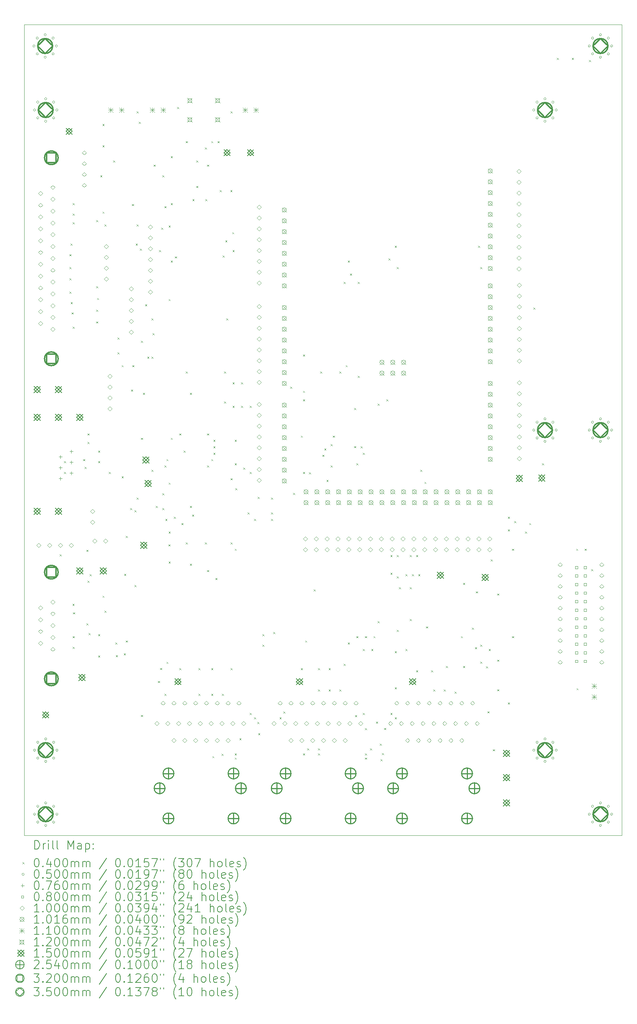
<source format=gbr>
%TF.GenerationSoftware,KiCad,Pcbnew,7.0.1*%
%TF.CreationDate,2023-08-28T22:07:16-05:00*%
%TF.ProjectId,Control v1,436f6e74-726f-46c2-9076-312e6b696361,0.1*%
%TF.SameCoordinates,Original*%
%TF.FileFunction,Drillmap*%
%TF.FilePolarity,Positive*%
%FSLAX45Y45*%
G04 Gerber Fmt 4.5, Leading zero omitted, Abs format (unit mm)*
G04 Created by KiCad (PCBNEW 7.0.1) date 2023-08-28 22:07:16*
%MOMM*%
%LPD*%
G01*
G04 APERTURE LIST*
%ADD10C,0.100000*%
%ADD11C,0.200000*%
%ADD12C,0.040000*%
%ADD13C,0.050000*%
%ADD14C,0.076000*%
%ADD15C,0.080000*%
%ADD16C,0.101600*%
%ADD17C,0.110000*%
%ADD18C,0.120000*%
%ADD19C,0.150000*%
%ADD20C,0.254000*%
%ADD21C,0.320000*%
%ADD22C,0.350000*%
G04 APERTURE END LIST*
D10*
X5000000Y-22500000D02*
X19000000Y-22500000D01*
X5000000Y-3500000D02*
X5000000Y-22500000D01*
X19000000Y-22500000D02*
X19000000Y-3500000D01*
X19000000Y-3500000D02*
X5000000Y-3500000D01*
D11*
D12*
X5830000Y-15912500D02*
X5870000Y-15952500D01*
X5870000Y-15912500D02*
X5830000Y-15952500D01*
X5930000Y-13730000D02*
X5970000Y-13770000D01*
X5970000Y-13730000D02*
X5930000Y-13770000D01*
X5930000Y-13980000D02*
X5970000Y-14020000D01*
X5970000Y-13980000D02*
X5930000Y-14020000D01*
X6055000Y-8880000D02*
X6095000Y-8920000D01*
X6095000Y-8880000D02*
X6055000Y-8920000D01*
X6055000Y-9180000D02*
X6095000Y-9220000D01*
X6095000Y-9180000D02*
X6055000Y-9220000D01*
X6055000Y-9442400D02*
X6095000Y-9482400D01*
X6095000Y-9442400D02*
X6055000Y-9482400D01*
X6055000Y-9754762D02*
X6095000Y-9794762D01*
X6095000Y-9754762D02*
X6055000Y-9794762D01*
X6080000Y-8630000D02*
X6120000Y-8670000D01*
X6120000Y-8630000D02*
X6080000Y-8670000D01*
X6086279Y-10003513D02*
X6126279Y-10043513D01*
X6126279Y-10003513D02*
X6086279Y-10043513D01*
X6104920Y-10242576D02*
X6144920Y-10282576D01*
X6144920Y-10242576D02*
X6104920Y-10282576D01*
X6128957Y-17070611D02*
X6168957Y-17110611D01*
X6168957Y-17070611D02*
X6128957Y-17110611D01*
X6130000Y-7680000D02*
X6170000Y-7720000D01*
X6170000Y-7680000D02*
X6130000Y-7720000D01*
X6130000Y-7930000D02*
X6170000Y-7970000D01*
X6170000Y-7930000D02*
X6130000Y-7970000D01*
X6130000Y-8130000D02*
X6170000Y-8170000D01*
X6170000Y-8130000D02*
X6130000Y-8170000D01*
X6130000Y-10580000D02*
X6170000Y-10620000D01*
X6170000Y-10580000D02*
X6130000Y-10620000D01*
X6130000Y-17830000D02*
X6170000Y-17870000D01*
X6170000Y-17830000D02*
X6130000Y-17870000D01*
X6130000Y-18080000D02*
X6170000Y-18120000D01*
X6170000Y-18080000D02*
X6130000Y-18120000D01*
X6140000Y-17270000D02*
X6180000Y-17310000D01*
X6180000Y-17270000D02*
X6140000Y-17310000D01*
X6380000Y-13680000D02*
X6420000Y-13720000D01*
X6420000Y-13680000D02*
X6380000Y-13720000D01*
X6411000Y-13861000D02*
X6451000Y-13901000D01*
X6451000Y-13861000D02*
X6411000Y-13901000D01*
X6455000Y-15805000D02*
X6495000Y-15845000D01*
X6495000Y-15805000D02*
X6455000Y-15845000D01*
X6455000Y-17530000D02*
X6495000Y-17570000D01*
X6495000Y-17530000D02*
X6455000Y-17570000D01*
X6480000Y-13080000D02*
X6520000Y-13120000D01*
X6520000Y-13080000D02*
X6480000Y-13120000D01*
X6480000Y-13280000D02*
X6520000Y-13320000D01*
X6520000Y-13280000D02*
X6480000Y-13320000D01*
X6480000Y-16530000D02*
X6520000Y-16570000D01*
X6520000Y-16530000D02*
X6480000Y-16570000D01*
X6505000Y-17755000D02*
X6545000Y-17795000D01*
X6545000Y-17755000D02*
X6505000Y-17795000D01*
X6530000Y-16380000D02*
X6570000Y-16420000D01*
X6570000Y-16380000D02*
X6530000Y-16420000D01*
X6680000Y-8080000D02*
X6720000Y-8120000D01*
X6720000Y-8080000D02*
X6680000Y-8120000D01*
X6680000Y-9630000D02*
X6720000Y-9670000D01*
X6720000Y-9630000D02*
X6680000Y-9670000D01*
X6680000Y-10180000D02*
X6720000Y-10220000D01*
X6720000Y-10180000D02*
X6680000Y-10220000D01*
X6680000Y-10455000D02*
X6720000Y-10495000D01*
X6720000Y-10455000D02*
X6680000Y-10495000D01*
X6705000Y-9905000D02*
X6745000Y-9945000D01*
X6745000Y-9905000D02*
X6705000Y-9945000D01*
X6730000Y-13480000D02*
X6770000Y-13520000D01*
X6770000Y-13480000D02*
X6730000Y-13520000D01*
X6730000Y-13730000D02*
X6770000Y-13770000D01*
X6770000Y-13730000D02*
X6730000Y-13770000D01*
X6730000Y-17780000D02*
X6770000Y-17820000D01*
X6770000Y-17780000D02*
X6730000Y-17820000D01*
X6730000Y-18280000D02*
X6770000Y-18320000D01*
X6770000Y-18280000D02*
X6730000Y-18320000D01*
X6780000Y-7030000D02*
X6820000Y-7070000D01*
X6820000Y-7030000D02*
X6780000Y-7070000D01*
X6830000Y-5830000D02*
X6870000Y-5870000D01*
X6870000Y-5830000D02*
X6830000Y-5870000D01*
X6830000Y-6330000D02*
X6870000Y-6370000D01*
X6870000Y-6330000D02*
X6830000Y-6370000D01*
X6830000Y-7880000D02*
X6870000Y-7920000D01*
X6870000Y-7880000D02*
X6830000Y-7920000D01*
X6830000Y-16880000D02*
X6870000Y-16920000D01*
X6870000Y-16880000D02*
X6830000Y-16920000D01*
X6880000Y-8180000D02*
X6920000Y-8220000D01*
X6920000Y-8180000D02*
X6880000Y-8220000D01*
X6880000Y-17230000D02*
X6920000Y-17270000D01*
X6920000Y-17230000D02*
X6880000Y-17270000D01*
X6980000Y-13980000D02*
X7020000Y-14020000D01*
X7020000Y-13980000D02*
X6980000Y-14020000D01*
X7080000Y-6680000D02*
X7120000Y-6720000D01*
X7120000Y-6680000D02*
X7080000Y-6720000D01*
X7130000Y-17980000D02*
X7170000Y-18020000D01*
X7170000Y-17980000D02*
X7130000Y-18020000D01*
X7144092Y-18273750D02*
X7184092Y-18313750D01*
X7184092Y-18273750D02*
X7144092Y-18313750D01*
X7180000Y-10830000D02*
X7220000Y-10870000D01*
X7220000Y-10830000D02*
X7180000Y-10870000D01*
X7180000Y-11180000D02*
X7220000Y-11220000D01*
X7220000Y-11180000D02*
X7180000Y-11220000D01*
X7280000Y-11480000D02*
X7320000Y-11520000D01*
X7320000Y-11480000D02*
X7280000Y-11520000D01*
X7280000Y-14080000D02*
X7320000Y-14120000D01*
X7320000Y-14080000D02*
X7280000Y-14120000D01*
X7330000Y-18230000D02*
X7370000Y-18270000D01*
X7370000Y-18230000D02*
X7330000Y-18270000D01*
X7340000Y-16370000D02*
X7380000Y-16410000D01*
X7380000Y-16370000D02*
X7340000Y-16410000D01*
X7380000Y-15480000D02*
X7420000Y-15520000D01*
X7420000Y-15480000D02*
X7380000Y-15520000D01*
X7380000Y-17930000D02*
X7420000Y-17970000D01*
X7420000Y-17930000D02*
X7380000Y-17970000D01*
X7480000Y-14830000D02*
X7520000Y-14870000D01*
X7520000Y-14830000D02*
X7480000Y-14870000D01*
X7498750Y-12048750D02*
X7538750Y-12088750D01*
X7538750Y-12048750D02*
X7498750Y-12088750D01*
X7522034Y-7704176D02*
X7562034Y-7744176D01*
X7562034Y-7704176D02*
X7522034Y-7744176D01*
X7530000Y-11480000D02*
X7570000Y-11520000D01*
X7570000Y-11480000D02*
X7530000Y-11520000D01*
X7580000Y-14880000D02*
X7620000Y-14920000D01*
X7620000Y-14880000D02*
X7580000Y-14920000D01*
X7580000Y-16630000D02*
X7620000Y-16670000D01*
X7620000Y-16630000D02*
X7580000Y-16670000D01*
X7610000Y-8630000D02*
X7650000Y-8670000D01*
X7650000Y-8630000D02*
X7610000Y-8670000D01*
X7630000Y-5530000D02*
X7670000Y-5570000D01*
X7670000Y-5530000D02*
X7630000Y-5570000D01*
X7630000Y-8180000D02*
X7670000Y-8220000D01*
X7670000Y-8180000D02*
X7630000Y-8220000D01*
X7630000Y-14580000D02*
X7670000Y-14620000D01*
X7670000Y-14580000D02*
X7630000Y-14620000D01*
X7680000Y-5780000D02*
X7720000Y-5820000D01*
X7720000Y-5780000D02*
X7680000Y-5820000D01*
X7710000Y-8750000D02*
X7750000Y-8790000D01*
X7750000Y-8750000D02*
X7710000Y-8790000D01*
X7730000Y-10905000D02*
X7770000Y-10945000D01*
X7770000Y-10905000D02*
X7730000Y-10945000D01*
X7730000Y-13180000D02*
X7770000Y-13220000D01*
X7770000Y-13180000D02*
X7730000Y-13220000D01*
X7730000Y-19675000D02*
X7770000Y-19715000D01*
X7770000Y-19675000D02*
X7730000Y-19715000D01*
X7780000Y-12130000D02*
X7820000Y-12170000D01*
X7820000Y-12130000D02*
X7780000Y-12170000D01*
X7830000Y-10055000D02*
X7870000Y-10095000D01*
X7870000Y-10055000D02*
X7830000Y-10095000D01*
X7880000Y-11280000D02*
X7920000Y-11320000D01*
X7920000Y-11280000D02*
X7880000Y-11320000D01*
X7980000Y-10380000D02*
X8020000Y-10420000D01*
X8020000Y-10380000D02*
X7980000Y-10420000D01*
X7980000Y-11280000D02*
X8020000Y-11320000D01*
X8020000Y-11280000D02*
X7980000Y-11320000D01*
X7980000Y-13930000D02*
X8020000Y-13970000D01*
X8020000Y-13930000D02*
X7980000Y-13970000D01*
X8005000Y-10730000D02*
X8045000Y-10770000D01*
X8045000Y-10730000D02*
X8005000Y-10770000D01*
X8030000Y-6780000D02*
X8070000Y-6820000D01*
X8070000Y-6780000D02*
X8030000Y-6820000D01*
X8080000Y-14780000D02*
X8120000Y-14820000D01*
X8120000Y-14780000D02*
X8080000Y-14820000D01*
X8130000Y-18880000D02*
X8170000Y-18920000D01*
X8170000Y-18880000D02*
X8130000Y-18920000D01*
X8155000Y-8780000D02*
X8195000Y-8820000D01*
X8195000Y-8780000D02*
X8155000Y-8820000D01*
X8180000Y-18575000D02*
X8220000Y-18615000D01*
X8220000Y-18575000D02*
X8180000Y-18615000D01*
X8205000Y-8255000D02*
X8245000Y-8295000D01*
X8245000Y-8255000D02*
X8205000Y-8295000D01*
X8230000Y-7030000D02*
X8270000Y-7070000D01*
X8270000Y-7030000D02*
X8230000Y-7070000D01*
X8230000Y-14480000D02*
X8270000Y-14520000D01*
X8270000Y-14480000D02*
X8230000Y-14520000D01*
X8230000Y-14830000D02*
X8270000Y-14870000D01*
X8270000Y-14830000D02*
X8230000Y-14870000D01*
X8280000Y-7755000D02*
X8320000Y-7795000D01*
X8320000Y-7755000D02*
X8280000Y-7795000D01*
X8280000Y-13830000D02*
X8320000Y-13870000D01*
X8320000Y-13830000D02*
X8280000Y-13870000D01*
X8280000Y-19180000D02*
X8320000Y-19220000D01*
X8320000Y-19180000D02*
X8280000Y-19220000D01*
X8305000Y-15080000D02*
X8345000Y-15120000D01*
X8345000Y-15080000D02*
X8305000Y-15120000D01*
X8330000Y-13680000D02*
X8370000Y-13720000D01*
X8370000Y-13680000D02*
X8330000Y-13720000D01*
X8330000Y-18430000D02*
X8370000Y-18470000D01*
X8370000Y-18430000D02*
X8330000Y-18470000D01*
X8378646Y-15678646D02*
X8418646Y-15718646D01*
X8418646Y-15678646D02*
X8378646Y-15718646D01*
X8380000Y-8205000D02*
X8420000Y-8245000D01*
X8420000Y-8205000D02*
X8380000Y-8245000D01*
X8380000Y-9930000D02*
X8420000Y-9970000D01*
X8420000Y-9930000D02*
X8380000Y-9970000D01*
X8380000Y-14230000D02*
X8420000Y-14270000D01*
X8420000Y-14230000D02*
X8380000Y-14270000D01*
X8380000Y-15380000D02*
X8420000Y-15420000D01*
X8420000Y-15380000D02*
X8380000Y-15420000D01*
X8380000Y-16080000D02*
X8420000Y-16120000D01*
X8420000Y-16080000D02*
X8380000Y-16120000D01*
X8430000Y-6580000D02*
X8470000Y-6620000D01*
X8470000Y-6580000D02*
X8430000Y-6620000D01*
X8430000Y-7680000D02*
X8470000Y-7720000D01*
X8470000Y-7680000D02*
X8430000Y-7720000D01*
X8430000Y-9030000D02*
X8470000Y-9070000D01*
X8470000Y-9030000D02*
X8430000Y-9070000D01*
X8430000Y-13180000D02*
X8470000Y-13220000D01*
X8470000Y-13180000D02*
X8430000Y-13220000D01*
X8505000Y-15030000D02*
X8545000Y-15070000D01*
X8545000Y-15030000D02*
X8505000Y-15070000D01*
X8530000Y-8930000D02*
X8570000Y-8970000D01*
X8570000Y-8930000D02*
X8530000Y-8970000D01*
X8580000Y-5430000D02*
X8620000Y-5470000D01*
X8620000Y-5430000D02*
X8580000Y-5470000D01*
X8630000Y-13080000D02*
X8670000Y-13120000D01*
X8670000Y-13080000D02*
X8630000Y-13120000D01*
X8630000Y-18580000D02*
X8670000Y-18620000D01*
X8670000Y-18580000D02*
X8630000Y-18620000D01*
X8680000Y-15180000D02*
X8720000Y-15220000D01*
X8720000Y-15180000D02*
X8680000Y-15220000D01*
X8730000Y-13480000D02*
X8770000Y-13520000D01*
X8770000Y-13480000D02*
X8730000Y-13520000D01*
X8780000Y-6230000D02*
X8820000Y-6270000D01*
X8820000Y-6230000D02*
X8780000Y-6270000D01*
X8780000Y-11630000D02*
X8820000Y-11670000D01*
X8820000Y-11630000D02*
X8780000Y-11670000D01*
X8780000Y-15630000D02*
X8820000Y-15670000D01*
X8820000Y-15630000D02*
X8780000Y-15670000D01*
X8880000Y-12130000D02*
X8920000Y-12170000D01*
X8920000Y-12130000D02*
X8880000Y-12170000D01*
X8880000Y-14780000D02*
X8920000Y-14820000D01*
X8920000Y-14780000D02*
X8880000Y-14820000D01*
X8880000Y-16130000D02*
X8920000Y-16170000D01*
X8920000Y-16130000D02*
X8880000Y-16170000D01*
X8930000Y-14980000D02*
X8970000Y-15020000D01*
X8970000Y-14980000D02*
X8930000Y-15020000D01*
X8940000Y-7590000D02*
X8980000Y-7630000D01*
X8980000Y-7590000D02*
X8940000Y-7630000D01*
X9030000Y-6680000D02*
X9070000Y-6720000D01*
X9070000Y-6680000D02*
X9030000Y-6720000D01*
X9030000Y-7280000D02*
X9070000Y-7320000D01*
X9070000Y-7280000D02*
X9030000Y-7320000D01*
X9080000Y-18580000D02*
X9120000Y-18620000D01*
X9120000Y-18580000D02*
X9080000Y-18620000D01*
X9080000Y-19180000D02*
X9120000Y-19220000D01*
X9120000Y-19180000D02*
X9080000Y-19220000D01*
X9230000Y-6380000D02*
X9270000Y-6420000D01*
X9270000Y-6380000D02*
X9230000Y-6420000D01*
X9230000Y-15630000D02*
X9270000Y-15670000D01*
X9270000Y-15630000D02*
X9230000Y-15670000D01*
X9237991Y-7590000D02*
X9277991Y-7630000D01*
X9277991Y-7590000D02*
X9237991Y-7630000D01*
X9280000Y-6780000D02*
X9320000Y-6820000D01*
X9320000Y-6780000D02*
X9280000Y-6820000D01*
X9280000Y-13080000D02*
X9320000Y-13120000D01*
X9320000Y-13080000D02*
X9280000Y-13120000D01*
X9280000Y-13830000D02*
X9320000Y-13870000D01*
X9320000Y-13830000D02*
X9280000Y-13870000D01*
X9280000Y-16280000D02*
X9320000Y-16320000D01*
X9320000Y-16280000D02*
X9280000Y-16320000D01*
X9380000Y-13680000D02*
X9420000Y-13720000D01*
X9420000Y-13680000D02*
X9380000Y-13720000D01*
X9380000Y-18580000D02*
X9420000Y-18620000D01*
X9420000Y-18580000D02*
X9380000Y-18620000D01*
X9380000Y-19180000D02*
X9420000Y-19220000D01*
X9420000Y-19180000D02*
X9380000Y-19220000D01*
X9380000Y-6230000D02*
X9420000Y-6270000D01*
X9420000Y-6230000D02*
X9380000Y-6270000D01*
X9405243Y-20640000D02*
X9445243Y-20680000D01*
X9445243Y-20640000D02*
X9405243Y-20680000D01*
X9430000Y-13230000D02*
X9470000Y-13270000D01*
X9470000Y-13230000D02*
X9430000Y-13270000D01*
X9430000Y-13380000D02*
X9470000Y-13420000D01*
X9470000Y-13380000D02*
X9430000Y-13420000D01*
X9430000Y-13530000D02*
X9470000Y-13570000D01*
X9470000Y-13530000D02*
X9430000Y-13570000D01*
X9474970Y-16465000D02*
X9514970Y-16505000D01*
X9514970Y-16465000D02*
X9474970Y-16505000D01*
X9530000Y-6230000D02*
X9570000Y-6270000D01*
X9570000Y-6230000D02*
X9530000Y-6270000D01*
X9578768Y-7375000D02*
X9618768Y-7415000D01*
X9618768Y-7375000D02*
X9578768Y-7415000D01*
X9619896Y-20585104D02*
X9659896Y-20625104D01*
X9659896Y-20585104D02*
X9619896Y-20625104D01*
X9630000Y-19180000D02*
X9670000Y-19220000D01*
X9670000Y-19180000D02*
X9630000Y-19220000D01*
X9645000Y-8909894D02*
X9685000Y-8949894D01*
X9685000Y-8909894D02*
X9645000Y-8949894D01*
X9680000Y-11630000D02*
X9720000Y-11670000D01*
X9720000Y-11630000D02*
X9680000Y-11670000D01*
X9680000Y-12330000D02*
X9720000Y-12370000D01*
X9720000Y-12330000D02*
X9680000Y-12370000D01*
X9709368Y-8555424D02*
X9749368Y-8595424D01*
X9749368Y-8555424D02*
X9709368Y-8595424D01*
X9730000Y-10380000D02*
X9770000Y-10420000D01*
X9770000Y-10380000D02*
X9730000Y-10420000D01*
X9828768Y-7375000D02*
X9868768Y-7415000D01*
X9868768Y-7375000D02*
X9828768Y-7415000D01*
X9830000Y-5530000D02*
X9870000Y-5570000D01*
X9870000Y-5530000D02*
X9830000Y-5570000D01*
X9830000Y-14130000D02*
X9870000Y-14170000D01*
X9870000Y-14130000D02*
X9830000Y-14170000D01*
X9830000Y-15630000D02*
X9870000Y-15670000D01*
X9870000Y-15630000D02*
X9830000Y-15670000D01*
X9830000Y-18580000D02*
X9870000Y-18620000D01*
X9870000Y-18580000D02*
X9830000Y-18620000D01*
X9870000Y-8363566D02*
X9910000Y-8403566D01*
X9910000Y-8363566D02*
X9870000Y-8403566D01*
X9880000Y-8780000D02*
X9920000Y-8820000D01*
X9920000Y-8780000D02*
X9880000Y-8820000D01*
X9880000Y-11880000D02*
X9920000Y-11920000D01*
X9920000Y-11880000D02*
X9880000Y-11920000D01*
X9880000Y-12430000D02*
X9920000Y-12470000D01*
X9920000Y-12430000D02*
X9880000Y-12470000D01*
X9930000Y-13230000D02*
X9970000Y-13270000D01*
X9970000Y-13230000D02*
X9930000Y-13270000D01*
X9930000Y-13780000D02*
X9970000Y-13820000D01*
X9970000Y-13780000D02*
X9930000Y-13820000D01*
X9930000Y-15780000D02*
X9970000Y-15820000D01*
X9970000Y-15780000D02*
X9930000Y-15820000D01*
X9930000Y-20575000D02*
X9970000Y-20615000D01*
X9970000Y-20575000D02*
X9930000Y-20615000D01*
X9930000Y-20675000D02*
X9970000Y-20715000D01*
X9970000Y-20675000D02*
X9930000Y-20715000D01*
X9944896Y-14365104D02*
X9984896Y-14405104D01*
X9984896Y-14365104D02*
X9944896Y-14405104D01*
X10040000Y-20220000D02*
X10080000Y-20260000D01*
X10080000Y-20220000D02*
X10040000Y-20260000D01*
X10080000Y-11880000D02*
X10120000Y-11920000D01*
X10120000Y-11880000D02*
X10080000Y-11920000D01*
X10080000Y-12430000D02*
X10120000Y-12470000D01*
X10120000Y-12430000D02*
X10080000Y-12470000D01*
X10130000Y-13880000D02*
X10170000Y-13920000D01*
X10170000Y-13880000D02*
X10130000Y-13920000D01*
X10230000Y-14930000D02*
X10270000Y-14970000D01*
X10270000Y-14930000D02*
X10230000Y-14970000D01*
X10280000Y-12430000D02*
X10320000Y-12470000D01*
X10320000Y-12430000D02*
X10280000Y-12470000D01*
X10280000Y-13980000D02*
X10320000Y-14020000D01*
X10320000Y-13980000D02*
X10280000Y-14020000D01*
X10280000Y-19630000D02*
X10320000Y-19670000D01*
X10320000Y-19630000D02*
X10280000Y-19670000D01*
X10380000Y-15080000D02*
X10420000Y-15120000D01*
X10420000Y-15080000D02*
X10380000Y-15120000D01*
X10380000Y-19730000D02*
X10420000Y-19770000D01*
X10420000Y-19730000D02*
X10380000Y-19770000D01*
X10460000Y-19840000D02*
X10500000Y-19880000D01*
X10500000Y-19840000D02*
X10460000Y-19880000D01*
X10465000Y-14565908D02*
X10505000Y-14605908D01*
X10505000Y-14565908D02*
X10465000Y-14605908D01*
X10480000Y-20100000D02*
X10520000Y-20140000D01*
X10520000Y-20100000D02*
X10480000Y-20140000D01*
X10580000Y-17780000D02*
X10620000Y-17820000D01*
X10620000Y-17780000D02*
X10580000Y-17820000D01*
X10580000Y-18030000D02*
X10620000Y-18070000D01*
X10620000Y-18030000D02*
X10580000Y-18070000D01*
X10780000Y-14580000D02*
X10820000Y-14620000D01*
X10820000Y-14580000D02*
X10780000Y-14620000D01*
X10780000Y-14930000D02*
X10820000Y-14970000D01*
X10820000Y-14930000D02*
X10780000Y-14970000D01*
X10780000Y-15080000D02*
X10820000Y-15120000D01*
X10820000Y-15080000D02*
X10780000Y-15120000D01*
X10830000Y-17730000D02*
X10870000Y-17770000D01*
X10870000Y-17730000D02*
X10830000Y-17770000D01*
X10980000Y-19730000D02*
X11020000Y-19770000D01*
X11020000Y-19730000D02*
X10980000Y-19770000D01*
X11065908Y-19595000D02*
X11105908Y-19635000D01*
X11105908Y-19595000D02*
X11065908Y-19635000D01*
X11230000Y-11980000D02*
X11270000Y-12020000D01*
X11270000Y-11980000D02*
X11230000Y-12020000D01*
X11300000Y-14470000D02*
X11340000Y-14510000D01*
X11340000Y-14470000D02*
X11300000Y-14510000D01*
X11480000Y-13130000D02*
X11520000Y-13170000D01*
X11520000Y-13130000D02*
X11480000Y-13170000D01*
X11480000Y-18580000D02*
X11520000Y-18620000D01*
X11520000Y-18580000D02*
X11480000Y-18620000D01*
X11530000Y-11230000D02*
X11570000Y-11270000D01*
X11570000Y-11230000D02*
X11530000Y-11270000D01*
X11530000Y-12080000D02*
X11570000Y-12120000D01*
X11570000Y-12080000D02*
X11530000Y-12120000D01*
X11530000Y-12280000D02*
X11570000Y-12320000D01*
X11570000Y-12280000D02*
X11530000Y-12320000D01*
X11530000Y-13980000D02*
X11570000Y-14020000D01*
X11570000Y-13980000D02*
X11530000Y-14020000D01*
X11530000Y-20575000D02*
X11570000Y-20615000D01*
X11570000Y-20575000D02*
X11530000Y-20615000D01*
X11580000Y-17930000D02*
X11620000Y-17970000D01*
X11620000Y-17930000D02*
X11580000Y-17970000D01*
X11630000Y-20460000D02*
X11670000Y-20500000D01*
X11670000Y-20460000D02*
X11630000Y-20500000D01*
X11670000Y-13990000D02*
X11710000Y-14030000D01*
X11710000Y-13990000D02*
X11670000Y-14030000D01*
X11780000Y-16730000D02*
X11820000Y-16770000D01*
X11820000Y-16730000D02*
X11780000Y-16770000D01*
X11880000Y-18580000D02*
X11920000Y-18620000D01*
X11920000Y-18580000D02*
X11880000Y-18620000D01*
X11880000Y-19080000D02*
X11920000Y-19120000D01*
X11920000Y-19080000D02*
X11880000Y-19120000D01*
X11880000Y-20460000D02*
X11920000Y-20500000D01*
X11920000Y-20460000D02*
X11880000Y-20500000D01*
X11880000Y-20575000D02*
X11920000Y-20615000D01*
X11920000Y-20575000D02*
X11880000Y-20615000D01*
X11930000Y-11630000D02*
X11970000Y-11670000D01*
X11970000Y-11630000D02*
X11930000Y-11670000D01*
X11980000Y-13580000D02*
X12020000Y-13620000D01*
X12020000Y-13580000D02*
X11980000Y-13620000D01*
X12030000Y-13430000D02*
X12070000Y-13470000D01*
X12070000Y-13430000D02*
X12030000Y-13470000D01*
X12080000Y-14170000D02*
X12120000Y-14210000D01*
X12120000Y-14170000D02*
X12080000Y-14210000D01*
X12130000Y-18580000D02*
X12170000Y-18620000D01*
X12170000Y-18580000D02*
X12130000Y-18620000D01*
X12130000Y-19080000D02*
X12170000Y-19120000D01*
X12170000Y-19080000D02*
X12130000Y-19120000D01*
X12180000Y-13330000D02*
X12220000Y-13370000D01*
X12220000Y-13330000D02*
X12180000Y-13370000D01*
X12180000Y-13830000D02*
X12220000Y-13870000D01*
X12220000Y-13830000D02*
X12180000Y-13870000D01*
X12230000Y-13130000D02*
X12270000Y-13170000D01*
X12270000Y-13130000D02*
X12230000Y-13170000D01*
X12380000Y-11630000D02*
X12420000Y-11670000D01*
X12420000Y-11630000D02*
X12380000Y-11670000D01*
X12380000Y-19080000D02*
X12420000Y-19120000D01*
X12420000Y-19080000D02*
X12380000Y-19120000D01*
X12480000Y-9530000D02*
X12520000Y-9570000D01*
X12520000Y-9530000D02*
X12480000Y-9570000D01*
X12480000Y-18480000D02*
X12520000Y-18520000D01*
X12520000Y-18480000D02*
X12480000Y-18520000D01*
X12530000Y-11480000D02*
X12570000Y-11520000D01*
X12570000Y-11480000D02*
X12530000Y-11520000D01*
X12580000Y-9030000D02*
X12620000Y-9070000D01*
X12620000Y-9030000D02*
X12580000Y-9070000D01*
X12580000Y-17980000D02*
X12620000Y-18020000D01*
X12620000Y-17980000D02*
X12580000Y-18020000D01*
X12630000Y-9330000D02*
X12670000Y-9370000D01*
X12670000Y-9330000D02*
X12630000Y-9370000D01*
X12730000Y-12480000D02*
X12770000Y-12520000D01*
X12770000Y-12480000D02*
X12730000Y-12520000D01*
X12730000Y-13375000D02*
X12770000Y-13415000D01*
X12770000Y-13375000D02*
X12730000Y-13415000D01*
X12750001Y-19680000D02*
X12790001Y-19720000D01*
X12790001Y-19680000D02*
X12750001Y-19720000D01*
X12780000Y-13780000D02*
X12820000Y-13820000D01*
X12820000Y-13780000D02*
X12780000Y-13820000D01*
X12780000Y-17830000D02*
X12820000Y-17870000D01*
X12820000Y-17830000D02*
X12780000Y-17870000D01*
X12815000Y-9530000D02*
X12855000Y-9570000D01*
X12855000Y-9530000D02*
X12815000Y-9570000D01*
X12815000Y-11730000D02*
X12855000Y-11770000D01*
X12855000Y-11730000D02*
X12815000Y-11770000D01*
X12880000Y-13380000D02*
X12920000Y-13420000D01*
X12920000Y-13380000D02*
X12880000Y-13420000D01*
X12930000Y-13530000D02*
X12970000Y-13570000D01*
X12970000Y-13530000D02*
X12930000Y-13570000D01*
X12930000Y-18130000D02*
X12970000Y-18170000D01*
X12970000Y-18130000D02*
X12930000Y-18170000D01*
X12930000Y-19630000D02*
X12970000Y-19670000D01*
X12970000Y-19630000D02*
X12930000Y-19670000D01*
X12980000Y-17830000D02*
X13020000Y-17870000D01*
X13020000Y-17830000D02*
X12980000Y-17870000D01*
X12980000Y-20575000D02*
X13020000Y-20615000D01*
X13020000Y-20575000D02*
X12980000Y-20615000D01*
X12980000Y-20675000D02*
X13020000Y-20715000D01*
X13020000Y-20675000D02*
X12980000Y-20715000D01*
X12984813Y-19985921D02*
X13024813Y-20025921D01*
X13024813Y-19985921D02*
X12984813Y-20025921D01*
X13100000Y-20460000D02*
X13140000Y-20500000D01*
X13140000Y-20460000D02*
X13100000Y-20500000D01*
X13130000Y-18130000D02*
X13170000Y-18170000D01*
X13170000Y-18130000D02*
X13130000Y-18170000D01*
X13180000Y-17830000D02*
X13220000Y-17870000D01*
X13220000Y-17830000D02*
X13180000Y-17870000D01*
X13240000Y-19830000D02*
X13280000Y-19870000D01*
X13280000Y-19830000D02*
X13240000Y-19870000D01*
X13280000Y-12380000D02*
X13320000Y-12420000D01*
X13320000Y-12380000D02*
X13280000Y-12420000D01*
X13280000Y-17480000D02*
X13320000Y-17520000D01*
X13320000Y-17480000D02*
X13280000Y-17520000D01*
X13330000Y-20350000D02*
X13370000Y-20390000D01*
X13370000Y-20350000D02*
X13330000Y-20390000D01*
X13348766Y-20712500D02*
X13388766Y-20752500D01*
X13388766Y-20712500D02*
X13348766Y-20752500D01*
X13378157Y-20567523D02*
X13418157Y-20607523D01*
X13418157Y-20567523D02*
X13378157Y-20607523D01*
X13430000Y-19980000D02*
X13470000Y-20020000D01*
X13470000Y-19980000D02*
X13430000Y-20020000D01*
X13480000Y-12280000D02*
X13520000Y-12320000D01*
X13520000Y-12280000D02*
X13480000Y-12320000D01*
X13530000Y-8980000D02*
X13570000Y-9020000D01*
X13570000Y-8980000D02*
X13530000Y-9020000D01*
X13580000Y-15930000D02*
X13620000Y-15970000D01*
X13620000Y-15930000D02*
X13580000Y-15970000D01*
X13580000Y-16345000D02*
X13620000Y-16385000D01*
X13620000Y-16345000D02*
X13580000Y-16385000D01*
X13580000Y-19630000D02*
X13620000Y-19670000D01*
X13620000Y-19630000D02*
X13580000Y-19670000D01*
X13680000Y-8680000D02*
X13720000Y-8720000D01*
X13720000Y-8680000D02*
X13680000Y-8720000D01*
X13680000Y-18180000D02*
X13720000Y-18220000D01*
X13720000Y-18180000D02*
X13680000Y-18220000D01*
X13680000Y-19030000D02*
X13720000Y-19070000D01*
X13720000Y-19030000D02*
X13680000Y-19070000D01*
X13680000Y-19730000D02*
X13720000Y-19770000D01*
X13720000Y-19730000D02*
X13680000Y-19770000D01*
X13730000Y-9180000D02*
X13770000Y-9220000D01*
X13770000Y-9180000D02*
X13730000Y-9220000D01*
X13730000Y-15930000D02*
X13770000Y-15970000D01*
X13770000Y-15930000D02*
X13730000Y-15970000D01*
X13730000Y-16430000D02*
X13770000Y-16470000D01*
X13770000Y-16430000D02*
X13730000Y-16470000D01*
X13730000Y-17680000D02*
X13770000Y-17720000D01*
X13770000Y-17680000D02*
X13730000Y-17720000D01*
X13780000Y-16680000D02*
X13820000Y-16720000D01*
X13820000Y-16680000D02*
X13780000Y-16720000D01*
X13930000Y-16380000D02*
X13970000Y-16420000D01*
X13970000Y-16380000D02*
X13930000Y-16420000D01*
X13930000Y-18130000D02*
X13970000Y-18170000D01*
X13970000Y-18130000D02*
X13930000Y-18170000D01*
X14030000Y-15930000D02*
X14070000Y-15970000D01*
X14070000Y-15930000D02*
X14030000Y-15970000D01*
X14030000Y-16680000D02*
X14070000Y-16720000D01*
X14070000Y-16680000D02*
X14030000Y-16720000D01*
X14030000Y-17430000D02*
X14070000Y-17470000D01*
X14070000Y-17430000D02*
X14030000Y-17470000D01*
X14080000Y-16380000D02*
X14120000Y-16420000D01*
X14120000Y-16380000D02*
X14080000Y-16420000D01*
X14180000Y-15930000D02*
X14220000Y-15970000D01*
X14220000Y-15930000D02*
X14180000Y-15970000D01*
X14180000Y-18630000D02*
X14220000Y-18670000D01*
X14220000Y-18630000D02*
X14180000Y-18670000D01*
X14230000Y-16380000D02*
X14270000Y-16420000D01*
X14270000Y-16380000D02*
X14230000Y-16420000D01*
X14280000Y-13930000D02*
X14320000Y-13970000D01*
X14320000Y-13930000D02*
X14280000Y-13970000D01*
X14374000Y-14214000D02*
X14414000Y-14254000D01*
X14414000Y-14214000D02*
X14374000Y-14254000D01*
X14410000Y-17600000D02*
X14450000Y-17640000D01*
X14450000Y-17600000D02*
X14410000Y-17640000D01*
X14530000Y-18630000D02*
X14570000Y-18670000D01*
X14570000Y-18630000D02*
X14530000Y-18670000D01*
X14580000Y-19080000D02*
X14620000Y-19120000D01*
X14620000Y-19080000D02*
X14580000Y-19120000D01*
X14830000Y-19080000D02*
X14870000Y-19120000D01*
X14870000Y-19080000D02*
X14830000Y-19120000D01*
X14880000Y-18530000D02*
X14920000Y-18570000D01*
X14920000Y-18530000D02*
X14880000Y-18570000D01*
X15080000Y-19130000D02*
X15120000Y-19170000D01*
X15120000Y-19130000D02*
X15080000Y-19170000D01*
X15230000Y-17830000D02*
X15270000Y-17870000D01*
X15270000Y-17830000D02*
X15230000Y-17870000D01*
X15280000Y-16580000D02*
X15320000Y-16620000D01*
X15320000Y-16580000D02*
X15280000Y-16620000D01*
X15280000Y-18530000D02*
X15320000Y-18570000D01*
X15320000Y-18530000D02*
X15280000Y-18570000D01*
X15490000Y-17630000D02*
X15530000Y-17670000D01*
X15530000Y-17630000D02*
X15490000Y-17670000D01*
X15560000Y-18090000D02*
X15600000Y-18130000D01*
X15600000Y-18090000D02*
X15560000Y-18130000D01*
X15580000Y-16780000D02*
X15620000Y-16820000D01*
X15620000Y-16780000D02*
X15580000Y-16820000D01*
X15630000Y-8680000D02*
X15670000Y-8720000D01*
X15670000Y-8680000D02*
X15630000Y-8720000D01*
X15680000Y-9180000D02*
X15720000Y-9220000D01*
X15720000Y-9180000D02*
X15680000Y-9220000D01*
X15680000Y-18030000D02*
X15720000Y-18070000D01*
X15720000Y-18030000D02*
X15680000Y-18070000D01*
X15680000Y-18425000D02*
X15720000Y-18465000D01*
X15720000Y-18425000D02*
X15680000Y-18465000D01*
X15819896Y-18535104D02*
X15859896Y-18575104D01*
X15859896Y-18535104D02*
X15819896Y-18575104D01*
X15850000Y-19590000D02*
X15890000Y-19630000D01*
X15890000Y-19590000D02*
X15850000Y-19630000D01*
X15881196Y-18130612D02*
X15921196Y-18170612D01*
X15921196Y-18130612D02*
X15881196Y-18170612D01*
X15930000Y-16029999D02*
X15970000Y-16069999D01*
X15970000Y-16029999D02*
X15930000Y-16069999D01*
X15980000Y-20480000D02*
X16020000Y-20520000D01*
X16020000Y-20480000D02*
X15980000Y-20520000D01*
X16080000Y-16830000D02*
X16120000Y-16870000D01*
X16120000Y-16830000D02*
X16080000Y-16870000D01*
X16080000Y-18380000D02*
X16120000Y-18420000D01*
X16120000Y-18380000D02*
X16080000Y-18420000D01*
X16080000Y-19075000D02*
X16120000Y-19115000D01*
X16120000Y-19075000D02*
X16080000Y-19115000D01*
X16330000Y-15030000D02*
X16370000Y-15070000D01*
X16370000Y-15030000D02*
X16330000Y-15070000D01*
X16330000Y-15330000D02*
X16370000Y-15370000D01*
X16370000Y-15330000D02*
X16330000Y-15370000D01*
X16330000Y-19380000D02*
X16370000Y-19420000D01*
X16370000Y-19380000D02*
X16330000Y-19420000D01*
X16430000Y-15780000D02*
X16470000Y-15820000D01*
X16470000Y-15780000D02*
X16430000Y-15820000D01*
X16430000Y-17830000D02*
X16470000Y-17870000D01*
X16470000Y-17830000D02*
X16430000Y-17870000D01*
X16480000Y-15130000D02*
X16520000Y-15170000D01*
X16520000Y-15130000D02*
X16480000Y-15170000D01*
X16730000Y-15380000D02*
X16770000Y-15420000D01*
X16770000Y-15380000D02*
X16730000Y-15420000D01*
X16830001Y-15180000D02*
X16870001Y-15220000D01*
X16870001Y-15180000D02*
X16830001Y-15220000D01*
X16930000Y-10130000D02*
X16970000Y-10170000D01*
X16970000Y-10130000D02*
X16930000Y-10170000D01*
X17130000Y-13780000D02*
X17170000Y-13820000D01*
X17170000Y-13780000D02*
X17130000Y-13820000D01*
X17480000Y-4280000D02*
X17520000Y-4320000D01*
X17520000Y-4280000D02*
X17480000Y-4320000D01*
X17830000Y-4280000D02*
X17870000Y-4320000D01*
X17870000Y-4280000D02*
X17830000Y-4320000D01*
X17930000Y-15780000D02*
X17970000Y-15820000D01*
X17970000Y-15780000D02*
X17930000Y-15820000D01*
X17940000Y-19048250D02*
X17980000Y-19088250D01*
X17980000Y-19048250D02*
X17940000Y-19088250D01*
X18130000Y-15780000D02*
X18170000Y-15820000D01*
X18170000Y-15780000D02*
X18130000Y-15820000D01*
X18230000Y-4330000D02*
X18270000Y-4370000D01*
X18270000Y-4330000D02*
X18230000Y-4370000D01*
X18280000Y-16257000D02*
X18320000Y-16297000D01*
X18320000Y-16257000D02*
X18280000Y-16297000D01*
D13*
X5250000Y-4000000D02*
G75*
G03*
X5250000Y-4000000I-25000J0D01*
G01*
X5262500Y-5500000D02*
G75*
G03*
X5262500Y-5500000I-25000J0D01*
G01*
X5262500Y-20500000D02*
G75*
G03*
X5262500Y-20500000I-25000J0D01*
G01*
X5262500Y-22000000D02*
G75*
G03*
X5262500Y-22000000I-25000J0D01*
G01*
X5326885Y-3814384D02*
G75*
G03*
X5326885Y-3814384I-25000J0D01*
G01*
X5326885Y-4185615D02*
G75*
G03*
X5326885Y-4185615I-25000J0D01*
G01*
X5339385Y-5314385D02*
G75*
G03*
X5339385Y-5314385I-25000J0D01*
G01*
X5339385Y-5685615D02*
G75*
G03*
X5339385Y-5685615I-25000J0D01*
G01*
X5339385Y-20314385D02*
G75*
G03*
X5339385Y-20314385I-25000J0D01*
G01*
X5339385Y-20685616D02*
G75*
G03*
X5339385Y-20685616I-25000J0D01*
G01*
X5339385Y-21814385D02*
G75*
G03*
X5339385Y-21814385I-25000J0D01*
G01*
X5339385Y-22185616D02*
G75*
G03*
X5339385Y-22185616I-25000J0D01*
G01*
X5512500Y-3737500D02*
G75*
G03*
X5512500Y-3737500I-25000J0D01*
G01*
X5512500Y-4262500D02*
G75*
G03*
X5512500Y-4262500I-25000J0D01*
G01*
X5525000Y-5237500D02*
G75*
G03*
X5525000Y-5237500I-25000J0D01*
G01*
X5525000Y-5762500D02*
G75*
G03*
X5525000Y-5762500I-25000J0D01*
G01*
X5525000Y-20237500D02*
G75*
G03*
X5525000Y-20237500I-25000J0D01*
G01*
X5525000Y-20762500D02*
G75*
G03*
X5525000Y-20762500I-25000J0D01*
G01*
X5525000Y-21737500D02*
G75*
G03*
X5525000Y-21737500I-25000J0D01*
G01*
X5525000Y-22262500D02*
G75*
G03*
X5525000Y-22262500I-25000J0D01*
G01*
X5698115Y-3814384D02*
G75*
G03*
X5698115Y-3814384I-25000J0D01*
G01*
X5698115Y-4185615D02*
G75*
G03*
X5698115Y-4185615I-25000J0D01*
G01*
X5710615Y-5314385D02*
G75*
G03*
X5710615Y-5314385I-25000J0D01*
G01*
X5710615Y-5685615D02*
G75*
G03*
X5710615Y-5685615I-25000J0D01*
G01*
X5710615Y-20314385D02*
G75*
G03*
X5710615Y-20314385I-25000J0D01*
G01*
X5710615Y-20685616D02*
G75*
G03*
X5710615Y-20685616I-25000J0D01*
G01*
X5710615Y-21814385D02*
G75*
G03*
X5710615Y-21814385I-25000J0D01*
G01*
X5710615Y-22185616D02*
G75*
G03*
X5710615Y-22185616I-25000J0D01*
G01*
X5775000Y-4000000D02*
G75*
G03*
X5775000Y-4000000I-25000J0D01*
G01*
X5787500Y-5500000D02*
G75*
G03*
X5787500Y-5500000I-25000J0D01*
G01*
X5787500Y-20500000D02*
G75*
G03*
X5787500Y-20500000I-25000J0D01*
G01*
X5787500Y-22000000D02*
G75*
G03*
X5787500Y-22000000I-25000J0D01*
G01*
X16962500Y-5500000D02*
G75*
G03*
X16962500Y-5500000I-25000J0D01*
G01*
X16962500Y-13000000D02*
G75*
G03*
X16962500Y-13000000I-25000J0D01*
G01*
X16962500Y-20500000D02*
G75*
G03*
X16962500Y-20500000I-25000J0D01*
G01*
X17039385Y-5314385D02*
G75*
G03*
X17039385Y-5314385I-25000J0D01*
G01*
X17039385Y-5685615D02*
G75*
G03*
X17039385Y-5685615I-25000J0D01*
G01*
X17039385Y-12814384D02*
G75*
G03*
X17039385Y-12814384I-25000J0D01*
G01*
X17039385Y-13185615D02*
G75*
G03*
X17039385Y-13185615I-25000J0D01*
G01*
X17039385Y-20314385D02*
G75*
G03*
X17039385Y-20314385I-25000J0D01*
G01*
X17039385Y-20685616D02*
G75*
G03*
X17039385Y-20685616I-25000J0D01*
G01*
X17225000Y-5237500D02*
G75*
G03*
X17225000Y-5237500I-25000J0D01*
G01*
X17225000Y-5762500D02*
G75*
G03*
X17225000Y-5762500I-25000J0D01*
G01*
X17225000Y-12737500D02*
G75*
G03*
X17225000Y-12737500I-25000J0D01*
G01*
X17225000Y-13262500D02*
G75*
G03*
X17225000Y-13262500I-25000J0D01*
G01*
X17225000Y-20237500D02*
G75*
G03*
X17225000Y-20237500I-25000J0D01*
G01*
X17225000Y-20762500D02*
G75*
G03*
X17225000Y-20762500I-25000J0D01*
G01*
X17410616Y-5314385D02*
G75*
G03*
X17410616Y-5314385I-25000J0D01*
G01*
X17410616Y-5685615D02*
G75*
G03*
X17410616Y-5685615I-25000J0D01*
G01*
X17410616Y-12814384D02*
G75*
G03*
X17410616Y-12814384I-25000J0D01*
G01*
X17410616Y-13185615D02*
G75*
G03*
X17410616Y-13185615I-25000J0D01*
G01*
X17410616Y-20314385D02*
G75*
G03*
X17410616Y-20314385I-25000J0D01*
G01*
X17410616Y-20685616D02*
G75*
G03*
X17410616Y-20685616I-25000J0D01*
G01*
X17487500Y-5500000D02*
G75*
G03*
X17487500Y-5500000I-25000J0D01*
G01*
X17487500Y-13000000D02*
G75*
G03*
X17487500Y-13000000I-25000J0D01*
G01*
X17487500Y-20500000D02*
G75*
G03*
X17487500Y-20500000I-25000J0D01*
G01*
X18262500Y-4000000D02*
G75*
G03*
X18262500Y-4000000I-25000J0D01*
G01*
X18262500Y-13000000D02*
G75*
G03*
X18262500Y-13000000I-25000J0D01*
G01*
X18262500Y-22000000D02*
G75*
G03*
X18262500Y-22000000I-25000J0D01*
G01*
X18339385Y-3814384D02*
G75*
G03*
X18339385Y-3814384I-25000J0D01*
G01*
X18339385Y-4185615D02*
G75*
G03*
X18339385Y-4185615I-25000J0D01*
G01*
X18339385Y-12814384D02*
G75*
G03*
X18339385Y-12814384I-25000J0D01*
G01*
X18339385Y-13185615D02*
G75*
G03*
X18339385Y-13185615I-25000J0D01*
G01*
X18339385Y-21814385D02*
G75*
G03*
X18339385Y-21814385I-25000J0D01*
G01*
X18339385Y-22185616D02*
G75*
G03*
X18339385Y-22185616I-25000J0D01*
G01*
X18525000Y-3737500D02*
G75*
G03*
X18525000Y-3737500I-25000J0D01*
G01*
X18525000Y-4262500D02*
G75*
G03*
X18525000Y-4262500I-25000J0D01*
G01*
X18525000Y-12737500D02*
G75*
G03*
X18525000Y-12737500I-25000J0D01*
G01*
X18525000Y-13262500D02*
G75*
G03*
X18525000Y-13262500I-25000J0D01*
G01*
X18525000Y-21737500D02*
G75*
G03*
X18525000Y-21737500I-25000J0D01*
G01*
X18525000Y-22262500D02*
G75*
G03*
X18525000Y-22262500I-25000J0D01*
G01*
X18710616Y-3814384D02*
G75*
G03*
X18710616Y-3814384I-25000J0D01*
G01*
X18710616Y-4185615D02*
G75*
G03*
X18710616Y-4185615I-25000J0D01*
G01*
X18710616Y-12814384D02*
G75*
G03*
X18710616Y-12814384I-25000J0D01*
G01*
X18710616Y-13185615D02*
G75*
G03*
X18710616Y-13185615I-25000J0D01*
G01*
X18710616Y-21814385D02*
G75*
G03*
X18710616Y-21814385I-25000J0D01*
G01*
X18710616Y-22185616D02*
G75*
G03*
X18710616Y-22185616I-25000J0D01*
G01*
X18787500Y-4000000D02*
G75*
G03*
X18787500Y-4000000I-25000J0D01*
G01*
X18787500Y-13000000D02*
G75*
G03*
X18787500Y-13000000I-25000J0D01*
G01*
X18787500Y-22000000D02*
G75*
G03*
X18787500Y-22000000I-25000J0D01*
G01*
D14*
X5846000Y-13589000D02*
X5846000Y-13665000D01*
X5808000Y-13627000D02*
X5884000Y-13627000D01*
X5846000Y-13843000D02*
X5846000Y-13919000D01*
X5808000Y-13881000D02*
X5884000Y-13881000D01*
X5846000Y-14097000D02*
X5846000Y-14173000D01*
X5808000Y-14135000D02*
X5884000Y-14135000D01*
X6100000Y-13462000D02*
X6100000Y-13538000D01*
X6062000Y-13500000D02*
X6138000Y-13500000D01*
X6100000Y-13716000D02*
X6100000Y-13792000D01*
X6062000Y-13754000D02*
X6138000Y-13754000D01*
X6100000Y-13970000D02*
X6100000Y-14046000D01*
X6062000Y-14008000D02*
X6138000Y-14008000D01*
D15*
X17968285Y-16245284D02*
X17968285Y-16188715D01*
X17911716Y-16188715D01*
X17911716Y-16245284D01*
X17968285Y-16245284D01*
X17968285Y-16445284D02*
X17968285Y-16388715D01*
X17911716Y-16388715D01*
X17911716Y-16445284D01*
X17968285Y-16445284D01*
X17968285Y-16645284D02*
X17968285Y-16588715D01*
X17911716Y-16588715D01*
X17911716Y-16645284D01*
X17968285Y-16645284D01*
X17968285Y-16845285D02*
X17968285Y-16788716D01*
X17911716Y-16788716D01*
X17911716Y-16845285D01*
X17968285Y-16845285D01*
X17968285Y-17045285D02*
X17968285Y-16988716D01*
X17911716Y-16988716D01*
X17911716Y-17045285D01*
X17968285Y-17045285D01*
X17968285Y-17245285D02*
X17968285Y-17188716D01*
X17911716Y-17188716D01*
X17911716Y-17245285D01*
X17968285Y-17245285D01*
X17968285Y-17445285D02*
X17968285Y-17388716D01*
X17911716Y-17388716D01*
X17911716Y-17445285D01*
X17968285Y-17445285D01*
X17968285Y-17645285D02*
X17968285Y-17588716D01*
X17911716Y-17588716D01*
X17911716Y-17645285D01*
X17968285Y-17645285D01*
X17968285Y-17845285D02*
X17968285Y-17788716D01*
X17911716Y-17788716D01*
X17911716Y-17845285D01*
X17968285Y-17845285D01*
X17968285Y-18045285D02*
X17968285Y-17988716D01*
X17911716Y-17988716D01*
X17911716Y-18045285D01*
X17968285Y-18045285D01*
X17968285Y-18245285D02*
X17968285Y-18188716D01*
X17911716Y-18188716D01*
X17911716Y-18245285D01*
X17968285Y-18245285D01*
X17968285Y-18445285D02*
X17968285Y-18388716D01*
X17911716Y-18388716D01*
X17911716Y-18445285D01*
X17968285Y-18445285D01*
X18168285Y-16245284D02*
X18168285Y-16188715D01*
X18111716Y-16188715D01*
X18111716Y-16245284D01*
X18168285Y-16245284D01*
X18168285Y-16445284D02*
X18168285Y-16388715D01*
X18111716Y-16388715D01*
X18111716Y-16445284D01*
X18168285Y-16445284D01*
X18168285Y-16645284D02*
X18168285Y-16588715D01*
X18111716Y-16588715D01*
X18111716Y-16645284D01*
X18168285Y-16645284D01*
X18168285Y-16845285D02*
X18168285Y-16788716D01*
X18111716Y-16788716D01*
X18111716Y-16845285D01*
X18168285Y-16845285D01*
X18168285Y-17045285D02*
X18168285Y-16988716D01*
X18111716Y-16988716D01*
X18111716Y-17045285D01*
X18168285Y-17045285D01*
X18168285Y-17245285D02*
X18168285Y-17188716D01*
X18111716Y-17188716D01*
X18111716Y-17245285D01*
X18168285Y-17245285D01*
X18168285Y-17445285D02*
X18168285Y-17388716D01*
X18111716Y-17388716D01*
X18111716Y-17445285D01*
X18168285Y-17445285D01*
X18168285Y-17645285D02*
X18168285Y-17588716D01*
X18111716Y-17588716D01*
X18111716Y-17645285D01*
X18168285Y-17645285D01*
X18168285Y-17845285D02*
X18168285Y-17788716D01*
X18111716Y-17788716D01*
X18111716Y-17845285D01*
X18168285Y-17845285D01*
X18168285Y-18045285D02*
X18168285Y-17988716D01*
X18111716Y-17988716D01*
X18111716Y-18045285D01*
X18168285Y-18045285D01*
X18168285Y-18245285D02*
X18168285Y-18188716D01*
X18111716Y-18188716D01*
X18111716Y-18245285D01*
X18168285Y-18245285D01*
X18168285Y-18445285D02*
X18168285Y-18388716D01*
X18111716Y-18388716D01*
X18111716Y-18445285D01*
X18168285Y-18445285D01*
D10*
X5338000Y-15750000D02*
X5388000Y-15700000D01*
X5338000Y-15650000D01*
X5288000Y-15700000D01*
X5338000Y-15750000D01*
X5378576Y-7500900D02*
X5428576Y-7450900D01*
X5378576Y-7400900D01*
X5328576Y-7450900D01*
X5378576Y-7500900D01*
X5378576Y-7777900D02*
X5428576Y-7727900D01*
X5378576Y-7677900D01*
X5328576Y-7727900D01*
X5378576Y-7777900D01*
X5378576Y-8054900D02*
X5428576Y-8004900D01*
X5378576Y-7954900D01*
X5328576Y-8004900D01*
X5378576Y-8054900D01*
X5378576Y-8331900D02*
X5428576Y-8281900D01*
X5378576Y-8231900D01*
X5328576Y-8281900D01*
X5378576Y-8331900D01*
X5378576Y-8608900D02*
X5428576Y-8558900D01*
X5378576Y-8508900D01*
X5328576Y-8558900D01*
X5378576Y-8608900D01*
X5378576Y-8885900D02*
X5428576Y-8835900D01*
X5378576Y-8785900D01*
X5328576Y-8835900D01*
X5378576Y-8885900D01*
X5378576Y-9162900D02*
X5428576Y-9112900D01*
X5378576Y-9062900D01*
X5328576Y-9112900D01*
X5378576Y-9162900D01*
X5378576Y-9439900D02*
X5428576Y-9389900D01*
X5378576Y-9339900D01*
X5328576Y-9389900D01*
X5378576Y-9439900D01*
X5378576Y-9716900D02*
X5428576Y-9666900D01*
X5378576Y-9616900D01*
X5328576Y-9666900D01*
X5378576Y-9716900D01*
X5378576Y-9993900D02*
X5428576Y-9943900D01*
X5378576Y-9893900D01*
X5328576Y-9943900D01*
X5378576Y-9993900D01*
X5378576Y-10270900D02*
X5428576Y-10220900D01*
X5378576Y-10170900D01*
X5328576Y-10220900D01*
X5378576Y-10270900D01*
X5378576Y-10547900D02*
X5428576Y-10497900D01*
X5378576Y-10447900D01*
X5328576Y-10497900D01*
X5378576Y-10547900D01*
X5378576Y-17213900D02*
X5428576Y-17163900D01*
X5378576Y-17113900D01*
X5328576Y-17163900D01*
X5378576Y-17213900D01*
X5378576Y-17490900D02*
X5428576Y-17440900D01*
X5378576Y-17390900D01*
X5328576Y-17440900D01*
X5378576Y-17490900D01*
X5378576Y-17767900D02*
X5428576Y-17717900D01*
X5378576Y-17667900D01*
X5328576Y-17717900D01*
X5378576Y-17767900D01*
X5378576Y-18044900D02*
X5428576Y-17994900D01*
X5378576Y-17944900D01*
X5328576Y-17994900D01*
X5378576Y-18044900D01*
X5592000Y-15750000D02*
X5642000Y-15700000D01*
X5592000Y-15650000D01*
X5542000Y-15700000D01*
X5592000Y-15750000D01*
X5662576Y-7362400D02*
X5712576Y-7312400D01*
X5662576Y-7262400D01*
X5612576Y-7312400D01*
X5662576Y-7362400D01*
X5662576Y-7639400D02*
X5712576Y-7589400D01*
X5662576Y-7539400D01*
X5612576Y-7589400D01*
X5662576Y-7639400D01*
X5662576Y-7916400D02*
X5712576Y-7866400D01*
X5662576Y-7816400D01*
X5612576Y-7866400D01*
X5662576Y-7916400D01*
X5662576Y-8193400D02*
X5712576Y-8143400D01*
X5662576Y-8093400D01*
X5612576Y-8143400D01*
X5662576Y-8193400D01*
X5662576Y-8470400D02*
X5712576Y-8420400D01*
X5662576Y-8370400D01*
X5612576Y-8420400D01*
X5662576Y-8470400D01*
X5662576Y-8747400D02*
X5712576Y-8697400D01*
X5662576Y-8647400D01*
X5612576Y-8697400D01*
X5662576Y-8747400D01*
X5662576Y-9024400D02*
X5712576Y-8974400D01*
X5662576Y-8924400D01*
X5612576Y-8974400D01*
X5662576Y-9024400D01*
X5662576Y-9301400D02*
X5712576Y-9251400D01*
X5662576Y-9201400D01*
X5612576Y-9251400D01*
X5662576Y-9301400D01*
X5662576Y-9578400D02*
X5712576Y-9528400D01*
X5662576Y-9478400D01*
X5612576Y-9528400D01*
X5662576Y-9578400D01*
X5662576Y-9855400D02*
X5712576Y-9805400D01*
X5662576Y-9755400D01*
X5612576Y-9805400D01*
X5662576Y-9855400D01*
X5662576Y-10132400D02*
X5712576Y-10082400D01*
X5662576Y-10032400D01*
X5612576Y-10082400D01*
X5662576Y-10132400D01*
X5662576Y-10409400D02*
X5712576Y-10359400D01*
X5662576Y-10309400D01*
X5612576Y-10359400D01*
X5662576Y-10409400D01*
X5662576Y-10686400D02*
X5712576Y-10636400D01*
X5662576Y-10586400D01*
X5612576Y-10636400D01*
X5662576Y-10686400D01*
X5662576Y-17075400D02*
X5712576Y-17025400D01*
X5662576Y-16975400D01*
X5612576Y-17025400D01*
X5662576Y-17075400D01*
X5662576Y-17352400D02*
X5712576Y-17302400D01*
X5662576Y-17252400D01*
X5612576Y-17302400D01*
X5662576Y-17352400D01*
X5662576Y-17629400D02*
X5712576Y-17579400D01*
X5662576Y-17529400D01*
X5612576Y-17579400D01*
X5662576Y-17629400D01*
X5662576Y-17906400D02*
X5712576Y-17856400D01*
X5662576Y-17806400D01*
X5612576Y-17856400D01*
X5662576Y-17906400D01*
X5662576Y-18183400D02*
X5712576Y-18133400D01*
X5662576Y-18083400D01*
X5612576Y-18133400D01*
X5662576Y-18183400D01*
X5846000Y-15750000D02*
X5896000Y-15700000D01*
X5846000Y-15650000D01*
X5796000Y-15700000D01*
X5846000Y-15750000D01*
X6100000Y-15750000D02*
X6150000Y-15700000D01*
X6100000Y-15650000D01*
X6050000Y-15700000D01*
X6100000Y-15750000D01*
X6400000Y-6550000D02*
X6450000Y-6500000D01*
X6400000Y-6450000D01*
X6350000Y-6500000D01*
X6400000Y-6550000D01*
X6400000Y-6804000D02*
X6450000Y-6754000D01*
X6400000Y-6704000D01*
X6350000Y-6754000D01*
X6400000Y-6804000D01*
X6400000Y-7058000D02*
X6450000Y-7008000D01*
X6400000Y-6958000D01*
X6350000Y-7008000D01*
X6400000Y-7058000D01*
X6400000Y-7312000D02*
X6450000Y-7262000D01*
X6400000Y-7212000D01*
X6350000Y-7262000D01*
X6400000Y-7312000D01*
X6600000Y-14950000D02*
X6650000Y-14900000D01*
X6600000Y-14850000D01*
X6550000Y-14900000D01*
X6600000Y-14950000D01*
X6600000Y-15204000D02*
X6650000Y-15154000D01*
X6600000Y-15104000D01*
X6550000Y-15154000D01*
X6600000Y-15204000D01*
X6646000Y-15650000D02*
X6696000Y-15600000D01*
X6646000Y-15550000D01*
X6596000Y-15600000D01*
X6646000Y-15650000D01*
X6900000Y-15650000D02*
X6950000Y-15600000D01*
X6900000Y-15550000D01*
X6850000Y-15600000D01*
X6900000Y-15650000D01*
X6919000Y-8750000D02*
X6969000Y-8700000D01*
X6919000Y-8650000D01*
X6869000Y-8700000D01*
X6919000Y-8750000D01*
X6919000Y-9004000D02*
X6969000Y-8954000D01*
X6919000Y-8904000D01*
X6869000Y-8954000D01*
X6919000Y-9004000D01*
X6919000Y-9258000D02*
X6969000Y-9208000D01*
X6919000Y-9158000D01*
X6869000Y-9208000D01*
X6919000Y-9258000D01*
X6919000Y-9512000D02*
X6969000Y-9462000D01*
X6919000Y-9412000D01*
X6869000Y-9462000D01*
X6919000Y-9512000D01*
X7000000Y-11788000D02*
X7050000Y-11738000D01*
X7000000Y-11688000D01*
X6950000Y-11738000D01*
X7000000Y-11788000D01*
X7000000Y-12042000D02*
X7050000Y-11992000D01*
X7000000Y-11942000D01*
X6950000Y-11992000D01*
X7000000Y-12042000D01*
X7000000Y-12296000D02*
X7050000Y-12246000D01*
X7000000Y-12196000D01*
X6950000Y-12246000D01*
X7000000Y-12296000D01*
X7000000Y-12550000D02*
X7050000Y-12500000D01*
X7000000Y-12450000D01*
X6950000Y-12500000D01*
X7000000Y-12550000D01*
X7500000Y-9734000D02*
X7550000Y-9684000D01*
X7500000Y-9634000D01*
X7450000Y-9684000D01*
X7500000Y-9734000D01*
X7500000Y-9988000D02*
X7550000Y-9938000D01*
X7500000Y-9888000D01*
X7450000Y-9938000D01*
X7500000Y-9988000D01*
X7500000Y-10242000D02*
X7550000Y-10192000D01*
X7500000Y-10142000D01*
X7450000Y-10192000D01*
X7500000Y-10242000D01*
X7500000Y-10496000D02*
X7550000Y-10446000D01*
X7500000Y-10396000D01*
X7450000Y-10446000D01*
X7500000Y-10496000D01*
X7500000Y-10750000D02*
X7550000Y-10700000D01*
X7500000Y-10650000D01*
X7450000Y-10700000D01*
X7500000Y-10750000D01*
X7950000Y-8292000D02*
X8000000Y-8242000D01*
X7950000Y-8192000D01*
X7900000Y-8242000D01*
X7950000Y-8292000D01*
X7950000Y-8546000D02*
X8000000Y-8496000D01*
X7950000Y-8446000D01*
X7900000Y-8496000D01*
X7950000Y-8546000D01*
X7950000Y-8800000D02*
X8000000Y-8750000D01*
X7950000Y-8700000D01*
X7900000Y-8750000D01*
X7950000Y-8800000D01*
X7950000Y-9054000D02*
X8000000Y-9004000D01*
X7950000Y-8954000D01*
X7900000Y-9004000D01*
X7950000Y-9054000D01*
X7950000Y-9308000D02*
X8000000Y-9258000D01*
X7950000Y-9208000D01*
X7900000Y-9258000D01*
X7950000Y-9308000D01*
X7950000Y-9562000D02*
X8000000Y-9512000D01*
X7950000Y-9462000D01*
X7900000Y-9512000D01*
X7950000Y-9562000D01*
X7950000Y-9816000D02*
X8000000Y-9766000D01*
X7950000Y-9716000D01*
X7900000Y-9766000D01*
X7950000Y-9816000D01*
X8105500Y-19924400D02*
X8155500Y-19874400D01*
X8105500Y-19824400D01*
X8055500Y-19874400D01*
X8105500Y-19924400D01*
X8250000Y-19445000D02*
X8300000Y-19395000D01*
X8250000Y-19345000D01*
X8200000Y-19395000D01*
X8250000Y-19445000D01*
X8359500Y-19924400D02*
X8409500Y-19874400D01*
X8359500Y-19824400D01*
X8309500Y-19874400D01*
X8359500Y-19924400D01*
X8504000Y-19445000D02*
X8554000Y-19395000D01*
X8504000Y-19345000D01*
X8454000Y-19395000D01*
X8504000Y-19445000D01*
X8504000Y-20321200D02*
X8554000Y-20271200D01*
X8504000Y-20221200D01*
X8454000Y-20271200D01*
X8504000Y-20321200D01*
X8613500Y-19924400D02*
X8663500Y-19874400D01*
X8613500Y-19824400D01*
X8563500Y-19874400D01*
X8613500Y-19924400D01*
X8758000Y-19445000D02*
X8808000Y-19395000D01*
X8758000Y-19345000D01*
X8708000Y-19395000D01*
X8758000Y-19445000D01*
X8758000Y-20321200D02*
X8808000Y-20271200D01*
X8758000Y-20221200D01*
X8708000Y-20271200D01*
X8758000Y-20321200D01*
X8867500Y-19924400D02*
X8917500Y-19874400D01*
X8867500Y-19824400D01*
X8817500Y-19874400D01*
X8867500Y-19924400D01*
X9012000Y-19445000D02*
X9062000Y-19395000D01*
X9012000Y-19345000D01*
X8962000Y-19395000D01*
X9012000Y-19445000D01*
X9012000Y-20321200D02*
X9062000Y-20271200D01*
X9012000Y-20221200D01*
X8962000Y-20271200D01*
X9012000Y-20321200D01*
X9121500Y-19924400D02*
X9171500Y-19874400D01*
X9121500Y-19824400D01*
X9071500Y-19874400D01*
X9121500Y-19924400D01*
X9266000Y-19445000D02*
X9316000Y-19395000D01*
X9266000Y-19345000D01*
X9216000Y-19395000D01*
X9266000Y-19445000D01*
X9266000Y-20321200D02*
X9316000Y-20271200D01*
X9266000Y-20221200D01*
X9216000Y-20271200D01*
X9266000Y-20321200D01*
X9375500Y-19924400D02*
X9425500Y-19874400D01*
X9375500Y-19824400D01*
X9325500Y-19874400D01*
X9375500Y-19924400D01*
X9520000Y-19445000D02*
X9570000Y-19395000D01*
X9520000Y-19345000D01*
X9470000Y-19395000D01*
X9520000Y-19445000D01*
X9520000Y-20321200D02*
X9570000Y-20271200D01*
X9520000Y-20221200D01*
X9470000Y-20271200D01*
X9520000Y-20321200D01*
X9629500Y-19924400D02*
X9679500Y-19874400D01*
X9629500Y-19824400D01*
X9579500Y-19874400D01*
X9629500Y-19924400D01*
X9774000Y-19445000D02*
X9824000Y-19395000D01*
X9774000Y-19345000D01*
X9724000Y-19395000D01*
X9774000Y-19445000D01*
X9774000Y-20321200D02*
X9824000Y-20271200D01*
X9774000Y-20221200D01*
X9724000Y-20271200D01*
X9774000Y-20321200D01*
X9883500Y-19924400D02*
X9933500Y-19874400D01*
X9883500Y-19824400D01*
X9833500Y-19874400D01*
X9883500Y-19924400D01*
X10028000Y-19445000D02*
X10078000Y-19395000D01*
X10028000Y-19345000D01*
X9978000Y-19395000D01*
X10028000Y-19445000D01*
X10137500Y-19924400D02*
X10187500Y-19874400D01*
X10137500Y-19824400D01*
X10087500Y-19874400D01*
X10137500Y-19924400D01*
X10500000Y-7822000D02*
X10550000Y-7772000D01*
X10500000Y-7722000D01*
X10450000Y-7772000D01*
X10500000Y-7822000D01*
X10500000Y-8076000D02*
X10550000Y-8026000D01*
X10500000Y-7976000D01*
X10450000Y-8026000D01*
X10500000Y-8076000D01*
X10500000Y-8330000D02*
X10550000Y-8280000D01*
X10500000Y-8230000D01*
X10450000Y-8280000D01*
X10500000Y-8330000D01*
X10500000Y-8584000D02*
X10550000Y-8534000D01*
X10500000Y-8484000D01*
X10450000Y-8534000D01*
X10500000Y-8584000D01*
X10500000Y-8838000D02*
X10550000Y-8788000D01*
X10500000Y-8738000D01*
X10450000Y-8788000D01*
X10500000Y-8838000D01*
X10500000Y-9092000D02*
X10550000Y-9042000D01*
X10500000Y-8992000D01*
X10450000Y-9042000D01*
X10500000Y-9092000D01*
X10500000Y-9346000D02*
X10550000Y-9296000D01*
X10500000Y-9246000D01*
X10450000Y-9296000D01*
X10500000Y-9346000D01*
X10500000Y-9600000D02*
X10550000Y-9550000D01*
X10500000Y-9500000D01*
X10450000Y-9550000D01*
X10500000Y-9600000D01*
X10500000Y-10150000D02*
X10550000Y-10100000D01*
X10500000Y-10050000D01*
X10450000Y-10100000D01*
X10500000Y-10150000D01*
X10500000Y-10404000D02*
X10550000Y-10354000D01*
X10500000Y-10304000D01*
X10450000Y-10354000D01*
X10500000Y-10404000D01*
X10500000Y-10658000D02*
X10550000Y-10608000D01*
X10500000Y-10558000D01*
X10450000Y-10608000D01*
X10500000Y-10658000D01*
X10500000Y-10912000D02*
X10550000Y-10862000D01*
X10500000Y-10812000D01*
X10450000Y-10862000D01*
X10500000Y-10912000D01*
X10500000Y-11166000D02*
X10550000Y-11116000D01*
X10500000Y-11066000D01*
X10450000Y-11116000D01*
X10500000Y-11166000D01*
X10500000Y-11420000D02*
X10550000Y-11370000D01*
X10500000Y-11320000D01*
X10450000Y-11370000D01*
X10500000Y-11420000D01*
X10500000Y-11674000D02*
X10550000Y-11624000D01*
X10500000Y-11574000D01*
X10450000Y-11624000D01*
X10500000Y-11674000D01*
X10500000Y-11928000D02*
X10550000Y-11878000D01*
X10500000Y-11828000D01*
X10450000Y-11878000D01*
X10500000Y-11928000D01*
X10500000Y-12450000D02*
X10550000Y-12400000D01*
X10500000Y-12350000D01*
X10450000Y-12400000D01*
X10500000Y-12450000D01*
X10500000Y-12704000D02*
X10550000Y-12654000D01*
X10500000Y-12604000D01*
X10450000Y-12654000D01*
X10500000Y-12704000D01*
X10500000Y-12958000D02*
X10550000Y-12908000D01*
X10500000Y-12858000D01*
X10450000Y-12908000D01*
X10500000Y-12958000D01*
X10500000Y-13212000D02*
X10550000Y-13162000D01*
X10500000Y-13112000D01*
X10450000Y-13162000D01*
X10500000Y-13212000D01*
X10500000Y-13466000D02*
X10550000Y-13416000D01*
X10500000Y-13366000D01*
X10450000Y-13416000D01*
X10500000Y-13466000D01*
X10500000Y-13720000D02*
X10550000Y-13670000D01*
X10500000Y-13620000D01*
X10450000Y-13670000D01*
X10500000Y-13720000D01*
X10500000Y-13974000D02*
X10550000Y-13924000D01*
X10500000Y-13874000D01*
X10450000Y-13924000D01*
X10500000Y-13974000D01*
X10500000Y-14228000D02*
X10550000Y-14178000D01*
X10500000Y-14128000D01*
X10450000Y-14178000D01*
X10500000Y-14228000D01*
X10850000Y-19924400D02*
X10900000Y-19874400D01*
X10850000Y-19824400D01*
X10800000Y-19874400D01*
X10850000Y-19924400D01*
X10994500Y-19445000D02*
X11044500Y-19395000D01*
X10994500Y-19345000D01*
X10944500Y-19395000D01*
X10994500Y-19445000D01*
X11104000Y-19924400D02*
X11154000Y-19874400D01*
X11104000Y-19824400D01*
X11054000Y-19874400D01*
X11104000Y-19924400D01*
X11248500Y-19445000D02*
X11298500Y-19395000D01*
X11248500Y-19345000D01*
X11198500Y-19395000D01*
X11248500Y-19445000D01*
X11248500Y-20321200D02*
X11298500Y-20271200D01*
X11248500Y-20221200D01*
X11198500Y-20271200D01*
X11248500Y-20321200D01*
X11358000Y-19924400D02*
X11408000Y-19874400D01*
X11358000Y-19824400D01*
X11308000Y-19874400D01*
X11358000Y-19924400D01*
X11502500Y-19445000D02*
X11552500Y-19395000D01*
X11502500Y-19345000D01*
X11452500Y-19395000D01*
X11502500Y-19445000D01*
X11502500Y-20321200D02*
X11552500Y-20271200D01*
X11502500Y-20221200D01*
X11452500Y-20271200D01*
X11502500Y-20321200D01*
X11582000Y-15596000D02*
X11632000Y-15546000D01*
X11582000Y-15496000D01*
X11532000Y-15546000D01*
X11582000Y-15596000D01*
X11582000Y-15850000D02*
X11632000Y-15800000D01*
X11582000Y-15750000D01*
X11532000Y-15800000D01*
X11582000Y-15850000D01*
X11612000Y-19924400D02*
X11662000Y-19874400D01*
X11612000Y-19824400D01*
X11562000Y-19874400D01*
X11612000Y-19924400D01*
X11756500Y-19445000D02*
X11806500Y-19395000D01*
X11756500Y-19345000D01*
X11706500Y-19395000D01*
X11756500Y-19445000D01*
X11756500Y-20321200D02*
X11806500Y-20271200D01*
X11756500Y-20221200D01*
X11706500Y-20271200D01*
X11756500Y-20321200D01*
X11836000Y-15596000D02*
X11886000Y-15546000D01*
X11836000Y-15496000D01*
X11786000Y-15546000D01*
X11836000Y-15596000D01*
X11836000Y-15850000D02*
X11886000Y-15800000D01*
X11836000Y-15750000D01*
X11786000Y-15800000D01*
X11836000Y-15850000D01*
X11866000Y-19924400D02*
X11916000Y-19874400D01*
X11866000Y-19824400D01*
X11816000Y-19874400D01*
X11866000Y-19924400D01*
X12010500Y-19445000D02*
X12060500Y-19395000D01*
X12010500Y-19345000D01*
X11960500Y-19395000D01*
X12010500Y-19445000D01*
X12010500Y-20321200D02*
X12060500Y-20271200D01*
X12010500Y-20221200D01*
X11960500Y-20271200D01*
X12010500Y-20321200D01*
X12090000Y-15596000D02*
X12140000Y-15546000D01*
X12090000Y-15496000D01*
X12040000Y-15546000D01*
X12090000Y-15596000D01*
X12090000Y-15850000D02*
X12140000Y-15800000D01*
X12090000Y-15750000D01*
X12040000Y-15800000D01*
X12090000Y-15850000D01*
X12120000Y-19924400D02*
X12170000Y-19874400D01*
X12120000Y-19824400D01*
X12070000Y-19874400D01*
X12120000Y-19924400D01*
X12264500Y-19445000D02*
X12314500Y-19395000D01*
X12264500Y-19345000D01*
X12214500Y-19395000D01*
X12264500Y-19445000D01*
X12264500Y-20321200D02*
X12314500Y-20271200D01*
X12264500Y-20221200D01*
X12214500Y-20271200D01*
X12264500Y-20321200D01*
X12344000Y-15596000D02*
X12394000Y-15546000D01*
X12344000Y-15496000D01*
X12294000Y-15546000D01*
X12344000Y-15596000D01*
X12344000Y-15850000D02*
X12394000Y-15800000D01*
X12344000Y-15750000D01*
X12294000Y-15800000D01*
X12344000Y-15850000D01*
X12374000Y-19924400D02*
X12424000Y-19874400D01*
X12374000Y-19824400D01*
X12324000Y-19874400D01*
X12374000Y-19924400D01*
X12518500Y-19445000D02*
X12568500Y-19395000D01*
X12518500Y-19345000D01*
X12468500Y-19395000D01*
X12518500Y-19445000D01*
X12518500Y-20321200D02*
X12568500Y-20271200D01*
X12518500Y-20221200D01*
X12468500Y-20271200D01*
X12518500Y-20321200D01*
X12598000Y-15596000D02*
X12648000Y-15546000D01*
X12598000Y-15496000D01*
X12548000Y-15546000D01*
X12598000Y-15596000D01*
X12598000Y-15850000D02*
X12648000Y-15800000D01*
X12598000Y-15750000D01*
X12548000Y-15800000D01*
X12598000Y-15850000D01*
X12628000Y-19924400D02*
X12678000Y-19874400D01*
X12628000Y-19824400D01*
X12578000Y-19874400D01*
X12628000Y-19924400D01*
X12772500Y-19445000D02*
X12822500Y-19395000D01*
X12772500Y-19345000D01*
X12722500Y-19395000D01*
X12772500Y-19445000D01*
X12852000Y-15596000D02*
X12902000Y-15546000D01*
X12852000Y-15496000D01*
X12802000Y-15546000D01*
X12852000Y-15596000D01*
X12852000Y-15850000D02*
X12902000Y-15800000D01*
X12852000Y-15750000D01*
X12802000Y-15800000D01*
X12852000Y-15850000D01*
X12882000Y-19924400D02*
X12932000Y-19874400D01*
X12882000Y-19824400D01*
X12832000Y-19874400D01*
X12882000Y-19924400D01*
X13106000Y-15596000D02*
X13156000Y-15546000D01*
X13106000Y-15496000D01*
X13056000Y-15546000D01*
X13106000Y-15596000D01*
X13106000Y-15850000D02*
X13156000Y-15800000D01*
X13106000Y-15750000D01*
X13056000Y-15800000D01*
X13106000Y-15850000D01*
X13360000Y-15596000D02*
X13410000Y-15546000D01*
X13360000Y-15496000D01*
X13310000Y-15546000D01*
X13360000Y-15596000D01*
X13360000Y-15850000D02*
X13410000Y-15800000D01*
X13360000Y-15750000D01*
X13310000Y-15800000D01*
X13360000Y-15850000D01*
X13577500Y-19924400D02*
X13627500Y-19874400D01*
X13577500Y-19824400D01*
X13527500Y-19874400D01*
X13577500Y-19924400D01*
X13614000Y-15596000D02*
X13664000Y-15546000D01*
X13614000Y-15496000D01*
X13564000Y-15546000D01*
X13614000Y-15596000D01*
X13614000Y-15850000D02*
X13664000Y-15800000D01*
X13614000Y-15750000D01*
X13564000Y-15800000D01*
X13614000Y-15850000D01*
X13722000Y-19445000D02*
X13772000Y-19395000D01*
X13722000Y-19345000D01*
X13672000Y-19395000D01*
X13722000Y-19445000D01*
X13831500Y-19924400D02*
X13881500Y-19874400D01*
X13831500Y-19824400D01*
X13781500Y-19874400D01*
X13831500Y-19924400D01*
X13868000Y-15596000D02*
X13918000Y-15546000D01*
X13868000Y-15496000D01*
X13818000Y-15546000D01*
X13868000Y-15596000D01*
X13868000Y-15850000D02*
X13918000Y-15800000D01*
X13868000Y-15750000D01*
X13818000Y-15800000D01*
X13868000Y-15850000D01*
X13976000Y-19445000D02*
X14026000Y-19395000D01*
X13976000Y-19345000D01*
X13926000Y-19395000D01*
X13976000Y-19445000D01*
X13976000Y-20321200D02*
X14026000Y-20271200D01*
X13976000Y-20221200D01*
X13926000Y-20271200D01*
X13976000Y-20321200D01*
X14085500Y-19924400D02*
X14135500Y-19874400D01*
X14085500Y-19824400D01*
X14035500Y-19874400D01*
X14085500Y-19924400D01*
X14122000Y-15596000D02*
X14172000Y-15546000D01*
X14122000Y-15496000D01*
X14072000Y-15546000D01*
X14122000Y-15596000D01*
X14122000Y-15850000D02*
X14172000Y-15800000D01*
X14122000Y-15750000D01*
X14072000Y-15800000D01*
X14122000Y-15850000D01*
X14230000Y-19445000D02*
X14280000Y-19395000D01*
X14230000Y-19345000D01*
X14180000Y-19395000D01*
X14230000Y-19445000D01*
X14230000Y-20321200D02*
X14280000Y-20271200D01*
X14230000Y-20221200D01*
X14180000Y-20271200D01*
X14230000Y-20321200D01*
X14339500Y-19924400D02*
X14389500Y-19874400D01*
X14339500Y-19824400D01*
X14289500Y-19874400D01*
X14339500Y-19924400D01*
X14376000Y-15596000D02*
X14426000Y-15546000D01*
X14376000Y-15496000D01*
X14326000Y-15546000D01*
X14376000Y-15596000D01*
X14376000Y-15850000D02*
X14426000Y-15800000D01*
X14376000Y-15750000D01*
X14326000Y-15800000D01*
X14376000Y-15850000D01*
X14484000Y-19445000D02*
X14534000Y-19395000D01*
X14484000Y-19345000D01*
X14434000Y-19395000D01*
X14484000Y-19445000D01*
X14484000Y-20321200D02*
X14534000Y-20271200D01*
X14484000Y-20221200D01*
X14434000Y-20271200D01*
X14484000Y-20321200D01*
X14593500Y-19924400D02*
X14643500Y-19874400D01*
X14593500Y-19824400D01*
X14543500Y-19874400D01*
X14593500Y-19924400D01*
X14630000Y-15596000D02*
X14680000Y-15546000D01*
X14630000Y-15496000D01*
X14580000Y-15546000D01*
X14630000Y-15596000D01*
X14630000Y-15850000D02*
X14680000Y-15800000D01*
X14630000Y-15750000D01*
X14580000Y-15800000D01*
X14630000Y-15850000D01*
X14738000Y-19445000D02*
X14788000Y-19395000D01*
X14738000Y-19345000D01*
X14688000Y-19395000D01*
X14738000Y-19445000D01*
X14738000Y-20321200D02*
X14788000Y-20271200D01*
X14738000Y-20221200D01*
X14688000Y-20271200D01*
X14738000Y-20321200D01*
X14847500Y-19924400D02*
X14897500Y-19874400D01*
X14847500Y-19824400D01*
X14797500Y-19874400D01*
X14847500Y-19924400D01*
X14884000Y-15596000D02*
X14934000Y-15546000D01*
X14884000Y-15496000D01*
X14834000Y-15546000D01*
X14884000Y-15596000D01*
X14884000Y-15850000D02*
X14934000Y-15800000D01*
X14884000Y-15750000D01*
X14834000Y-15800000D01*
X14884000Y-15850000D01*
X14992000Y-19445000D02*
X15042000Y-19395000D01*
X14992000Y-19345000D01*
X14942000Y-19395000D01*
X14992000Y-19445000D01*
X14992000Y-20321200D02*
X15042000Y-20271200D01*
X14992000Y-20221200D01*
X14942000Y-20271200D01*
X14992000Y-20321200D01*
X15101500Y-19924400D02*
X15151500Y-19874400D01*
X15101500Y-19824400D01*
X15051500Y-19874400D01*
X15101500Y-19924400D01*
X15138000Y-15596000D02*
X15188000Y-15546000D01*
X15138000Y-15496000D01*
X15088000Y-15546000D01*
X15138000Y-15596000D01*
X15138000Y-15850000D02*
X15188000Y-15800000D01*
X15138000Y-15750000D01*
X15088000Y-15800000D01*
X15138000Y-15850000D01*
X15246000Y-19445000D02*
X15296000Y-19395000D01*
X15246000Y-19345000D01*
X15196000Y-19395000D01*
X15246000Y-19445000D01*
X15246000Y-20321200D02*
X15296000Y-20271200D01*
X15246000Y-20221200D01*
X15196000Y-20271200D01*
X15246000Y-20321200D01*
X15355500Y-19924400D02*
X15405500Y-19874400D01*
X15355500Y-19824400D01*
X15305500Y-19874400D01*
X15355500Y-19924400D01*
X15392000Y-15596000D02*
X15442000Y-15546000D01*
X15392000Y-15496000D01*
X15342000Y-15546000D01*
X15392000Y-15596000D01*
X15392000Y-15850000D02*
X15442000Y-15800000D01*
X15392000Y-15750000D01*
X15342000Y-15800000D01*
X15392000Y-15850000D01*
X15500000Y-19445000D02*
X15550000Y-19395000D01*
X15500000Y-19345000D01*
X15450000Y-19395000D01*
X15500000Y-19445000D01*
X15609500Y-19924400D02*
X15659500Y-19874400D01*
X15609500Y-19824400D01*
X15559500Y-19874400D01*
X15609500Y-19924400D01*
X15646000Y-15596000D02*
X15696000Y-15546000D01*
X15646000Y-15496000D01*
X15596000Y-15546000D01*
X15646000Y-15596000D01*
X15646000Y-15850000D02*
X15696000Y-15800000D01*
X15646000Y-15750000D01*
X15596000Y-15800000D01*
X15646000Y-15850000D01*
X15900000Y-15596000D02*
X15950000Y-15546000D01*
X15900000Y-15496000D01*
X15850000Y-15546000D01*
X15900000Y-15596000D01*
X15900000Y-15850000D02*
X15950000Y-15800000D01*
X15900000Y-15750000D01*
X15850000Y-15800000D01*
X15900000Y-15850000D01*
X16590000Y-6984000D02*
X16640000Y-6934000D01*
X16590000Y-6884000D01*
X16540000Y-6934000D01*
X16590000Y-6984000D01*
X16590000Y-7238000D02*
X16640000Y-7188000D01*
X16590000Y-7138000D01*
X16540000Y-7188000D01*
X16590000Y-7238000D01*
X16590000Y-7492000D02*
X16640000Y-7442000D01*
X16590000Y-7392000D01*
X16540000Y-7442000D01*
X16590000Y-7492000D01*
X16590000Y-7746000D02*
X16640000Y-7696000D01*
X16590000Y-7646000D01*
X16540000Y-7696000D01*
X16590000Y-7746000D01*
X16590000Y-8000000D02*
X16640000Y-7950000D01*
X16590000Y-7900000D01*
X16540000Y-7950000D01*
X16590000Y-8000000D01*
X16590000Y-8254000D02*
X16640000Y-8204000D01*
X16590000Y-8154000D01*
X16540000Y-8204000D01*
X16590000Y-8254000D01*
X16590000Y-8508000D02*
X16640000Y-8458000D01*
X16590000Y-8408000D01*
X16540000Y-8458000D01*
X16590000Y-8508000D01*
X16590000Y-8762000D02*
X16640000Y-8712000D01*
X16590000Y-8662000D01*
X16540000Y-8712000D01*
X16590000Y-8762000D01*
X16590000Y-9016000D02*
X16640000Y-8966000D01*
X16590000Y-8916000D01*
X16540000Y-8966000D01*
X16590000Y-9016000D01*
X16590000Y-9270000D02*
X16640000Y-9220000D01*
X16590000Y-9170000D01*
X16540000Y-9220000D01*
X16590000Y-9270000D01*
X16594000Y-9650000D02*
X16644000Y-9600000D01*
X16594000Y-9550000D01*
X16544000Y-9600000D01*
X16594000Y-9650000D01*
X16594000Y-9904000D02*
X16644000Y-9854000D01*
X16594000Y-9804000D01*
X16544000Y-9854000D01*
X16594000Y-9904000D01*
X16594000Y-10158000D02*
X16644000Y-10108000D01*
X16594000Y-10058000D01*
X16544000Y-10108000D01*
X16594000Y-10158000D01*
X16594000Y-10412000D02*
X16644000Y-10362000D01*
X16594000Y-10312000D01*
X16544000Y-10362000D01*
X16594000Y-10412000D01*
X16594000Y-10666000D02*
X16644000Y-10616000D01*
X16594000Y-10566000D01*
X16544000Y-10616000D01*
X16594000Y-10666000D01*
X16594000Y-10920000D02*
X16644000Y-10870000D01*
X16594000Y-10820000D01*
X16544000Y-10870000D01*
X16594000Y-10920000D01*
X16594000Y-11174000D02*
X16644000Y-11124000D01*
X16594000Y-11074000D01*
X16544000Y-11124000D01*
X16594000Y-11174000D01*
X16594000Y-11428000D02*
X16644000Y-11378000D01*
X16594000Y-11328000D01*
X16544000Y-11378000D01*
X16594000Y-11428000D01*
X16594000Y-11938000D02*
X16644000Y-11888000D01*
X16594000Y-11838000D01*
X16544000Y-11888000D01*
X16594000Y-11938000D01*
X16594000Y-12192000D02*
X16644000Y-12142000D01*
X16594000Y-12092000D01*
X16544000Y-12142000D01*
X16594000Y-12192000D01*
X16594000Y-12446000D02*
X16644000Y-12396000D01*
X16594000Y-12346000D01*
X16544000Y-12396000D01*
X16594000Y-12446000D01*
X16594000Y-12700000D02*
X16644000Y-12650000D01*
X16594000Y-12600000D01*
X16544000Y-12650000D01*
X16594000Y-12700000D01*
X16594000Y-12954000D02*
X16644000Y-12904000D01*
X16594000Y-12854000D01*
X16544000Y-12904000D01*
X16594000Y-12954000D01*
X16594000Y-13208000D02*
X16644000Y-13158000D01*
X16594000Y-13108000D01*
X16544000Y-13158000D01*
X16594000Y-13208000D01*
X16594000Y-13462000D02*
X16644000Y-13412000D01*
X16594000Y-13362000D01*
X16544000Y-13412000D01*
X16594000Y-13462000D01*
X16594000Y-13716000D02*
X16644000Y-13666000D01*
X16594000Y-13616000D01*
X16544000Y-13666000D01*
X16594000Y-13716000D01*
X17550000Y-16202000D02*
X17600000Y-16152000D01*
X17550000Y-16102000D01*
X17500000Y-16152000D01*
X17550000Y-16202000D01*
X17550000Y-16456000D02*
X17600000Y-16406000D01*
X17550000Y-16356000D01*
X17500000Y-16406000D01*
X17550000Y-16456000D01*
X17550000Y-16710000D02*
X17600000Y-16660000D01*
X17550000Y-16610000D01*
X17500000Y-16660000D01*
X17550000Y-16710000D01*
X17550000Y-16964000D02*
X17600000Y-16914000D01*
X17550000Y-16864000D01*
X17500000Y-16914000D01*
X17550000Y-16964000D01*
X17550000Y-17218000D02*
X17600000Y-17168000D01*
X17550000Y-17118000D01*
X17500000Y-17168000D01*
X17550000Y-17218000D01*
X17550000Y-17472000D02*
X17600000Y-17422000D01*
X17550000Y-17372000D01*
X17500000Y-17422000D01*
X17550000Y-17472000D01*
X17550000Y-17726000D02*
X17600000Y-17676000D01*
X17550000Y-17626000D01*
X17500000Y-17676000D01*
X17550000Y-17726000D01*
X17550000Y-17980000D02*
X17600000Y-17930000D01*
X17550000Y-17880000D01*
X17500000Y-17930000D01*
X17550000Y-17980000D01*
X17550000Y-18234000D02*
X17600000Y-18184000D01*
X17550000Y-18134000D01*
X17500000Y-18184000D01*
X17550000Y-18234000D01*
X17550000Y-18488000D02*
X17600000Y-18438000D01*
X17550000Y-18388000D01*
X17500000Y-18438000D01*
X17550000Y-18488000D01*
X18525000Y-16202000D02*
X18575000Y-16152000D01*
X18525000Y-16102000D01*
X18475000Y-16152000D01*
X18525000Y-16202000D01*
X18525000Y-16456000D02*
X18575000Y-16406000D01*
X18525000Y-16356000D01*
X18475000Y-16406000D01*
X18525000Y-16456000D01*
X18525000Y-16710000D02*
X18575000Y-16660000D01*
X18525000Y-16610000D01*
X18475000Y-16660000D01*
X18525000Y-16710000D01*
X18525000Y-16964000D02*
X18575000Y-16914000D01*
X18525000Y-16864000D01*
X18475000Y-16914000D01*
X18525000Y-16964000D01*
X18525000Y-17218000D02*
X18575000Y-17168000D01*
X18525000Y-17118000D01*
X18475000Y-17168000D01*
X18525000Y-17218000D01*
X18525000Y-17472000D02*
X18575000Y-17422000D01*
X18525000Y-17372000D01*
X18475000Y-17422000D01*
X18525000Y-17472000D01*
X18525000Y-17726000D02*
X18575000Y-17676000D01*
X18525000Y-17626000D01*
X18475000Y-17676000D01*
X18525000Y-17726000D01*
X18525000Y-17980000D02*
X18575000Y-17930000D01*
X18525000Y-17880000D01*
X18475000Y-17930000D01*
X18525000Y-17980000D01*
X18525000Y-18234000D02*
X18575000Y-18184000D01*
X18525000Y-18134000D01*
X18475000Y-18184000D01*
X18525000Y-18234000D01*
X18525000Y-18488000D02*
X18575000Y-18438000D01*
X18525000Y-18388000D01*
X18475000Y-18438000D01*
X18525000Y-18488000D01*
D16*
X11041200Y-7791200D02*
X11142800Y-7892800D01*
X11142800Y-7791200D02*
X11041200Y-7892800D01*
X11142800Y-7842000D02*
G75*
G03*
X11142800Y-7842000I-50800J0D01*
G01*
X11041200Y-8045200D02*
X11142800Y-8146800D01*
X11142800Y-8045200D02*
X11041200Y-8146800D01*
X11142800Y-8096000D02*
G75*
G03*
X11142800Y-8096000I-50800J0D01*
G01*
X11041200Y-8299200D02*
X11142800Y-8400800D01*
X11142800Y-8299200D02*
X11041200Y-8400800D01*
X11142800Y-8350000D02*
G75*
G03*
X11142800Y-8350000I-50800J0D01*
G01*
X11041200Y-8553200D02*
X11142800Y-8654800D01*
X11142800Y-8553200D02*
X11041200Y-8654800D01*
X11142800Y-8604000D02*
G75*
G03*
X11142800Y-8604000I-50800J0D01*
G01*
X11041200Y-8807200D02*
X11142800Y-8908800D01*
X11142800Y-8807200D02*
X11041200Y-8908800D01*
X11142800Y-8858000D02*
G75*
G03*
X11142800Y-8858000I-50800J0D01*
G01*
X11041200Y-9061200D02*
X11142800Y-9162800D01*
X11142800Y-9061200D02*
X11041200Y-9162800D01*
X11142800Y-9112000D02*
G75*
G03*
X11142800Y-9112000I-50800J0D01*
G01*
X11041200Y-9315200D02*
X11142800Y-9416800D01*
X11142800Y-9315200D02*
X11041200Y-9416800D01*
X11142800Y-9366000D02*
G75*
G03*
X11142800Y-9366000I-50800J0D01*
G01*
X11041200Y-9569200D02*
X11142800Y-9670800D01*
X11142800Y-9569200D02*
X11041200Y-9670800D01*
X11142800Y-9620000D02*
G75*
G03*
X11142800Y-9620000I-50800J0D01*
G01*
X11041200Y-10077200D02*
X11142800Y-10178800D01*
X11142800Y-10077200D02*
X11041200Y-10178800D01*
X11142800Y-10128000D02*
G75*
G03*
X11142800Y-10128000I-50800J0D01*
G01*
X11041200Y-10331200D02*
X11142800Y-10432800D01*
X11142800Y-10331200D02*
X11041200Y-10432800D01*
X11142800Y-10382000D02*
G75*
G03*
X11142800Y-10382000I-50800J0D01*
G01*
X11041200Y-10585200D02*
X11142800Y-10686800D01*
X11142800Y-10585200D02*
X11041200Y-10686800D01*
X11142800Y-10636000D02*
G75*
G03*
X11142800Y-10636000I-50800J0D01*
G01*
X11041200Y-10839200D02*
X11142800Y-10940800D01*
X11142800Y-10839200D02*
X11041200Y-10940800D01*
X11142800Y-10890000D02*
G75*
G03*
X11142800Y-10890000I-50800J0D01*
G01*
X11041200Y-11093200D02*
X11142800Y-11194800D01*
X11142800Y-11093200D02*
X11041200Y-11194800D01*
X11142800Y-11144000D02*
G75*
G03*
X11142800Y-11144000I-50800J0D01*
G01*
X11041200Y-11347200D02*
X11142800Y-11448800D01*
X11142800Y-11347200D02*
X11041200Y-11448800D01*
X11142800Y-11398000D02*
G75*
G03*
X11142800Y-11398000I-50800J0D01*
G01*
X11041200Y-11601200D02*
X11142800Y-11702800D01*
X11142800Y-11601200D02*
X11041200Y-11702800D01*
X11142800Y-11652000D02*
G75*
G03*
X11142800Y-11652000I-50800J0D01*
G01*
X11041200Y-11855200D02*
X11142800Y-11956800D01*
X11142800Y-11855200D02*
X11041200Y-11956800D01*
X11142800Y-11906000D02*
G75*
G03*
X11142800Y-11906000I-50800J0D01*
G01*
X11041200Y-12363200D02*
X11142800Y-12464800D01*
X11142800Y-12363200D02*
X11041200Y-12464800D01*
X11142800Y-12414000D02*
G75*
G03*
X11142800Y-12414000I-50800J0D01*
G01*
X11041200Y-12617200D02*
X11142800Y-12718800D01*
X11142800Y-12617200D02*
X11041200Y-12718800D01*
X11142800Y-12668000D02*
G75*
G03*
X11142800Y-12668000I-50800J0D01*
G01*
X11041200Y-12871200D02*
X11142800Y-12972800D01*
X11142800Y-12871200D02*
X11041200Y-12972800D01*
X11142800Y-12922000D02*
G75*
G03*
X11142800Y-12922000I-50800J0D01*
G01*
X11041200Y-13125200D02*
X11142800Y-13226800D01*
X11142800Y-13125200D02*
X11041200Y-13226800D01*
X11142800Y-13176000D02*
G75*
G03*
X11142800Y-13176000I-50800J0D01*
G01*
X11041200Y-13379200D02*
X11142800Y-13480800D01*
X11142800Y-13379200D02*
X11041200Y-13480800D01*
X11142800Y-13430000D02*
G75*
G03*
X11142800Y-13430000I-50800J0D01*
G01*
X11041200Y-13633200D02*
X11142800Y-13734800D01*
X11142800Y-13633200D02*
X11041200Y-13734800D01*
X11142800Y-13684000D02*
G75*
G03*
X11142800Y-13684000I-50800J0D01*
G01*
X11041200Y-13887200D02*
X11142800Y-13988800D01*
X11142800Y-13887200D02*
X11041200Y-13988800D01*
X11142800Y-13938000D02*
G75*
G03*
X11142800Y-13938000I-50800J0D01*
G01*
X11041200Y-14141200D02*
X11142800Y-14242800D01*
X11142800Y-14141200D02*
X11041200Y-14242800D01*
X11142800Y-14192000D02*
G75*
G03*
X11142800Y-14192000I-50800J0D01*
G01*
X11549200Y-14395200D02*
X11650800Y-14496800D01*
X11650800Y-14395200D02*
X11549200Y-14496800D01*
X11650800Y-14446000D02*
G75*
G03*
X11650800Y-14446000I-50800J0D01*
G01*
X11549200Y-14649200D02*
X11650800Y-14750800D01*
X11650800Y-14649200D02*
X11549200Y-14750800D01*
X11650800Y-14700000D02*
G75*
G03*
X11650800Y-14700000I-50800J0D01*
G01*
X11803200Y-14395200D02*
X11904800Y-14496800D01*
X11904800Y-14395200D02*
X11803200Y-14496800D01*
X11904800Y-14446000D02*
G75*
G03*
X11904800Y-14446000I-50800J0D01*
G01*
X11803200Y-14649200D02*
X11904800Y-14750800D01*
X11904800Y-14649200D02*
X11803200Y-14750800D01*
X11904800Y-14700000D02*
G75*
G03*
X11904800Y-14700000I-50800J0D01*
G01*
X12057200Y-14395200D02*
X12158800Y-14496800D01*
X12158800Y-14395200D02*
X12057200Y-14496800D01*
X12158800Y-14446000D02*
G75*
G03*
X12158800Y-14446000I-50800J0D01*
G01*
X12057200Y-14649200D02*
X12158800Y-14750800D01*
X12158800Y-14649200D02*
X12057200Y-14750800D01*
X12158800Y-14700000D02*
G75*
G03*
X12158800Y-14700000I-50800J0D01*
G01*
X12311200Y-14395200D02*
X12412800Y-14496800D01*
X12412800Y-14395200D02*
X12311200Y-14496800D01*
X12412800Y-14446000D02*
G75*
G03*
X12412800Y-14446000I-50800J0D01*
G01*
X12311200Y-14649200D02*
X12412800Y-14750800D01*
X12412800Y-14649200D02*
X12311200Y-14750800D01*
X12412800Y-14700000D02*
G75*
G03*
X12412800Y-14700000I-50800J0D01*
G01*
X12565200Y-14395200D02*
X12666800Y-14496800D01*
X12666800Y-14395200D02*
X12565200Y-14496800D01*
X12666800Y-14446000D02*
G75*
G03*
X12666800Y-14446000I-50800J0D01*
G01*
X12565200Y-14649200D02*
X12666800Y-14750800D01*
X12666800Y-14649200D02*
X12565200Y-14750800D01*
X12666800Y-14700000D02*
G75*
G03*
X12666800Y-14700000I-50800J0D01*
G01*
X12819200Y-14395200D02*
X12920800Y-14496800D01*
X12920800Y-14395200D02*
X12819200Y-14496800D01*
X12920800Y-14446000D02*
G75*
G03*
X12920800Y-14446000I-50800J0D01*
G01*
X12819200Y-14649200D02*
X12920800Y-14750800D01*
X12920800Y-14649200D02*
X12819200Y-14750800D01*
X12920800Y-14700000D02*
G75*
G03*
X12920800Y-14700000I-50800J0D01*
G01*
X13073200Y-14395200D02*
X13174800Y-14496800D01*
X13174800Y-14395200D02*
X13073200Y-14496800D01*
X13174800Y-14446000D02*
G75*
G03*
X13174800Y-14446000I-50800J0D01*
G01*
X13073200Y-14649200D02*
X13174800Y-14750800D01*
X13174800Y-14649200D02*
X13073200Y-14750800D01*
X13174800Y-14700000D02*
G75*
G03*
X13174800Y-14700000I-50800J0D01*
G01*
X13327200Y-11359900D02*
X13428800Y-11461500D01*
X13428800Y-11359900D02*
X13327200Y-11461500D01*
X13428800Y-11410700D02*
G75*
G03*
X13428800Y-11410700I-50800J0D01*
G01*
X13327200Y-11613900D02*
X13428800Y-11715500D01*
X13428800Y-11613900D02*
X13327200Y-11715500D01*
X13428800Y-11664700D02*
G75*
G03*
X13428800Y-11664700I-50800J0D01*
G01*
X13327200Y-14395200D02*
X13428800Y-14496800D01*
X13428800Y-14395200D02*
X13327200Y-14496800D01*
X13428800Y-14446000D02*
G75*
G03*
X13428800Y-14446000I-50800J0D01*
G01*
X13327200Y-14649200D02*
X13428800Y-14750800D01*
X13428800Y-14649200D02*
X13327200Y-14750800D01*
X13428800Y-14700000D02*
G75*
G03*
X13428800Y-14700000I-50800J0D01*
G01*
X13581200Y-11359900D02*
X13682800Y-11461500D01*
X13682800Y-11359900D02*
X13581200Y-11461500D01*
X13682800Y-11410700D02*
G75*
G03*
X13682800Y-11410700I-50800J0D01*
G01*
X13581200Y-11613900D02*
X13682800Y-11715500D01*
X13682800Y-11613900D02*
X13581200Y-11715500D01*
X13682800Y-11664700D02*
G75*
G03*
X13682800Y-11664700I-50800J0D01*
G01*
X13581200Y-14395200D02*
X13682800Y-14496800D01*
X13682800Y-14395200D02*
X13581200Y-14496800D01*
X13682800Y-14446000D02*
G75*
G03*
X13682800Y-14446000I-50800J0D01*
G01*
X13581200Y-14649200D02*
X13682800Y-14750800D01*
X13682800Y-14649200D02*
X13581200Y-14750800D01*
X13682800Y-14700000D02*
G75*
G03*
X13682800Y-14700000I-50800J0D01*
G01*
X13835200Y-11359900D02*
X13936800Y-11461500D01*
X13936800Y-11359900D02*
X13835200Y-11461500D01*
X13936800Y-11410700D02*
G75*
G03*
X13936800Y-11410700I-50800J0D01*
G01*
X13835200Y-11613900D02*
X13936800Y-11715500D01*
X13936800Y-11613900D02*
X13835200Y-11715500D01*
X13936800Y-11664700D02*
G75*
G03*
X13936800Y-11664700I-50800J0D01*
G01*
X13835200Y-14395200D02*
X13936800Y-14496800D01*
X13936800Y-14395200D02*
X13835200Y-14496800D01*
X13936800Y-14446000D02*
G75*
G03*
X13936800Y-14446000I-50800J0D01*
G01*
X13835200Y-14649200D02*
X13936800Y-14750800D01*
X13936800Y-14649200D02*
X13835200Y-14750800D01*
X13936800Y-14700000D02*
G75*
G03*
X13936800Y-14700000I-50800J0D01*
G01*
X14089200Y-14395200D02*
X14190800Y-14496800D01*
X14190800Y-14395200D02*
X14089200Y-14496800D01*
X14190800Y-14446000D02*
G75*
G03*
X14190800Y-14446000I-50800J0D01*
G01*
X14089200Y-14649200D02*
X14190800Y-14750800D01*
X14190800Y-14649200D02*
X14089200Y-14750800D01*
X14190800Y-14700000D02*
G75*
G03*
X14190800Y-14700000I-50800J0D01*
G01*
X14343200Y-14395200D02*
X14444800Y-14496800D01*
X14444800Y-14395200D02*
X14343200Y-14496800D01*
X14444800Y-14446000D02*
G75*
G03*
X14444800Y-14446000I-50800J0D01*
G01*
X14343200Y-14649200D02*
X14444800Y-14750800D01*
X14444800Y-14649200D02*
X14343200Y-14750800D01*
X14444800Y-14700000D02*
G75*
G03*
X14444800Y-14700000I-50800J0D01*
G01*
X14597200Y-14395200D02*
X14698800Y-14496800D01*
X14698800Y-14395200D02*
X14597200Y-14496800D01*
X14698800Y-14446000D02*
G75*
G03*
X14698800Y-14446000I-50800J0D01*
G01*
X14597200Y-14649200D02*
X14698800Y-14750800D01*
X14698800Y-14649200D02*
X14597200Y-14750800D01*
X14698800Y-14700000D02*
G75*
G03*
X14698800Y-14700000I-50800J0D01*
G01*
X14851200Y-14395200D02*
X14952800Y-14496800D01*
X14952800Y-14395200D02*
X14851200Y-14496800D01*
X14952800Y-14446000D02*
G75*
G03*
X14952800Y-14446000I-50800J0D01*
G01*
X14851200Y-14649200D02*
X14952800Y-14750800D01*
X14952800Y-14649200D02*
X14851200Y-14750800D01*
X14952800Y-14700000D02*
G75*
G03*
X14952800Y-14700000I-50800J0D01*
G01*
X15105200Y-14395200D02*
X15206800Y-14496800D01*
X15206800Y-14395200D02*
X15105200Y-14496800D01*
X15206800Y-14446000D02*
G75*
G03*
X15206800Y-14446000I-50800J0D01*
G01*
X15105200Y-14649200D02*
X15206800Y-14750800D01*
X15206800Y-14649200D02*
X15105200Y-14750800D01*
X15206800Y-14700000D02*
G75*
G03*
X15206800Y-14700000I-50800J0D01*
G01*
X15359200Y-14395200D02*
X15460800Y-14496800D01*
X15460800Y-14395200D02*
X15359200Y-14496800D01*
X15460800Y-14446000D02*
G75*
G03*
X15460800Y-14446000I-50800J0D01*
G01*
X15359200Y-14649200D02*
X15460800Y-14750800D01*
X15460800Y-14649200D02*
X15359200Y-14750800D01*
X15460800Y-14700000D02*
G75*
G03*
X15460800Y-14700000I-50800J0D01*
G01*
X15613200Y-14395200D02*
X15714800Y-14496800D01*
X15714800Y-14395200D02*
X15613200Y-14496800D01*
X15714800Y-14446000D02*
G75*
G03*
X15714800Y-14446000I-50800J0D01*
G01*
X15613200Y-14649200D02*
X15714800Y-14750800D01*
X15714800Y-14649200D02*
X15613200Y-14750800D01*
X15714800Y-14700000D02*
G75*
G03*
X15714800Y-14700000I-50800J0D01*
G01*
X15867200Y-6876800D02*
X15968800Y-6978400D01*
X15968800Y-6876800D02*
X15867200Y-6978400D01*
X15968800Y-6927600D02*
G75*
G03*
X15968800Y-6927600I-50800J0D01*
G01*
X15867200Y-7130800D02*
X15968800Y-7232400D01*
X15968800Y-7130800D02*
X15867200Y-7232400D01*
X15968800Y-7181600D02*
G75*
G03*
X15968800Y-7181600I-50800J0D01*
G01*
X15867200Y-7384800D02*
X15968800Y-7486400D01*
X15968800Y-7384800D02*
X15867200Y-7486400D01*
X15968800Y-7435600D02*
G75*
G03*
X15968800Y-7435600I-50800J0D01*
G01*
X15867200Y-7638800D02*
X15968800Y-7740400D01*
X15968800Y-7638800D02*
X15867200Y-7740400D01*
X15968800Y-7689600D02*
G75*
G03*
X15968800Y-7689600I-50800J0D01*
G01*
X15867200Y-7892800D02*
X15968800Y-7994400D01*
X15968800Y-7892800D02*
X15867200Y-7994400D01*
X15968800Y-7943600D02*
G75*
G03*
X15968800Y-7943600I-50800J0D01*
G01*
X15867200Y-8146800D02*
X15968800Y-8248400D01*
X15968800Y-8146800D02*
X15867200Y-8248400D01*
X15968800Y-8197600D02*
G75*
G03*
X15968800Y-8197600I-50800J0D01*
G01*
X15867200Y-8400800D02*
X15968800Y-8502400D01*
X15968800Y-8400800D02*
X15867200Y-8502400D01*
X15968800Y-8451600D02*
G75*
G03*
X15968800Y-8451600I-50800J0D01*
G01*
X15867200Y-8654800D02*
X15968800Y-8756400D01*
X15968800Y-8654800D02*
X15867200Y-8756400D01*
X15968800Y-8705600D02*
G75*
G03*
X15968800Y-8705600I-50800J0D01*
G01*
X15867200Y-8908800D02*
X15968800Y-9010400D01*
X15968800Y-8908800D02*
X15867200Y-9010400D01*
X15968800Y-8959600D02*
G75*
G03*
X15968800Y-8959600I-50800J0D01*
G01*
X15867200Y-9162800D02*
X15968800Y-9264400D01*
X15968800Y-9162800D02*
X15867200Y-9264400D01*
X15968800Y-9213600D02*
G75*
G03*
X15968800Y-9213600I-50800J0D01*
G01*
X15867200Y-9569200D02*
X15968800Y-9670800D01*
X15968800Y-9569200D02*
X15867200Y-9670800D01*
X15968800Y-9620000D02*
G75*
G03*
X15968800Y-9620000I-50800J0D01*
G01*
X15867200Y-9823200D02*
X15968800Y-9924800D01*
X15968800Y-9823200D02*
X15867200Y-9924800D01*
X15968800Y-9874000D02*
G75*
G03*
X15968800Y-9874000I-50800J0D01*
G01*
X15867200Y-10077200D02*
X15968800Y-10178800D01*
X15968800Y-10077200D02*
X15867200Y-10178800D01*
X15968800Y-10128000D02*
G75*
G03*
X15968800Y-10128000I-50800J0D01*
G01*
X15867200Y-10331200D02*
X15968800Y-10432800D01*
X15968800Y-10331200D02*
X15867200Y-10432800D01*
X15968800Y-10382000D02*
G75*
G03*
X15968800Y-10382000I-50800J0D01*
G01*
X15867200Y-10585200D02*
X15968800Y-10686800D01*
X15968800Y-10585200D02*
X15867200Y-10686800D01*
X15968800Y-10636000D02*
G75*
G03*
X15968800Y-10636000I-50800J0D01*
G01*
X15867200Y-10839200D02*
X15968800Y-10940800D01*
X15968800Y-10839200D02*
X15867200Y-10940800D01*
X15968800Y-10890000D02*
G75*
G03*
X15968800Y-10890000I-50800J0D01*
G01*
X15867200Y-11093200D02*
X15968800Y-11194800D01*
X15968800Y-11093200D02*
X15867200Y-11194800D01*
X15968800Y-11144000D02*
G75*
G03*
X15968800Y-11144000I-50800J0D01*
G01*
X15867200Y-11347200D02*
X15968800Y-11448800D01*
X15968800Y-11347200D02*
X15867200Y-11448800D01*
X15968800Y-11398000D02*
G75*
G03*
X15968800Y-11398000I-50800J0D01*
G01*
X15867200Y-11855200D02*
X15968800Y-11956800D01*
X15968800Y-11855200D02*
X15867200Y-11956800D01*
X15968800Y-11906000D02*
G75*
G03*
X15968800Y-11906000I-50800J0D01*
G01*
X15867200Y-12109200D02*
X15968800Y-12210800D01*
X15968800Y-12109200D02*
X15867200Y-12210800D01*
X15968800Y-12160000D02*
G75*
G03*
X15968800Y-12160000I-50800J0D01*
G01*
X15867200Y-12363200D02*
X15968800Y-12464800D01*
X15968800Y-12363200D02*
X15867200Y-12464800D01*
X15968800Y-12414000D02*
G75*
G03*
X15968800Y-12414000I-50800J0D01*
G01*
X15867200Y-12617200D02*
X15968800Y-12718800D01*
X15968800Y-12617200D02*
X15867200Y-12718800D01*
X15968800Y-12668000D02*
G75*
G03*
X15968800Y-12668000I-50800J0D01*
G01*
X15867200Y-12871200D02*
X15968800Y-12972800D01*
X15968800Y-12871200D02*
X15867200Y-12972800D01*
X15968800Y-12922000D02*
G75*
G03*
X15968800Y-12922000I-50800J0D01*
G01*
X15867200Y-13125200D02*
X15968800Y-13226800D01*
X15968800Y-13125200D02*
X15867200Y-13226800D01*
X15968800Y-13176000D02*
G75*
G03*
X15968800Y-13176000I-50800J0D01*
G01*
X15867200Y-13379200D02*
X15968800Y-13480800D01*
X15968800Y-13379200D02*
X15867200Y-13480800D01*
X15968800Y-13430000D02*
G75*
G03*
X15968800Y-13430000I-50800J0D01*
G01*
X15867200Y-13633200D02*
X15968800Y-13734800D01*
X15968800Y-13633200D02*
X15867200Y-13734800D01*
X15968800Y-13684000D02*
G75*
G03*
X15968800Y-13684000I-50800J0D01*
G01*
X15867200Y-14395200D02*
X15968800Y-14496800D01*
X15968800Y-14395200D02*
X15867200Y-14496800D01*
X15968800Y-14446000D02*
G75*
G03*
X15968800Y-14446000I-50800J0D01*
G01*
X15867200Y-14649200D02*
X15968800Y-14750800D01*
X15968800Y-14649200D02*
X15867200Y-14750800D01*
X15968800Y-14700000D02*
G75*
G03*
X15968800Y-14700000I-50800J0D01*
G01*
D17*
X6968000Y-5445000D02*
X7078000Y-5555000D01*
X7078000Y-5445000D02*
X6968000Y-5555000D01*
X7023000Y-5445000D02*
X7023000Y-5555000D01*
X6968000Y-5500000D02*
X7078000Y-5500000D01*
X7222000Y-5445000D02*
X7332000Y-5555000D01*
X7332000Y-5445000D02*
X7222000Y-5555000D01*
X7277000Y-5445000D02*
X7277000Y-5555000D01*
X7222000Y-5500000D02*
X7332000Y-5500000D01*
X7945000Y-5445000D02*
X8055000Y-5555000D01*
X8055000Y-5445000D02*
X7945000Y-5555000D01*
X8000000Y-5445000D02*
X8000000Y-5555000D01*
X7945000Y-5500000D02*
X8055000Y-5500000D01*
X8199000Y-5445000D02*
X8309000Y-5555000D01*
X8309000Y-5445000D02*
X8199000Y-5555000D01*
X8254000Y-5445000D02*
X8254000Y-5555000D01*
X8199000Y-5500000D02*
X8309000Y-5500000D01*
X10118000Y-5445000D02*
X10228000Y-5555000D01*
X10228000Y-5445000D02*
X10118000Y-5555000D01*
X10173000Y-5445000D02*
X10173000Y-5555000D01*
X10118000Y-5500000D02*
X10228000Y-5500000D01*
X10372000Y-5445000D02*
X10482000Y-5555000D01*
X10482000Y-5445000D02*
X10372000Y-5555000D01*
X10427000Y-5445000D02*
X10427000Y-5555000D01*
X10372000Y-5500000D02*
X10482000Y-5500000D01*
X18295000Y-18945000D02*
X18405000Y-19055000D01*
X18405000Y-18945000D02*
X18295000Y-19055000D01*
X18350000Y-18945000D02*
X18350000Y-19055000D01*
X18295000Y-19000000D02*
X18405000Y-19000000D01*
X18295000Y-19199000D02*
X18405000Y-19309000D01*
X18405000Y-19199000D02*
X18295000Y-19309000D01*
X18350000Y-19199000D02*
X18350000Y-19309000D01*
X18295000Y-19254000D02*
X18405000Y-19254000D01*
D18*
X8815000Y-5215000D02*
X8935000Y-5335000D01*
X8935000Y-5215000D02*
X8815000Y-5335000D01*
X8917427Y-5317427D02*
X8917427Y-5232573D01*
X8832573Y-5232573D01*
X8832573Y-5317427D01*
X8917427Y-5317427D01*
X8815000Y-5665000D02*
X8935000Y-5785000D01*
X8935000Y-5665000D02*
X8815000Y-5785000D01*
X8917427Y-5767427D02*
X8917427Y-5682573D01*
X8832573Y-5682573D01*
X8832573Y-5767427D01*
X8917427Y-5767427D01*
X9465000Y-5215000D02*
X9585000Y-5335000D01*
X9585000Y-5215000D02*
X9465000Y-5335000D01*
X9567427Y-5317427D02*
X9567427Y-5232573D01*
X9482573Y-5232573D01*
X9482573Y-5317427D01*
X9567427Y-5317427D01*
X9465000Y-5665000D02*
X9585000Y-5785000D01*
X9585000Y-5665000D02*
X9465000Y-5785000D01*
X9567427Y-5767427D02*
X9567427Y-5682573D01*
X9482573Y-5682573D01*
X9482573Y-5767427D01*
X9567427Y-5767427D01*
D19*
X5225000Y-11975000D02*
X5375000Y-12125000D01*
X5375000Y-11975000D02*
X5225000Y-12125000D01*
X5300000Y-12125000D02*
X5375000Y-12050000D01*
X5300000Y-11975000D01*
X5225000Y-12050000D01*
X5300000Y-12125000D01*
X5225000Y-12625000D02*
X5375000Y-12775000D01*
X5375000Y-12625000D02*
X5225000Y-12775000D01*
X5300000Y-12775000D02*
X5375000Y-12700000D01*
X5300000Y-12625000D01*
X5225000Y-12700000D01*
X5300000Y-12775000D01*
X5225000Y-14825000D02*
X5375000Y-14975000D01*
X5375000Y-14825000D02*
X5225000Y-14975000D01*
X5300000Y-14975000D02*
X5375000Y-14900000D01*
X5300000Y-14825000D01*
X5225000Y-14900000D01*
X5300000Y-14975000D01*
X5425000Y-19600000D02*
X5575000Y-19750000D01*
X5575000Y-19600000D02*
X5425000Y-19750000D01*
X5500000Y-19750000D02*
X5575000Y-19675000D01*
X5500000Y-19600000D01*
X5425000Y-19675000D01*
X5500000Y-19750000D01*
X5725000Y-11975000D02*
X5875000Y-12125000D01*
X5875000Y-11975000D02*
X5725000Y-12125000D01*
X5800000Y-12125000D02*
X5875000Y-12050000D01*
X5800000Y-11975000D01*
X5725000Y-12050000D01*
X5800000Y-12125000D01*
X5725000Y-12625000D02*
X5875000Y-12775000D01*
X5875000Y-12625000D02*
X5725000Y-12775000D01*
X5800000Y-12775000D02*
X5875000Y-12700000D01*
X5800000Y-12625000D01*
X5725000Y-12700000D01*
X5800000Y-12775000D01*
X5725000Y-14825000D02*
X5875000Y-14975000D01*
X5875000Y-14825000D02*
X5725000Y-14975000D01*
X5800000Y-14975000D02*
X5875000Y-14900000D01*
X5800000Y-14825000D01*
X5725000Y-14900000D01*
X5800000Y-14975000D01*
X5975000Y-5925000D02*
X6125000Y-6075000D01*
X6125000Y-5925000D02*
X5975000Y-6075000D01*
X6050000Y-6075000D02*
X6125000Y-6000000D01*
X6050000Y-5925000D01*
X5975000Y-6000000D01*
X6050000Y-6075000D01*
X6225000Y-12625000D02*
X6375000Y-12775000D01*
X6375000Y-12625000D02*
X6225000Y-12775000D01*
X6300000Y-12775000D02*
X6375000Y-12700000D01*
X6300000Y-12625000D01*
X6225000Y-12700000D01*
X6300000Y-12775000D01*
X6225000Y-16225000D02*
X6375000Y-16375000D01*
X6375000Y-16225000D02*
X6225000Y-16375000D01*
X6300000Y-16375000D02*
X6375000Y-16300000D01*
X6300000Y-16225000D01*
X6225000Y-16300000D01*
X6300000Y-16375000D01*
X6275000Y-18725000D02*
X6425000Y-18875000D01*
X6425000Y-18725000D02*
X6275000Y-18875000D01*
X6350000Y-18875000D02*
X6425000Y-18800000D01*
X6350000Y-18725000D01*
X6275000Y-18800000D01*
X6350000Y-18875000D01*
X6775000Y-16225000D02*
X6925000Y-16375000D01*
X6925000Y-16225000D02*
X6775000Y-16375000D01*
X6850000Y-16375000D02*
X6925000Y-16300000D01*
X6850000Y-16225000D01*
X6775000Y-16300000D01*
X6850000Y-16375000D01*
X7725000Y-15625000D02*
X7875000Y-15775000D01*
X7875000Y-15625000D02*
X7725000Y-15775000D01*
X7800000Y-15775000D02*
X7875000Y-15700000D01*
X7800000Y-15625000D01*
X7725000Y-15700000D01*
X7800000Y-15775000D01*
X7775000Y-13625000D02*
X7925000Y-13775000D01*
X7925000Y-13625000D02*
X7775000Y-13775000D01*
X7850000Y-13775000D02*
X7925000Y-13700000D01*
X7850000Y-13625000D01*
X7775000Y-13700000D01*
X7850000Y-13775000D01*
X7825000Y-14175000D02*
X7975000Y-14325000D01*
X7975000Y-14175000D02*
X7825000Y-14325000D01*
X7900000Y-14325000D02*
X7975000Y-14250000D01*
X7900000Y-14175000D01*
X7825000Y-14250000D01*
X7900000Y-14325000D01*
X8525000Y-18820000D02*
X8675000Y-18970000D01*
X8675000Y-18820000D02*
X8525000Y-18970000D01*
X8600000Y-18970000D02*
X8675000Y-18895000D01*
X8600000Y-18820000D01*
X8525000Y-18895000D01*
X8600000Y-18970000D01*
X9675000Y-6425000D02*
X9825000Y-6575000D01*
X9825000Y-6425000D02*
X9675000Y-6575000D01*
X9750000Y-6575000D02*
X9825000Y-6500000D01*
X9750000Y-6425000D01*
X9675000Y-6500000D01*
X9750000Y-6575000D01*
X10225000Y-6425000D02*
X10375000Y-6575000D01*
X10375000Y-6425000D02*
X10225000Y-6575000D01*
X10300000Y-6575000D02*
X10375000Y-6500000D01*
X10300000Y-6425000D01*
X10225000Y-6500000D01*
X10300000Y-6575000D01*
X11375000Y-18820000D02*
X11525000Y-18970000D01*
X11525000Y-18820000D02*
X11375000Y-18970000D01*
X11450000Y-18970000D02*
X11525000Y-18895000D01*
X11450000Y-18820000D01*
X11375000Y-18895000D01*
X11450000Y-18970000D01*
X14025000Y-18820000D02*
X14175000Y-18970000D01*
X14175000Y-18820000D02*
X14025000Y-18970000D01*
X14100000Y-18970000D02*
X14175000Y-18895000D01*
X14100000Y-18820000D01*
X14025000Y-18895000D01*
X14100000Y-18970000D01*
X14675000Y-16325000D02*
X14825000Y-16475000D01*
X14825000Y-16325000D02*
X14675000Y-16475000D01*
X14750000Y-16475000D02*
X14825000Y-16400000D01*
X14750000Y-16325000D01*
X14675000Y-16400000D01*
X14750000Y-16475000D01*
X15725000Y-16375000D02*
X15875000Y-16525000D01*
X15875000Y-16375000D02*
X15725000Y-16525000D01*
X15800000Y-16525000D02*
X15875000Y-16450000D01*
X15800000Y-16375000D01*
X15725000Y-16450000D01*
X15800000Y-16525000D01*
X16225000Y-20500000D02*
X16375000Y-20650000D01*
X16375000Y-20500000D02*
X16225000Y-20650000D01*
X16300000Y-20650000D02*
X16375000Y-20575000D01*
X16300000Y-20500000D01*
X16225000Y-20575000D01*
X16300000Y-20650000D01*
X16225000Y-21070000D02*
X16375000Y-21220000D01*
X16375000Y-21070000D02*
X16225000Y-21220000D01*
X16300000Y-21220000D02*
X16375000Y-21145000D01*
X16300000Y-21070000D01*
X16225000Y-21145000D01*
X16300000Y-21220000D01*
X16225000Y-21660000D02*
X16375000Y-21810000D01*
X16375000Y-21660000D02*
X16225000Y-21810000D01*
X16300000Y-21810000D02*
X16375000Y-21735000D01*
X16300000Y-21660000D01*
X16225000Y-21735000D01*
X16300000Y-21810000D01*
X16525000Y-14055000D02*
X16675000Y-14205000D01*
X16675000Y-14055000D02*
X16525000Y-14205000D01*
X16600000Y-14205000D02*
X16675000Y-14130000D01*
X16600000Y-14055000D01*
X16525000Y-14130000D01*
X16600000Y-14205000D01*
X17050000Y-14050000D02*
X17200000Y-14200000D01*
X17200000Y-14050000D02*
X17050000Y-14200000D01*
X17125000Y-14200000D02*
X17200000Y-14125000D01*
X17125000Y-14050000D01*
X17050000Y-14125000D01*
X17125000Y-14200000D01*
D20*
X8169000Y-21266320D02*
X8169000Y-21520320D01*
X8042000Y-21393320D02*
X8296000Y-21393320D01*
X8296000Y-21393320D02*
G75*
G03*
X8296000Y-21393320I-127000J0D01*
G01*
X8377000Y-20919000D02*
X8377000Y-21173000D01*
X8250000Y-21046000D02*
X8504000Y-21046000D01*
X8504000Y-21046000D02*
G75*
G03*
X8504000Y-21046000I-127000J0D01*
G01*
X8377000Y-21973000D02*
X8377000Y-22227000D01*
X8250000Y-22100000D02*
X8504000Y-22100000D01*
X8504000Y-22100000D02*
G75*
G03*
X8504000Y-22100000I-127000J0D01*
G01*
X9901000Y-20919000D02*
X9901000Y-21173000D01*
X9774000Y-21046000D02*
X10028000Y-21046000D01*
X10028000Y-21046000D02*
G75*
G03*
X10028000Y-21046000I-127000J0D01*
G01*
X9901000Y-21973000D02*
X9901000Y-22227000D01*
X9774000Y-22100000D02*
X10028000Y-22100000D01*
X10028000Y-22100000D02*
G75*
G03*
X10028000Y-22100000I-127000J0D01*
G01*
X10074000Y-21266320D02*
X10074000Y-21520320D01*
X9947000Y-21393320D02*
X10201000Y-21393320D01*
X10201000Y-21393320D02*
G75*
G03*
X10201000Y-21393320I-127000J0D01*
G01*
X10913500Y-21266320D02*
X10913500Y-21520320D01*
X10786500Y-21393320D02*
X11040500Y-21393320D01*
X11040500Y-21393320D02*
G75*
G03*
X11040500Y-21393320I-127000J0D01*
G01*
X11121500Y-20919000D02*
X11121500Y-21173000D01*
X10994500Y-21046000D02*
X11248500Y-21046000D01*
X11248500Y-21046000D02*
G75*
G03*
X11248500Y-21046000I-127000J0D01*
G01*
X11121500Y-21973000D02*
X11121500Y-22227000D01*
X10994500Y-22100000D02*
X11248500Y-22100000D01*
X11248500Y-22100000D02*
G75*
G03*
X11248500Y-22100000I-127000J0D01*
G01*
X12645500Y-20919000D02*
X12645500Y-21173000D01*
X12518500Y-21046000D02*
X12772500Y-21046000D01*
X12772500Y-21046000D02*
G75*
G03*
X12772500Y-21046000I-127000J0D01*
G01*
X12645500Y-21973000D02*
X12645500Y-22227000D01*
X12518500Y-22100000D02*
X12772500Y-22100000D01*
X12772500Y-22100000D02*
G75*
G03*
X12772500Y-22100000I-127000J0D01*
G01*
X12818500Y-21266320D02*
X12818500Y-21520320D01*
X12691500Y-21393320D02*
X12945500Y-21393320D01*
X12945500Y-21393320D02*
G75*
G03*
X12945500Y-21393320I-127000J0D01*
G01*
X13641000Y-21266320D02*
X13641000Y-21520320D01*
X13514000Y-21393320D02*
X13768000Y-21393320D01*
X13768000Y-21393320D02*
G75*
G03*
X13768000Y-21393320I-127000J0D01*
G01*
X13849000Y-20919000D02*
X13849000Y-21173000D01*
X13722000Y-21046000D02*
X13976000Y-21046000D01*
X13976000Y-21046000D02*
G75*
G03*
X13976000Y-21046000I-127000J0D01*
G01*
X13849000Y-21973000D02*
X13849000Y-22227000D01*
X13722000Y-22100000D02*
X13976000Y-22100000D01*
X13976000Y-22100000D02*
G75*
G03*
X13976000Y-22100000I-127000J0D01*
G01*
X15373000Y-20919000D02*
X15373000Y-21173000D01*
X15246000Y-21046000D02*
X15500000Y-21046000D01*
X15500000Y-21046000D02*
G75*
G03*
X15500000Y-21046000I-127000J0D01*
G01*
X15373000Y-21973000D02*
X15373000Y-22227000D01*
X15246000Y-22100000D02*
X15500000Y-22100000D01*
X15500000Y-22100000D02*
G75*
G03*
X15500000Y-22100000I-127000J0D01*
G01*
X15546000Y-21266320D02*
X15546000Y-21520320D01*
X15419000Y-21393320D02*
X15673000Y-21393320D01*
X15673000Y-21393320D02*
G75*
G03*
X15673000Y-21393320I-127000J0D01*
G01*
D21*
X5745714Y-6732538D02*
X5745714Y-6506262D01*
X5519438Y-6506262D01*
X5519438Y-6732538D01*
X5745714Y-6732538D01*
X5792576Y-6619400D02*
G75*
G03*
X5792576Y-6619400I-160000J0D01*
G01*
X5745714Y-11442538D02*
X5745714Y-11216262D01*
X5519438Y-11216262D01*
X5519438Y-11442538D01*
X5745714Y-11442538D01*
X5792576Y-11329400D02*
G75*
G03*
X5792576Y-11329400I-160000J0D01*
G01*
X5745714Y-16442538D02*
X5745714Y-16216262D01*
X5519438Y-16216262D01*
X5519438Y-16442538D01*
X5745714Y-16442538D01*
X5792576Y-16329400D02*
G75*
G03*
X5792576Y-16329400I-160000J0D01*
G01*
X5745714Y-18942538D02*
X5745714Y-18716262D01*
X5519438Y-18716262D01*
X5519438Y-18942538D01*
X5745714Y-18942538D01*
X5792576Y-18829400D02*
G75*
G03*
X5792576Y-18829400I-160000J0D01*
G01*
D22*
X5487500Y-4175000D02*
X5662500Y-4000000D01*
X5487500Y-3825000D01*
X5312500Y-4000000D01*
X5487500Y-4175000D01*
X5662500Y-4000000D02*
G75*
G03*
X5662500Y-4000000I-175000J0D01*
G01*
X5500000Y-5675000D02*
X5675000Y-5500000D01*
X5500000Y-5325000D01*
X5325000Y-5500000D01*
X5500000Y-5675000D01*
X5675000Y-5500000D02*
G75*
G03*
X5675000Y-5500000I-175000J0D01*
G01*
X5500000Y-20675000D02*
X5675000Y-20500000D01*
X5500000Y-20325000D01*
X5325000Y-20500000D01*
X5500000Y-20675000D01*
X5675000Y-20500000D02*
G75*
G03*
X5675000Y-20500000I-175000J0D01*
G01*
X5500000Y-22175000D02*
X5675000Y-22000000D01*
X5500000Y-21825000D01*
X5325000Y-22000000D01*
X5500000Y-22175000D01*
X5675000Y-22000000D02*
G75*
G03*
X5675000Y-22000000I-175000J0D01*
G01*
X17200000Y-5675000D02*
X17375000Y-5500000D01*
X17200000Y-5325000D01*
X17025000Y-5500000D01*
X17200000Y-5675000D01*
X17375000Y-5500000D02*
G75*
G03*
X17375000Y-5500000I-175000J0D01*
G01*
X17200000Y-13175000D02*
X17375000Y-13000000D01*
X17200000Y-12825000D01*
X17025000Y-13000000D01*
X17200000Y-13175000D01*
X17375000Y-13000000D02*
G75*
G03*
X17375000Y-13000000I-175000J0D01*
G01*
X17200000Y-20675000D02*
X17375000Y-20500000D01*
X17200000Y-20325000D01*
X17025000Y-20500000D01*
X17200000Y-20675000D01*
X17375000Y-20500000D02*
G75*
G03*
X17375000Y-20500000I-175000J0D01*
G01*
X18500000Y-4175000D02*
X18675000Y-4000000D01*
X18500000Y-3825000D01*
X18325000Y-4000000D01*
X18500000Y-4175000D01*
X18675000Y-4000000D02*
G75*
G03*
X18675000Y-4000000I-175000J0D01*
G01*
X18500000Y-13175000D02*
X18675000Y-13000000D01*
X18500000Y-12825000D01*
X18325000Y-13000000D01*
X18500000Y-13175000D01*
X18675000Y-13000000D02*
G75*
G03*
X18675000Y-13000000I-175000J0D01*
G01*
X18500000Y-22175000D02*
X18675000Y-22000000D01*
X18500000Y-21825000D01*
X18325000Y-22000000D01*
X18500000Y-22175000D01*
X18675000Y-22000000D02*
G75*
G03*
X18675000Y-22000000I-175000J0D01*
G01*
D11*
X5242619Y-22817524D02*
X5242619Y-22617524D01*
X5242619Y-22617524D02*
X5290238Y-22617524D01*
X5290238Y-22617524D02*
X5318810Y-22627048D01*
X5318810Y-22627048D02*
X5337857Y-22646095D01*
X5337857Y-22646095D02*
X5347381Y-22665143D01*
X5347381Y-22665143D02*
X5356905Y-22703238D01*
X5356905Y-22703238D02*
X5356905Y-22731809D01*
X5356905Y-22731809D02*
X5347381Y-22769905D01*
X5347381Y-22769905D02*
X5337857Y-22788952D01*
X5337857Y-22788952D02*
X5318810Y-22808000D01*
X5318810Y-22808000D02*
X5290238Y-22817524D01*
X5290238Y-22817524D02*
X5242619Y-22817524D01*
X5442619Y-22817524D02*
X5442619Y-22684190D01*
X5442619Y-22722286D02*
X5452143Y-22703238D01*
X5452143Y-22703238D02*
X5461667Y-22693714D01*
X5461667Y-22693714D02*
X5480714Y-22684190D01*
X5480714Y-22684190D02*
X5499762Y-22684190D01*
X5566429Y-22817524D02*
X5566429Y-22684190D01*
X5566429Y-22617524D02*
X5556905Y-22627048D01*
X5556905Y-22627048D02*
X5566429Y-22636571D01*
X5566429Y-22636571D02*
X5575952Y-22627048D01*
X5575952Y-22627048D02*
X5566429Y-22617524D01*
X5566429Y-22617524D02*
X5566429Y-22636571D01*
X5690238Y-22817524D02*
X5671190Y-22808000D01*
X5671190Y-22808000D02*
X5661667Y-22788952D01*
X5661667Y-22788952D02*
X5661667Y-22617524D01*
X5795000Y-22817524D02*
X5775952Y-22808000D01*
X5775952Y-22808000D02*
X5766428Y-22788952D01*
X5766428Y-22788952D02*
X5766428Y-22617524D01*
X6023571Y-22817524D02*
X6023571Y-22617524D01*
X6023571Y-22617524D02*
X6090238Y-22760381D01*
X6090238Y-22760381D02*
X6156905Y-22617524D01*
X6156905Y-22617524D02*
X6156905Y-22817524D01*
X6337857Y-22817524D02*
X6337857Y-22712762D01*
X6337857Y-22712762D02*
X6328333Y-22693714D01*
X6328333Y-22693714D02*
X6309286Y-22684190D01*
X6309286Y-22684190D02*
X6271190Y-22684190D01*
X6271190Y-22684190D02*
X6252143Y-22693714D01*
X6337857Y-22808000D02*
X6318809Y-22817524D01*
X6318809Y-22817524D02*
X6271190Y-22817524D01*
X6271190Y-22817524D02*
X6252143Y-22808000D01*
X6252143Y-22808000D02*
X6242619Y-22788952D01*
X6242619Y-22788952D02*
X6242619Y-22769905D01*
X6242619Y-22769905D02*
X6252143Y-22750857D01*
X6252143Y-22750857D02*
X6271190Y-22741333D01*
X6271190Y-22741333D02*
X6318809Y-22741333D01*
X6318809Y-22741333D02*
X6337857Y-22731809D01*
X6433095Y-22684190D02*
X6433095Y-22884190D01*
X6433095Y-22693714D02*
X6452143Y-22684190D01*
X6452143Y-22684190D02*
X6490238Y-22684190D01*
X6490238Y-22684190D02*
X6509286Y-22693714D01*
X6509286Y-22693714D02*
X6518809Y-22703238D01*
X6518809Y-22703238D02*
X6528333Y-22722286D01*
X6528333Y-22722286D02*
X6528333Y-22779428D01*
X6528333Y-22779428D02*
X6518809Y-22798476D01*
X6518809Y-22798476D02*
X6509286Y-22808000D01*
X6509286Y-22808000D02*
X6490238Y-22817524D01*
X6490238Y-22817524D02*
X6452143Y-22817524D01*
X6452143Y-22817524D02*
X6433095Y-22808000D01*
X6614048Y-22798476D02*
X6623571Y-22808000D01*
X6623571Y-22808000D02*
X6614048Y-22817524D01*
X6614048Y-22817524D02*
X6604524Y-22808000D01*
X6604524Y-22808000D02*
X6614048Y-22798476D01*
X6614048Y-22798476D02*
X6614048Y-22817524D01*
X6614048Y-22693714D02*
X6623571Y-22703238D01*
X6623571Y-22703238D02*
X6614048Y-22712762D01*
X6614048Y-22712762D02*
X6604524Y-22703238D01*
X6604524Y-22703238D02*
X6614048Y-22693714D01*
X6614048Y-22693714D02*
X6614048Y-22712762D01*
D12*
X4955000Y-23125000D02*
X4995000Y-23165000D01*
X4995000Y-23125000D02*
X4955000Y-23165000D01*
D11*
X5280714Y-23037524D02*
X5299762Y-23037524D01*
X5299762Y-23037524D02*
X5318810Y-23047048D01*
X5318810Y-23047048D02*
X5328333Y-23056571D01*
X5328333Y-23056571D02*
X5337857Y-23075619D01*
X5337857Y-23075619D02*
X5347381Y-23113714D01*
X5347381Y-23113714D02*
X5347381Y-23161333D01*
X5347381Y-23161333D02*
X5337857Y-23199428D01*
X5337857Y-23199428D02*
X5328333Y-23218476D01*
X5328333Y-23218476D02*
X5318810Y-23228000D01*
X5318810Y-23228000D02*
X5299762Y-23237524D01*
X5299762Y-23237524D02*
X5280714Y-23237524D01*
X5280714Y-23237524D02*
X5261667Y-23228000D01*
X5261667Y-23228000D02*
X5252143Y-23218476D01*
X5252143Y-23218476D02*
X5242619Y-23199428D01*
X5242619Y-23199428D02*
X5233095Y-23161333D01*
X5233095Y-23161333D02*
X5233095Y-23113714D01*
X5233095Y-23113714D02*
X5242619Y-23075619D01*
X5242619Y-23075619D02*
X5252143Y-23056571D01*
X5252143Y-23056571D02*
X5261667Y-23047048D01*
X5261667Y-23047048D02*
X5280714Y-23037524D01*
X5433095Y-23218476D02*
X5442619Y-23228000D01*
X5442619Y-23228000D02*
X5433095Y-23237524D01*
X5433095Y-23237524D02*
X5423571Y-23228000D01*
X5423571Y-23228000D02*
X5433095Y-23218476D01*
X5433095Y-23218476D02*
X5433095Y-23237524D01*
X5614048Y-23104190D02*
X5614048Y-23237524D01*
X5566429Y-23028000D02*
X5518810Y-23170857D01*
X5518810Y-23170857D02*
X5642619Y-23170857D01*
X5756905Y-23037524D02*
X5775952Y-23037524D01*
X5775952Y-23037524D02*
X5795000Y-23047048D01*
X5795000Y-23047048D02*
X5804524Y-23056571D01*
X5804524Y-23056571D02*
X5814048Y-23075619D01*
X5814048Y-23075619D02*
X5823571Y-23113714D01*
X5823571Y-23113714D02*
X5823571Y-23161333D01*
X5823571Y-23161333D02*
X5814048Y-23199428D01*
X5814048Y-23199428D02*
X5804524Y-23218476D01*
X5804524Y-23218476D02*
X5795000Y-23228000D01*
X5795000Y-23228000D02*
X5775952Y-23237524D01*
X5775952Y-23237524D02*
X5756905Y-23237524D01*
X5756905Y-23237524D02*
X5737857Y-23228000D01*
X5737857Y-23228000D02*
X5728333Y-23218476D01*
X5728333Y-23218476D02*
X5718809Y-23199428D01*
X5718809Y-23199428D02*
X5709286Y-23161333D01*
X5709286Y-23161333D02*
X5709286Y-23113714D01*
X5709286Y-23113714D02*
X5718809Y-23075619D01*
X5718809Y-23075619D02*
X5728333Y-23056571D01*
X5728333Y-23056571D02*
X5737857Y-23047048D01*
X5737857Y-23047048D02*
X5756905Y-23037524D01*
X5947381Y-23037524D02*
X5966429Y-23037524D01*
X5966429Y-23037524D02*
X5985476Y-23047048D01*
X5985476Y-23047048D02*
X5995000Y-23056571D01*
X5995000Y-23056571D02*
X6004524Y-23075619D01*
X6004524Y-23075619D02*
X6014048Y-23113714D01*
X6014048Y-23113714D02*
X6014048Y-23161333D01*
X6014048Y-23161333D02*
X6004524Y-23199428D01*
X6004524Y-23199428D02*
X5995000Y-23218476D01*
X5995000Y-23218476D02*
X5985476Y-23228000D01*
X5985476Y-23228000D02*
X5966429Y-23237524D01*
X5966429Y-23237524D02*
X5947381Y-23237524D01*
X5947381Y-23237524D02*
X5928333Y-23228000D01*
X5928333Y-23228000D02*
X5918809Y-23218476D01*
X5918809Y-23218476D02*
X5909286Y-23199428D01*
X5909286Y-23199428D02*
X5899762Y-23161333D01*
X5899762Y-23161333D02*
X5899762Y-23113714D01*
X5899762Y-23113714D02*
X5909286Y-23075619D01*
X5909286Y-23075619D02*
X5918809Y-23056571D01*
X5918809Y-23056571D02*
X5928333Y-23047048D01*
X5928333Y-23047048D02*
X5947381Y-23037524D01*
X6099762Y-23237524D02*
X6099762Y-23104190D01*
X6099762Y-23123238D02*
X6109286Y-23113714D01*
X6109286Y-23113714D02*
X6128333Y-23104190D01*
X6128333Y-23104190D02*
X6156905Y-23104190D01*
X6156905Y-23104190D02*
X6175952Y-23113714D01*
X6175952Y-23113714D02*
X6185476Y-23132762D01*
X6185476Y-23132762D02*
X6185476Y-23237524D01*
X6185476Y-23132762D02*
X6195000Y-23113714D01*
X6195000Y-23113714D02*
X6214048Y-23104190D01*
X6214048Y-23104190D02*
X6242619Y-23104190D01*
X6242619Y-23104190D02*
X6261667Y-23113714D01*
X6261667Y-23113714D02*
X6271190Y-23132762D01*
X6271190Y-23132762D02*
X6271190Y-23237524D01*
X6366429Y-23237524D02*
X6366429Y-23104190D01*
X6366429Y-23123238D02*
X6375952Y-23113714D01*
X6375952Y-23113714D02*
X6395000Y-23104190D01*
X6395000Y-23104190D02*
X6423571Y-23104190D01*
X6423571Y-23104190D02*
X6442619Y-23113714D01*
X6442619Y-23113714D02*
X6452143Y-23132762D01*
X6452143Y-23132762D02*
X6452143Y-23237524D01*
X6452143Y-23132762D02*
X6461667Y-23113714D01*
X6461667Y-23113714D02*
X6480714Y-23104190D01*
X6480714Y-23104190D02*
X6509286Y-23104190D01*
X6509286Y-23104190D02*
X6528333Y-23113714D01*
X6528333Y-23113714D02*
X6537857Y-23132762D01*
X6537857Y-23132762D02*
X6537857Y-23237524D01*
X6928333Y-23028000D02*
X6756905Y-23285143D01*
X7185476Y-23037524D02*
X7204524Y-23037524D01*
X7204524Y-23037524D02*
X7223572Y-23047048D01*
X7223572Y-23047048D02*
X7233095Y-23056571D01*
X7233095Y-23056571D02*
X7242619Y-23075619D01*
X7242619Y-23075619D02*
X7252143Y-23113714D01*
X7252143Y-23113714D02*
X7252143Y-23161333D01*
X7252143Y-23161333D02*
X7242619Y-23199428D01*
X7242619Y-23199428D02*
X7233095Y-23218476D01*
X7233095Y-23218476D02*
X7223572Y-23228000D01*
X7223572Y-23228000D02*
X7204524Y-23237524D01*
X7204524Y-23237524D02*
X7185476Y-23237524D01*
X7185476Y-23237524D02*
X7166429Y-23228000D01*
X7166429Y-23228000D02*
X7156905Y-23218476D01*
X7156905Y-23218476D02*
X7147381Y-23199428D01*
X7147381Y-23199428D02*
X7137857Y-23161333D01*
X7137857Y-23161333D02*
X7137857Y-23113714D01*
X7137857Y-23113714D02*
X7147381Y-23075619D01*
X7147381Y-23075619D02*
X7156905Y-23056571D01*
X7156905Y-23056571D02*
X7166429Y-23047048D01*
X7166429Y-23047048D02*
X7185476Y-23037524D01*
X7337857Y-23218476D02*
X7347381Y-23228000D01*
X7347381Y-23228000D02*
X7337857Y-23237524D01*
X7337857Y-23237524D02*
X7328333Y-23228000D01*
X7328333Y-23228000D02*
X7337857Y-23218476D01*
X7337857Y-23218476D02*
X7337857Y-23237524D01*
X7471191Y-23037524D02*
X7490238Y-23037524D01*
X7490238Y-23037524D02*
X7509286Y-23047048D01*
X7509286Y-23047048D02*
X7518810Y-23056571D01*
X7518810Y-23056571D02*
X7528333Y-23075619D01*
X7528333Y-23075619D02*
X7537857Y-23113714D01*
X7537857Y-23113714D02*
X7537857Y-23161333D01*
X7537857Y-23161333D02*
X7528333Y-23199428D01*
X7528333Y-23199428D02*
X7518810Y-23218476D01*
X7518810Y-23218476D02*
X7509286Y-23228000D01*
X7509286Y-23228000D02*
X7490238Y-23237524D01*
X7490238Y-23237524D02*
X7471191Y-23237524D01*
X7471191Y-23237524D02*
X7452143Y-23228000D01*
X7452143Y-23228000D02*
X7442619Y-23218476D01*
X7442619Y-23218476D02*
X7433095Y-23199428D01*
X7433095Y-23199428D02*
X7423572Y-23161333D01*
X7423572Y-23161333D02*
X7423572Y-23113714D01*
X7423572Y-23113714D02*
X7433095Y-23075619D01*
X7433095Y-23075619D02*
X7442619Y-23056571D01*
X7442619Y-23056571D02*
X7452143Y-23047048D01*
X7452143Y-23047048D02*
X7471191Y-23037524D01*
X7728333Y-23237524D02*
X7614048Y-23237524D01*
X7671191Y-23237524D02*
X7671191Y-23037524D01*
X7671191Y-23037524D02*
X7652143Y-23066095D01*
X7652143Y-23066095D02*
X7633095Y-23085143D01*
X7633095Y-23085143D02*
X7614048Y-23094667D01*
X7909286Y-23037524D02*
X7814048Y-23037524D01*
X7814048Y-23037524D02*
X7804524Y-23132762D01*
X7804524Y-23132762D02*
X7814048Y-23123238D01*
X7814048Y-23123238D02*
X7833095Y-23113714D01*
X7833095Y-23113714D02*
X7880714Y-23113714D01*
X7880714Y-23113714D02*
X7899762Y-23123238D01*
X7899762Y-23123238D02*
X7909286Y-23132762D01*
X7909286Y-23132762D02*
X7918810Y-23151809D01*
X7918810Y-23151809D02*
X7918810Y-23199428D01*
X7918810Y-23199428D02*
X7909286Y-23218476D01*
X7909286Y-23218476D02*
X7899762Y-23228000D01*
X7899762Y-23228000D02*
X7880714Y-23237524D01*
X7880714Y-23237524D02*
X7833095Y-23237524D01*
X7833095Y-23237524D02*
X7814048Y-23228000D01*
X7814048Y-23228000D02*
X7804524Y-23218476D01*
X7985476Y-23037524D02*
X8118810Y-23037524D01*
X8118810Y-23037524D02*
X8033095Y-23237524D01*
X8185476Y-23037524D02*
X8185476Y-23075619D01*
X8261667Y-23037524D02*
X8261667Y-23075619D01*
X8556905Y-23313714D02*
X8547381Y-23304190D01*
X8547381Y-23304190D02*
X8528334Y-23275619D01*
X8528334Y-23275619D02*
X8518810Y-23256571D01*
X8518810Y-23256571D02*
X8509286Y-23228000D01*
X8509286Y-23228000D02*
X8499762Y-23180381D01*
X8499762Y-23180381D02*
X8499762Y-23142286D01*
X8499762Y-23142286D02*
X8509286Y-23094667D01*
X8509286Y-23094667D02*
X8518810Y-23066095D01*
X8518810Y-23066095D02*
X8528334Y-23047048D01*
X8528334Y-23047048D02*
X8547381Y-23018476D01*
X8547381Y-23018476D02*
X8556905Y-23008952D01*
X8614048Y-23037524D02*
X8737857Y-23037524D01*
X8737857Y-23037524D02*
X8671191Y-23113714D01*
X8671191Y-23113714D02*
X8699762Y-23113714D01*
X8699762Y-23113714D02*
X8718810Y-23123238D01*
X8718810Y-23123238D02*
X8728334Y-23132762D01*
X8728334Y-23132762D02*
X8737857Y-23151809D01*
X8737857Y-23151809D02*
X8737857Y-23199428D01*
X8737857Y-23199428D02*
X8728334Y-23218476D01*
X8728334Y-23218476D02*
X8718810Y-23228000D01*
X8718810Y-23228000D02*
X8699762Y-23237524D01*
X8699762Y-23237524D02*
X8642619Y-23237524D01*
X8642619Y-23237524D02*
X8623572Y-23228000D01*
X8623572Y-23228000D02*
X8614048Y-23218476D01*
X8861667Y-23037524D02*
X8880715Y-23037524D01*
X8880715Y-23037524D02*
X8899762Y-23047048D01*
X8899762Y-23047048D02*
X8909286Y-23056571D01*
X8909286Y-23056571D02*
X8918810Y-23075619D01*
X8918810Y-23075619D02*
X8928334Y-23113714D01*
X8928334Y-23113714D02*
X8928334Y-23161333D01*
X8928334Y-23161333D02*
X8918810Y-23199428D01*
X8918810Y-23199428D02*
X8909286Y-23218476D01*
X8909286Y-23218476D02*
X8899762Y-23228000D01*
X8899762Y-23228000D02*
X8880715Y-23237524D01*
X8880715Y-23237524D02*
X8861667Y-23237524D01*
X8861667Y-23237524D02*
X8842619Y-23228000D01*
X8842619Y-23228000D02*
X8833096Y-23218476D01*
X8833096Y-23218476D02*
X8823572Y-23199428D01*
X8823572Y-23199428D02*
X8814048Y-23161333D01*
X8814048Y-23161333D02*
X8814048Y-23113714D01*
X8814048Y-23113714D02*
X8823572Y-23075619D01*
X8823572Y-23075619D02*
X8833096Y-23056571D01*
X8833096Y-23056571D02*
X8842619Y-23047048D01*
X8842619Y-23047048D02*
X8861667Y-23037524D01*
X8995000Y-23037524D02*
X9128334Y-23037524D01*
X9128334Y-23037524D02*
X9042619Y-23237524D01*
X9356905Y-23237524D02*
X9356905Y-23037524D01*
X9442619Y-23237524D02*
X9442619Y-23132762D01*
X9442619Y-23132762D02*
X9433096Y-23113714D01*
X9433096Y-23113714D02*
X9414048Y-23104190D01*
X9414048Y-23104190D02*
X9385477Y-23104190D01*
X9385477Y-23104190D02*
X9366429Y-23113714D01*
X9366429Y-23113714D02*
X9356905Y-23123238D01*
X9566429Y-23237524D02*
X9547381Y-23228000D01*
X9547381Y-23228000D02*
X9537858Y-23218476D01*
X9537858Y-23218476D02*
X9528334Y-23199428D01*
X9528334Y-23199428D02*
X9528334Y-23142286D01*
X9528334Y-23142286D02*
X9537858Y-23123238D01*
X9537858Y-23123238D02*
X9547381Y-23113714D01*
X9547381Y-23113714D02*
X9566429Y-23104190D01*
X9566429Y-23104190D02*
X9595000Y-23104190D01*
X9595000Y-23104190D02*
X9614048Y-23113714D01*
X9614048Y-23113714D02*
X9623572Y-23123238D01*
X9623572Y-23123238D02*
X9633096Y-23142286D01*
X9633096Y-23142286D02*
X9633096Y-23199428D01*
X9633096Y-23199428D02*
X9623572Y-23218476D01*
X9623572Y-23218476D02*
X9614048Y-23228000D01*
X9614048Y-23228000D02*
X9595000Y-23237524D01*
X9595000Y-23237524D02*
X9566429Y-23237524D01*
X9747381Y-23237524D02*
X9728334Y-23228000D01*
X9728334Y-23228000D02*
X9718810Y-23208952D01*
X9718810Y-23208952D02*
X9718810Y-23037524D01*
X9899762Y-23228000D02*
X9880715Y-23237524D01*
X9880715Y-23237524D02*
X9842619Y-23237524D01*
X9842619Y-23237524D02*
X9823572Y-23228000D01*
X9823572Y-23228000D02*
X9814048Y-23208952D01*
X9814048Y-23208952D02*
X9814048Y-23132762D01*
X9814048Y-23132762D02*
X9823572Y-23113714D01*
X9823572Y-23113714D02*
X9842619Y-23104190D01*
X9842619Y-23104190D02*
X9880715Y-23104190D01*
X9880715Y-23104190D02*
X9899762Y-23113714D01*
X9899762Y-23113714D02*
X9909286Y-23132762D01*
X9909286Y-23132762D02*
X9909286Y-23151809D01*
X9909286Y-23151809D02*
X9814048Y-23170857D01*
X9985477Y-23228000D02*
X10004524Y-23237524D01*
X10004524Y-23237524D02*
X10042619Y-23237524D01*
X10042619Y-23237524D02*
X10061667Y-23228000D01*
X10061667Y-23228000D02*
X10071191Y-23208952D01*
X10071191Y-23208952D02*
X10071191Y-23199428D01*
X10071191Y-23199428D02*
X10061667Y-23180381D01*
X10061667Y-23180381D02*
X10042619Y-23170857D01*
X10042619Y-23170857D02*
X10014048Y-23170857D01*
X10014048Y-23170857D02*
X9995000Y-23161333D01*
X9995000Y-23161333D02*
X9985477Y-23142286D01*
X9985477Y-23142286D02*
X9985477Y-23132762D01*
X9985477Y-23132762D02*
X9995000Y-23113714D01*
X9995000Y-23113714D02*
X10014048Y-23104190D01*
X10014048Y-23104190D02*
X10042619Y-23104190D01*
X10042619Y-23104190D02*
X10061667Y-23113714D01*
X10137858Y-23313714D02*
X10147381Y-23304190D01*
X10147381Y-23304190D02*
X10166429Y-23275619D01*
X10166429Y-23275619D02*
X10175953Y-23256571D01*
X10175953Y-23256571D02*
X10185477Y-23228000D01*
X10185477Y-23228000D02*
X10195000Y-23180381D01*
X10195000Y-23180381D02*
X10195000Y-23142286D01*
X10195000Y-23142286D02*
X10185477Y-23094667D01*
X10185477Y-23094667D02*
X10175953Y-23066095D01*
X10175953Y-23066095D02*
X10166429Y-23047048D01*
X10166429Y-23047048D02*
X10147381Y-23018476D01*
X10147381Y-23018476D02*
X10137858Y-23008952D01*
D13*
X4995000Y-23409000D02*
G75*
G03*
X4995000Y-23409000I-25000J0D01*
G01*
D11*
X5280714Y-23301524D02*
X5299762Y-23301524D01*
X5299762Y-23301524D02*
X5318810Y-23311048D01*
X5318810Y-23311048D02*
X5328333Y-23320571D01*
X5328333Y-23320571D02*
X5337857Y-23339619D01*
X5337857Y-23339619D02*
X5347381Y-23377714D01*
X5347381Y-23377714D02*
X5347381Y-23425333D01*
X5347381Y-23425333D02*
X5337857Y-23463428D01*
X5337857Y-23463428D02*
X5328333Y-23482476D01*
X5328333Y-23482476D02*
X5318810Y-23492000D01*
X5318810Y-23492000D02*
X5299762Y-23501524D01*
X5299762Y-23501524D02*
X5280714Y-23501524D01*
X5280714Y-23501524D02*
X5261667Y-23492000D01*
X5261667Y-23492000D02*
X5252143Y-23482476D01*
X5252143Y-23482476D02*
X5242619Y-23463428D01*
X5242619Y-23463428D02*
X5233095Y-23425333D01*
X5233095Y-23425333D02*
X5233095Y-23377714D01*
X5233095Y-23377714D02*
X5242619Y-23339619D01*
X5242619Y-23339619D02*
X5252143Y-23320571D01*
X5252143Y-23320571D02*
X5261667Y-23311048D01*
X5261667Y-23311048D02*
X5280714Y-23301524D01*
X5433095Y-23482476D02*
X5442619Y-23492000D01*
X5442619Y-23492000D02*
X5433095Y-23501524D01*
X5433095Y-23501524D02*
X5423571Y-23492000D01*
X5423571Y-23492000D02*
X5433095Y-23482476D01*
X5433095Y-23482476D02*
X5433095Y-23501524D01*
X5623571Y-23301524D02*
X5528333Y-23301524D01*
X5528333Y-23301524D02*
X5518810Y-23396762D01*
X5518810Y-23396762D02*
X5528333Y-23387238D01*
X5528333Y-23387238D02*
X5547381Y-23377714D01*
X5547381Y-23377714D02*
X5595000Y-23377714D01*
X5595000Y-23377714D02*
X5614048Y-23387238D01*
X5614048Y-23387238D02*
X5623571Y-23396762D01*
X5623571Y-23396762D02*
X5633095Y-23415809D01*
X5633095Y-23415809D02*
X5633095Y-23463428D01*
X5633095Y-23463428D02*
X5623571Y-23482476D01*
X5623571Y-23482476D02*
X5614048Y-23492000D01*
X5614048Y-23492000D02*
X5595000Y-23501524D01*
X5595000Y-23501524D02*
X5547381Y-23501524D01*
X5547381Y-23501524D02*
X5528333Y-23492000D01*
X5528333Y-23492000D02*
X5518810Y-23482476D01*
X5756905Y-23301524D02*
X5775952Y-23301524D01*
X5775952Y-23301524D02*
X5795000Y-23311048D01*
X5795000Y-23311048D02*
X5804524Y-23320571D01*
X5804524Y-23320571D02*
X5814048Y-23339619D01*
X5814048Y-23339619D02*
X5823571Y-23377714D01*
X5823571Y-23377714D02*
X5823571Y-23425333D01*
X5823571Y-23425333D02*
X5814048Y-23463428D01*
X5814048Y-23463428D02*
X5804524Y-23482476D01*
X5804524Y-23482476D02*
X5795000Y-23492000D01*
X5795000Y-23492000D02*
X5775952Y-23501524D01*
X5775952Y-23501524D02*
X5756905Y-23501524D01*
X5756905Y-23501524D02*
X5737857Y-23492000D01*
X5737857Y-23492000D02*
X5728333Y-23482476D01*
X5728333Y-23482476D02*
X5718809Y-23463428D01*
X5718809Y-23463428D02*
X5709286Y-23425333D01*
X5709286Y-23425333D02*
X5709286Y-23377714D01*
X5709286Y-23377714D02*
X5718809Y-23339619D01*
X5718809Y-23339619D02*
X5728333Y-23320571D01*
X5728333Y-23320571D02*
X5737857Y-23311048D01*
X5737857Y-23311048D02*
X5756905Y-23301524D01*
X5947381Y-23301524D02*
X5966429Y-23301524D01*
X5966429Y-23301524D02*
X5985476Y-23311048D01*
X5985476Y-23311048D02*
X5995000Y-23320571D01*
X5995000Y-23320571D02*
X6004524Y-23339619D01*
X6004524Y-23339619D02*
X6014048Y-23377714D01*
X6014048Y-23377714D02*
X6014048Y-23425333D01*
X6014048Y-23425333D02*
X6004524Y-23463428D01*
X6004524Y-23463428D02*
X5995000Y-23482476D01*
X5995000Y-23482476D02*
X5985476Y-23492000D01*
X5985476Y-23492000D02*
X5966429Y-23501524D01*
X5966429Y-23501524D02*
X5947381Y-23501524D01*
X5947381Y-23501524D02*
X5928333Y-23492000D01*
X5928333Y-23492000D02*
X5918809Y-23482476D01*
X5918809Y-23482476D02*
X5909286Y-23463428D01*
X5909286Y-23463428D02*
X5899762Y-23425333D01*
X5899762Y-23425333D02*
X5899762Y-23377714D01*
X5899762Y-23377714D02*
X5909286Y-23339619D01*
X5909286Y-23339619D02*
X5918809Y-23320571D01*
X5918809Y-23320571D02*
X5928333Y-23311048D01*
X5928333Y-23311048D02*
X5947381Y-23301524D01*
X6099762Y-23501524D02*
X6099762Y-23368190D01*
X6099762Y-23387238D02*
X6109286Y-23377714D01*
X6109286Y-23377714D02*
X6128333Y-23368190D01*
X6128333Y-23368190D02*
X6156905Y-23368190D01*
X6156905Y-23368190D02*
X6175952Y-23377714D01*
X6175952Y-23377714D02*
X6185476Y-23396762D01*
X6185476Y-23396762D02*
X6185476Y-23501524D01*
X6185476Y-23396762D02*
X6195000Y-23377714D01*
X6195000Y-23377714D02*
X6214048Y-23368190D01*
X6214048Y-23368190D02*
X6242619Y-23368190D01*
X6242619Y-23368190D02*
X6261667Y-23377714D01*
X6261667Y-23377714D02*
X6271190Y-23396762D01*
X6271190Y-23396762D02*
X6271190Y-23501524D01*
X6366429Y-23501524D02*
X6366429Y-23368190D01*
X6366429Y-23387238D02*
X6375952Y-23377714D01*
X6375952Y-23377714D02*
X6395000Y-23368190D01*
X6395000Y-23368190D02*
X6423571Y-23368190D01*
X6423571Y-23368190D02*
X6442619Y-23377714D01*
X6442619Y-23377714D02*
X6452143Y-23396762D01*
X6452143Y-23396762D02*
X6452143Y-23501524D01*
X6452143Y-23396762D02*
X6461667Y-23377714D01*
X6461667Y-23377714D02*
X6480714Y-23368190D01*
X6480714Y-23368190D02*
X6509286Y-23368190D01*
X6509286Y-23368190D02*
X6528333Y-23377714D01*
X6528333Y-23377714D02*
X6537857Y-23396762D01*
X6537857Y-23396762D02*
X6537857Y-23501524D01*
X6928333Y-23292000D02*
X6756905Y-23549143D01*
X7185476Y-23301524D02*
X7204524Y-23301524D01*
X7204524Y-23301524D02*
X7223572Y-23311048D01*
X7223572Y-23311048D02*
X7233095Y-23320571D01*
X7233095Y-23320571D02*
X7242619Y-23339619D01*
X7242619Y-23339619D02*
X7252143Y-23377714D01*
X7252143Y-23377714D02*
X7252143Y-23425333D01*
X7252143Y-23425333D02*
X7242619Y-23463428D01*
X7242619Y-23463428D02*
X7233095Y-23482476D01*
X7233095Y-23482476D02*
X7223572Y-23492000D01*
X7223572Y-23492000D02*
X7204524Y-23501524D01*
X7204524Y-23501524D02*
X7185476Y-23501524D01*
X7185476Y-23501524D02*
X7166429Y-23492000D01*
X7166429Y-23492000D02*
X7156905Y-23482476D01*
X7156905Y-23482476D02*
X7147381Y-23463428D01*
X7147381Y-23463428D02*
X7137857Y-23425333D01*
X7137857Y-23425333D02*
X7137857Y-23377714D01*
X7137857Y-23377714D02*
X7147381Y-23339619D01*
X7147381Y-23339619D02*
X7156905Y-23320571D01*
X7156905Y-23320571D02*
X7166429Y-23311048D01*
X7166429Y-23311048D02*
X7185476Y-23301524D01*
X7337857Y-23482476D02*
X7347381Y-23492000D01*
X7347381Y-23492000D02*
X7337857Y-23501524D01*
X7337857Y-23501524D02*
X7328333Y-23492000D01*
X7328333Y-23492000D02*
X7337857Y-23482476D01*
X7337857Y-23482476D02*
X7337857Y-23501524D01*
X7471191Y-23301524D02*
X7490238Y-23301524D01*
X7490238Y-23301524D02*
X7509286Y-23311048D01*
X7509286Y-23311048D02*
X7518810Y-23320571D01*
X7518810Y-23320571D02*
X7528333Y-23339619D01*
X7528333Y-23339619D02*
X7537857Y-23377714D01*
X7537857Y-23377714D02*
X7537857Y-23425333D01*
X7537857Y-23425333D02*
X7528333Y-23463428D01*
X7528333Y-23463428D02*
X7518810Y-23482476D01*
X7518810Y-23482476D02*
X7509286Y-23492000D01*
X7509286Y-23492000D02*
X7490238Y-23501524D01*
X7490238Y-23501524D02*
X7471191Y-23501524D01*
X7471191Y-23501524D02*
X7452143Y-23492000D01*
X7452143Y-23492000D02*
X7442619Y-23482476D01*
X7442619Y-23482476D02*
X7433095Y-23463428D01*
X7433095Y-23463428D02*
X7423572Y-23425333D01*
X7423572Y-23425333D02*
X7423572Y-23377714D01*
X7423572Y-23377714D02*
X7433095Y-23339619D01*
X7433095Y-23339619D02*
X7442619Y-23320571D01*
X7442619Y-23320571D02*
X7452143Y-23311048D01*
X7452143Y-23311048D02*
X7471191Y-23301524D01*
X7728333Y-23501524D02*
X7614048Y-23501524D01*
X7671191Y-23501524D02*
X7671191Y-23301524D01*
X7671191Y-23301524D02*
X7652143Y-23330095D01*
X7652143Y-23330095D02*
X7633095Y-23349143D01*
X7633095Y-23349143D02*
X7614048Y-23358667D01*
X7823572Y-23501524D02*
X7861667Y-23501524D01*
X7861667Y-23501524D02*
X7880714Y-23492000D01*
X7880714Y-23492000D02*
X7890238Y-23482476D01*
X7890238Y-23482476D02*
X7909286Y-23453905D01*
X7909286Y-23453905D02*
X7918810Y-23415809D01*
X7918810Y-23415809D02*
X7918810Y-23339619D01*
X7918810Y-23339619D02*
X7909286Y-23320571D01*
X7909286Y-23320571D02*
X7899762Y-23311048D01*
X7899762Y-23311048D02*
X7880714Y-23301524D01*
X7880714Y-23301524D02*
X7842619Y-23301524D01*
X7842619Y-23301524D02*
X7823572Y-23311048D01*
X7823572Y-23311048D02*
X7814048Y-23320571D01*
X7814048Y-23320571D02*
X7804524Y-23339619D01*
X7804524Y-23339619D02*
X7804524Y-23387238D01*
X7804524Y-23387238D02*
X7814048Y-23406286D01*
X7814048Y-23406286D02*
X7823572Y-23415809D01*
X7823572Y-23415809D02*
X7842619Y-23425333D01*
X7842619Y-23425333D02*
X7880714Y-23425333D01*
X7880714Y-23425333D02*
X7899762Y-23415809D01*
X7899762Y-23415809D02*
X7909286Y-23406286D01*
X7909286Y-23406286D02*
X7918810Y-23387238D01*
X7985476Y-23301524D02*
X8118810Y-23301524D01*
X8118810Y-23301524D02*
X8033095Y-23501524D01*
X8185476Y-23301524D02*
X8185476Y-23339619D01*
X8261667Y-23301524D02*
X8261667Y-23339619D01*
X8556905Y-23577714D02*
X8547381Y-23568190D01*
X8547381Y-23568190D02*
X8528334Y-23539619D01*
X8528334Y-23539619D02*
X8518810Y-23520571D01*
X8518810Y-23520571D02*
X8509286Y-23492000D01*
X8509286Y-23492000D02*
X8499762Y-23444381D01*
X8499762Y-23444381D02*
X8499762Y-23406286D01*
X8499762Y-23406286D02*
X8509286Y-23358667D01*
X8509286Y-23358667D02*
X8518810Y-23330095D01*
X8518810Y-23330095D02*
X8528334Y-23311048D01*
X8528334Y-23311048D02*
X8547381Y-23282476D01*
X8547381Y-23282476D02*
X8556905Y-23272952D01*
X8661667Y-23387238D02*
X8642619Y-23377714D01*
X8642619Y-23377714D02*
X8633096Y-23368190D01*
X8633096Y-23368190D02*
X8623572Y-23349143D01*
X8623572Y-23349143D02*
X8623572Y-23339619D01*
X8623572Y-23339619D02*
X8633096Y-23320571D01*
X8633096Y-23320571D02*
X8642619Y-23311048D01*
X8642619Y-23311048D02*
X8661667Y-23301524D01*
X8661667Y-23301524D02*
X8699762Y-23301524D01*
X8699762Y-23301524D02*
X8718810Y-23311048D01*
X8718810Y-23311048D02*
X8728334Y-23320571D01*
X8728334Y-23320571D02*
X8737857Y-23339619D01*
X8737857Y-23339619D02*
X8737857Y-23349143D01*
X8737857Y-23349143D02*
X8728334Y-23368190D01*
X8728334Y-23368190D02*
X8718810Y-23377714D01*
X8718810Y-23377714D02*
X8699762Y-23387238D01*
X8699762Y-23387238D02*
X8661667Y-23387238D01*
X8661667Y-23387238D02*
X8642619Y-23396762D01*
X8642619Y-23396762D02*
X8633096Y-23406286D01*
X8633096Y-23406286D02*
X8623572Y-23425333D01*
X8623572Y-23425333D02*
X8623572Y-23463428D01*
X8623572Y-23463428D02*
X8633096Y-23482476D01*
X8633096Y-23482476D02*
X8642619Y-23492000D01*
X8642619Y-23492000D02*
X8661667Y-23501524D01*
X8661667Y-23501524D02*
X8699762Y-23501524D01*
X8699762Y-23501524D02*
X8718810Y-23492000D01*
X8718810Y-23492000D02*
X8728334Y-23482476D01*
X8728334Y-23482476D02*
X8737857Y-23463428D01*
X8737857Y-23463428D02*
X8737857Y-23425333D01*
X8737857Y-23425333D02*
X8728334Y-23406286D01*
X8728334Y-23406286D02*
X8718810Y-23396762D01*
X8718810Y-23396762D02*
X8699762Y-23387238D01*
X8861667Y-23301524D02*
X8880715Y-23301524D01*
X8880715Y-23301524D02*
X8899762Y-23311048D01*
X8899762Y-23311048D02*
X8909286Y-23320571D01*
X8909286Y-23320571D02*
X8918810Y-23339619D01*
X8918810Y-23339619D02*
X8928334Y-23377714D01*
X8928334Y-23377714D02*
X8928334Y-23425333D01*
X8928334Y-23425333D02*
X8918810Y-23463428D01*
X8918810Y-23463428D02*
X8909286Y-23482476D01*
X8909286Y-23482476D02*
X8899762Y-23492000D01*
X8899762Y-23492000D02*
X8880715Y-23501524D01*
X8880715Y-23501524D02*
X8861667Y-23501524D01*
X8861667Y-23501524D02*
X8842619Y-23492000D01*
X8842619Y-23492000D02*
X8833096Y-23482476D01*
X8833096Y-23482476D02*
X8823572Y-23463428D01*
X8823572Y-23463428D02*
X8814048Y-23425333D01*
X8814048Y-23425333D02*
X8814048Y-23377714D01*
X8814048Y-23377714D02*
X8823572Y-23339619D01*
X8823572Y-23339619D02*
X8833096Y-23320571D01*
X8833096Y-23320571D02*
X8842619Y-23311048D01*
X8842619Y-23311048D02*
X8861667Y-23301524D01*
X9166429Y-23501524D02*
X9166429Y-23301524D01*
X9252143Y-23501524D02*
X9252143Y-23396762D01*
X9252143Y-23396762D02*
X9242619Y-23377714D01*
X9242619Y-23377714D02*
X9223572Y-23368190D01*
X9223572Y-23368190D02*
X9195000Y-23368190D01*
X9195000Y-23368190D02*
X9175953Y-23377714D01*
X9175953Y-23377714D02*
X9166429Y-23387238D01*
X9375953Y-23501524D02*
X9356905Y-23492000D01*
X9356905Y-23492000D02*
X9347381Y-23482476D01*
X9347381Y-23482476D02*
X9337858Y-23463428D01*
X9337858Y-23463428D02*
X9337858Y-23406286D01*
X9337858Y-23406286D02*
X9347381Y-23387238D01*
X9347381Y-23387238D02*
X9356905Y-23377714D01*
X9356905Y-23377714D02*
X9375953Y-23368190D01*
X9375953Y-23368190D02*
X9404524Y-23368190D01*
X9404524Y-23368190D02*
X9423572Y-23377714D01*
X9423572Y-23377714D02*
X9433096Y-23387238D01*
X9433096Y-23387238D02*
X9442619Y-23406286D01*
X9442619Y-23406286D02*
X9442619Y-23463428D01*
X9442619Y-23463428D02*
X9433096Y-23482476D01*
X9433096Y-23482476D02*
X9423572Y-23492000D01*
X9423572Y-23492000D02*
X9404524Y-23501524D01*
X9404524Y-23501524D02*
X9375953Y-23501524D01*
X9556905Y-23501524D02*
X9537858Y-23492000D01*
X9537858Y-23492000D02*
X9528334Y-23472952D01*
X9528334Y-23472952D02*
X9528334Y-23301524D01*
X9709286Y-23492000D02*
X9690239Y-23501524D01*
X9690239Y-23501524D02*
X9652143Y-23501524D01*
X9652143Y-23501524D02*
X9633096Y-23492000D01*
X9633096Y-23492000D02*
X9623572Y-23472952D01*
X9623572Y-23472952D02*
X9623572Y-23396762D01*
X9623572Y-23396762D02*
X9633096Y-23377714D01*
X9633096Y-23377714D02*
X9652143Y-23368190D01*
X9652143Y-23368190D02*
X9690239Y-23368190D01*
X9690239Y-23368190D02*
X9709286Y-23377714D01*
X9709286Y-23377714D02*
X9718810Y-23396762D01*
X9718810Y-23396762D02*
X9718810Y-23415809D01*
X9718810Y-23415809D02*
X9623572Y-23434857D01*
X9795000Y-23492000D02*
X9814048Y-23501524D01*
X9814048Y-23501524D02*
X9852143Y-23501524D01*
X9852143Y-23501524D02*
X9871191Y-23492000D01*
X9871191Y-23492000D02*
X9880715Y-23472952D01*
X9880715Y-23472952D02*
X9880715Y-23463428D01*
X9880715Y-23463428D02*
X9871191Y-23444381D01*
X9871191Y-23444381D02*
X9852143Y-23434857D01*
X9852143Y-23434857D02*
X9823572Y-23434857D01*
X9823572Y-23434857D02*
X9804524Y-23425333D01*
X9804524Y-23425333D02*
X9795000Y-23406286D01*
X9795000Y-23406286D02*
X9795000Y-23396762D01*
X9795000Y-23396762D02*
X9804524Y-23377714D01*
X9804524Y-23377714D02*
X9823572Y-23368190D01*
X9823572Y-23368190D02*
X9852143Y-23368190D01*
X9852143Y-23368190D02*
X9871191Y-23377714D01*
X9947381Y-23577714D02*
X9956905Y-23568190D01*
X9956905Y-23568190D02*
X9975953Y-23539619D01*
X9975953Y-23539619D02*
X9985477Y-23520571D01*
X9985477Y-23520571D02*
X9995000Y-23492000D01*
X9995000Y-23492000D02*
X10004524Y-23444381D01*
X10004524Y-23444381D02*
X10004524Y-23406286D01*
X10004524Y-23406286D02*
X9995000Y-23358667D01*
X9995000Y-23358667D02*
X9985477Y-23330095D01*
X9985477Y-23330095D02*
X9975953Y-23311048D01*
X9975953Y-23311048D02*
X9956905Y-23282476D01*
X9956905Y-23282476D02*
X9947381Y-23272952D01*
D14*
X4957000Y-23635000D02*
X4957000Y-23711000D01*
X4919000Y-23673000D02*
X4995000Y-23673000D01*
D11*
X5280714Y-23565524D02*
X5299762Y-23565524D01*
X5299762Y-23565524D02*
X5318810Y-23575048D01*
X5318810Y-23575048D02*
X5328333Y-23584571D01*
X5328333Y-23584571D02*
X5337857Y-23603619D01*
X5337857Y-23603619D02*
X5347381Y-23641714D01*
X5347381Y-23641714D02*
X5347381Y-23689333D01*
X5347381Y-23689333D02*
X5337857Y-23727428D01*
X5337857Y-23727428D02*
X5328333Y-23746476D01*
X5328333Y-23746476D02*
X5318810Y-23756000D01*
X5318810Y-23756000D02*
X5299762Y-23765524D01*
X5299762Y-23765524D02*
X5280714Y-23765524D01*
X5280714Y-23765524D02*
X5261667Y-23756000D01*
X5261667Y-23756000D02*
X5252143Y-23746476D01*
X5252143Y-23746476D02*
X5242619Y-23727428D01*
X5242619Y-23727428D02*
X5233095Y-23689333D01*
X5233095Y-23689333D02*
X5233095Y-23641714D01*
X5233095Y-23641714D02*
X5242619Y-23603619D01*
X5242619Y-23603619D02*
X5252143Y-23584571D01*
X5252143Y-23584571D02*
X5261667Y-23575048D01*
X5261667Y-23575048D02*
X5280714Y-23565524D01*
X5433095Y-23746476D02*
X5442619Y-23756000D01*
X5442619Y-23756000D02*
X5433095Y-23765524D01*
X5433095Y-23765524D02*
X5423571Y-23756000D01*
X5423571Y-23756000D02*
X5433095Y-23746476D01*
X5433095Y-23746476D02*
X5433095Y-23765524D01*
X5509286Y-23565524D02*
X5642619Y-23565524D01*
X5642619Y-23565524D02*
X5556905Y-23765524D01*
X5804524Y-23565524D02*
X5766428Y-23565524D01*
X5766428Y-23565524D02*
X5747381Y-23575048D01*
X5747381Y-23575048D02*
X5737857Y-23584571D01*
X5737857Y-23584571D02*
X5718809Y-23613143D01*
X5718809Y-23613143D02*
X5709286Y-23651238D01*
X5709286Y-23651238D02*
X5709286Y-23727428D01*
X5709286Y-23727428D02*
X5718809Y-23746476D01*
X5718809Y-23746476D02*
X5728333Y-23756000D01*
X5728333Y-23756000D02*
X5747381Y-23765524D01*
X5747381Y-23765524D02*
X5785476Y-23765524D01*
X5785476Y-23765524D02*
X5804524Y-23756000D01*
X5804524Y-23756000D02*
X5814048Y-23746476D01*
X5814048Y-23746476D02*
X5823571Y-23727428D01*
X5823571Y-23727428D02*
X5823571Y-23679809D01*
X5823571Y-23679809D02*
X5814048Y-23660762D01*
X5814048Y-23660762D02*
X5804524Y-23651238D01*
X5804524Y-23651238D02*
X5785476Y-23641714D01*
X5785476Y-23641714D02*
X5747381Y-23641714D01*
X5747381Y-23641714D02*
X5728333Y-23651238D01*
X5728333Y-23651238D02*
X5718809Y-23660762D01*
X5718809Y-23660762D02*
X5709286Y-23679809D01*
X5947381Y-23565524D02*
X5966429Y-23565524D01*
X5966429Y-23565524D02*
X5985476Y-23575048D01*
X5985476Y-23575048D02*
X5995000Y-23584571D01*
X5995000Y-23584571D02*
X6004524Y-23603619D01*
X6004524Y-23603619D02*
X6014048Y-23641714D01*
X6014048Y-23641714D02*
X6014048Y-23689333D01*
X6014048Y-23689333D02*
X6004524Y-23727428D01*
X6004524Y-23727428D02*
X5995000Y-23746476D01*
X5995000Y-23746476D02*
X5985476Y-23756000D01*
X5985476Y-23756000D02*
X5966429Y-23765524D01*
X5966429Y-23765524D02*
X5947381Y-23765524D01*
X5947381Y-23765524D02*
X5928333Y-23756000D01*
X5928333Y-23756000D02*
X5918809Y-23746476D01*
X5918809Y-23746476D02*
X5909286Y-23727428D01*
X5909286Y-23727428D02*
X5899762Y-23689333D01*
X5899762Y-23689333D02*
X5899762Y-23641714D01*
X5899762Y-23641714D02*
X5909286Y-23603619D01*
X5909286Y-23603619D02*
X5918809Y-23584571D01*
X5918809Y-23584571D02*
X5928333Y-23575048D01*
X5928333Y-23575048D02*
X5947381Y-23565524D01*
X6099762Y-23765524D02*
X6099762Y-23632190D01*
X6099762Y-23651238D02*
X6109286Y-23641714D01*
X6109286Y-23641714D02*
X6128333Y-23632190D01*
X6128333Y-23632190D02*
X6156905Y-23632190D01*
X6156905Y-23632190D02*
X6175952Y-23641714D01*
X6175952Y-23641714D02*
X6185476Y-23660762D01*
X6185476Y-23660762D02*
X6185476Y-23765524D01*
X6185476Y-23660762D02*
X6195000Y-23641714D01*
X6195000Y-23641714D02*
X6214048Y-23632190D01*
X6214048Y-23632190D02*
X6242619Y-23632190D01*
X6242619Y-23632190D02*
X6261667Y-23641714D01*
X6261667Y-23641714D02*
X6271190Y-23660762D01*
X6271190Y-23660762D02*
X6271190Y-23765524D01*
X6366429Y-23765524D02*
X6366429Y-23632190D01*
X6366429Y-23651238D02*
X6375952Y-23641714D01*
X6375952Y-23641714D02*
X6395000Y-23632190D01*
X6395000Y-23632190D02*
X6423571Y-23632190D01*
X6423571Y-23632190D02*
X6442619Y-23641714D01*
X6442619Y-23641714D02*
X6452143Y-23660762D01*
X6452143Y-23660762D02*
X6452143Y-23765524D01*
X6452143Y-23660762D02*
X6461667Y-23641714D01*
X6461667Y-23641714D02*
X6480714Y-23632190D01*
X6480714Y-23632190D02*
X6509286Y-23632190D01*
X6509286Y-23632190D02*
X6528333Y-23641714D01*
X6528333Y-23641714D02*
X6537857Y-23660762D01*
X6537857Y-23660762D02*
X6537857Y-23765524D01*
X6928333Y-23556000D02*
X6756905Y-23813143D01*
X7185476Y-23565524D02*
X7204524Y-23565524D01*
X7204524Y-23565524D02*
X7223572Y-23575048D01*
X7223572Y-23575048D02*
X7233095Y-23584571D01*
X7233095Y-23584571D02*
X7242619Y-23603619D01*
X7242619Y-23603619D02*
X7252143Y-23641714D01*
X7252143Y-23641714D02*
X7252143Y-23689333D01*
X7252143Y-23689333D02*
X7242619Y-23727428D01*
X7242619Y-23727428D02*
X7233095Y-23746476D01*
X7233095Y-23746476D02*
X7223572Y-23756000D01*
X7223572Y-23756000D02*
X7204524Y-23765524D01*
X7204524Y-23765524D02*
X7185476Y-23765524D01*
X7185476Y-23765524D02*
X7166429Y-23756000D01*
X7166429Y-23756000D02*
X7156905Y-23746476D01*
X7156905Y-23746476D02*
X7147381Y-23727428D01*
X7147381Y-23727428D02*
X7137857Y-23689333D01*
X7137857Y-23689333D02*
X7137857Y-23641714D01*
X7137857Y-23641714D02*
X7147381Y-23603619D01*
X7147381Y-23603619D02*
X7156905Y-23584571D01*
X7156905Y-23584571D02*
X7166429Y-23575048D01*
X7166429Y-23575048D02*
X7185476Y-23565524D01*
X7337857Y-23746476D02*
X7347381Y-23756000D01*
X7347381Y-23756000D02*
X7337857Y-23765524D01*
X7337857Y-23765524D02*
X7328333Y-23756000D01*
X7328333Y-23756000D02*
X7337857Y-23746476D01*
X7337857Y-23746476D02*
X7337857Y-23765524D01*
X7471191Y-23565524D02*
X7490238Y-23565524D01*
X7490238Y-23565524D02*
X7509286Y-23575048D01*
X7509286Y-23575048D02*
X7518810Y-23584571D01*
X7518810Y-23584571D02*
X7528333Y-23603619D01*
X7528333Y-23603619D02*
X7537857Y-23641714D01*
X7537857Y-23641714D02*
X7537857Y-23689333D01*
X7537857Y-23689333D02*
X7528333Y-23727428D01*
X7528333Y-23727428D02*
X7518810Y-23746476D01*
X7518810Y-23746476D02*
X7509286Y-23756000D01*
X7509286Y-23756000D02*
X7490238Y-23765524D01*
X7490238Y-23765524D02*
X7471191Y-23765524D01*
X7471191Y-23765524D02*
X7452143Y-23756000D01*
X7452143Y-23756000D02*
X7442619Y-23746476D01*
X7442619Y-23746476D02*
X7433095Y-23727428D01*
X7433095Y-23727428D02*
X7423572Y-23689333D01*
X7423572Y-23689333D02*
X7423572Y-23641714D01*
X7423572Y-23641714D02*
X7433095Y-23603619D01*
X7433095Y-23603619D02*
X7442619Y-23584571D01*
X7442619Y-23584571D02*
X7452143Y-23575048D01*
X7452143Y-23575048D02*
X7471191Y-23565524D01*
X7614048Y-23584571D02*
X7623572Y-23575048D01*
X7623572Y-23575048D02*
X7642619Y-23565524D01*
X7642619Y-23565524D02*
X7690238Y-23565524D01*
X7690238Y-23565524D02*
X7709286Y-23575048D01*
X7709286Y-23575048D02*
X7718810Y-23584571D01*
X7718810Y-23584571D02*
X7728333Y-23603619D01*
X7728333Y-23603619D02*
X7728333Y-23622667D01*
X7728333Y-23622667D02*
X7718810Y-23651238D01*
X7718810Y-23651238D02*
X7604524Y-23765524D01*
X7604524Y-23765524D02*
X7728333Y-23765524D01*
X7823572Y-23765524D02*
X7861667Y-23765524D01*
X7861667Y-23765524D02*
X7880714Y-23756000D01*
X7880714Y-23756000D02*
X7890238Y-23746476D01*
X7890238Y-23746476D02*
X7909286Y-23717905D01*
X7909286Y-23717905D02*
X7918810Y-23679809D01*
X7918810Y-23679809D02*
X7918810Y-23603619D01*
X7918810Y-23603619D02*
X7909286Y-23584571D01*
X7909286Y-23584571D02*
X7899762Y-23575048D01*
X7899762Y-23575048D02*
X7880714Y-23565524D01*
X7880714Y-23565524D02*
X7842619Y-23565524D01*
X7842619Y-23565524D02*
X7823572Y-23575048D01*
X7823572Y-23575048D02*
X7814048Y-23584571D01*
X7814048Y-23584571D02*
X7804524Y-23603619D01*
X7804524Y-23603619D02*
X7804524Y-23651238D01*
X7804524Y-23651238D02*
X7814048Y-23670286D01*
X7814048Y-23670286D02*
X7823572Y-23679809D01*
X7823572Y-23679809D02*
X7842619Y-23689333D01*
X7842619Y-23689333D02*
X7880714Y-23689333D01*
X7880714Y-23689333D02*
X7899762Y-23679809D01*
X7899762Y-23679809D02*
X7909286Y-23670286D01*
X7909286Y-23670286D02*
X7918810Y-23651238D01*
X8014048Y-23765524D02*
X8052143Y-23765524D01*
X8052143Y-23765524D02*
X8071191Y-23756000D01*
X8071191Y-23756000D02*
X8080714Y-23746476D01*
X8080714Y-23746476D02*
X8099762Y-23717905D01*
X8099762Y-23717905D02*
X8109286Y-23679809D01*
X8109286Y-23679809D02*
X8109286Y-23603619D01*
X8109286Y-23603619D02*
X8099762Y-23584571D01*
X8099762Y-23584571D02*
X8090238Y-23575048D01*
X8090238Y-23575048D02*
X8071191Y-23565524D01*
X8071191Y-23565524D02*
X8033095Y-23565524D01*
X8033095Y-23565524D02*
X8014048Y-23575048D01*
X8014048Y-23575048D02*
X8004524Y-23584571D01*
X8004524Y-23584571D02*
X7995000Y-23603619D01*
X7995000Y-23603619D02*
X7995000Y-23651238D01*
X7995000Y-23651238D02*
X8004524Y-23670286D01*
X8004524Y-23670286D02*
X8014048Y-23679809D01*
X8014048Y-23679809D02*
X8033095Y-23689333D01*
X8033095Y-23689333D02*
X8071191Y-23689333D01*
X8071191Y-23689333D02*
X8090238Y-23679809D01*
X8090238Y-23679809D02*
X8099762Y-23670286D01*
X8099762Y-23670286D02*
X8109286Y-23651238D01*
X8185476Y-23565524D02*
X8185476Y-23603619D01*
X8261667Y-23565524D02*
X8261667Y-23603619D01*
X8556905Y-23841714D02*
X8547381Y-23832190D01*
X8547381Y-23832190D02*
X8528334Y-23803619D01*
X8528334Y-23803619D02*
X8518810Y-23784571D01*
X8518810Y-23784571D02*
X8509286Y-23756000D01*
X8509286Y-23756000D02*
X8499762Y-23708381D01*
X8499762Y-23708381D02*
X8499762Y-23670286D01*
X8499762Y-23670286D02*
X8509286Y-23622667D01*
X8509286Y-23622667D02*
X8518810Y-23594095D01*
X8518810Y-23594095D02*
X8528334Y-23575048D01*
X8528334Y-23575048D02*
X8547381Y-23546476D01*
X8547381Y-23546476D02*
X8556905Y-23536952D01*
X8718810Y-23565524D02*
X8680715Y-23565524D01*
X8680715Y-23565524D02*
X8661667Y-23575048D01*
X8661667Y-23575048D02*
X8652143Y-23584571D01*
X8652143Y-23584571D02*
X8633096Y-23613143D01*
X8633096Y-23613143D02*
X8623572Y-23651238D01*
X8623572Y-23651238D02*
X8623572Y-23727428D01*
X8623572Y-23727428D02*
X8633096Y-23746476D01*
X8633096Y-23746476D02*
X8642619Y-23756000D01*
X8642619Y-23756000D02*
X8661667Y-23765524D01*
X8661667Y-23765524D02*
X8699762Y-23765524D01*
X8699762Y-23765524D02*
X8718810Y-23756000D01*
X8718810Y-23756000D02*
X8728334Y-23746476D01*
X8728334Y-23746476D02*
X8737857Y-23727428D01*
X8737857Y-23727428D02*
X8737857Y-23679809D01*
X8737857Y-23679809D02*
X8728334Y-23660762D01*
X8728334Y-23660762D02*
X8718810Y-23651238D01*
X8718810Y-23651238D02*
X8699762Y-23641714D01*
X8699762Y-23641714D02*
X8661667Y-23641714D01*
X8661667Y-23641714D02*
X8642619Y-23651238D01*
X8642619Y-23651238D02*
X8633096Y-23660762D01*
X8633096Y-23660762D02*
X8623572Y-23679809D01*
X8975953Y-23765524D02*
X8975953Y-23565524D01*
X9061667Y-23765524D02*
X9061667Y-23660762D01*
X9061667Y-23660762D02*
X9052143Y-23641714D01*
X9052143Y-23641714D02*
X9033096Y-23632190D01*
X9033096Y-23632190D02*
X9004524Y-23632190D01*
X9004524Y-23632190D02*
X8985477Y-23641714D01*
X8985477Y-23641714D02*
X8975953Y-23651238D01*
X9185477Y-23765524D02*
X9166429Y-23756000D01*
X9166429Y-23756000D02*
X9156905Y-23746476D01*
X9156905Y-23746476D02*
X9147381Y-23727428D01*
X9147381Y-23727428D02*
X9147381Y-23670286D01*
X9147381Y-23670286D02*
X9156905Y-23651238D01*
X9156905Y-23651238D02*
X9166429Y-23641714D01*
X9166429Y-23641714D02*
X9185477Y-23632190D01*
X9185477Y-23632190D02*
X9214048Y-23632190D01*
X9214048Y-23632190D02*
X9233096Y-23641714D01*
X9233096Y-23641714D02*
X9242619Y-23651238D01*
X9242619Y-23651238D02*
X9252143Y-23670286D01*
X9252143Y-23670286D02*
X9252143Y-23727428D01*
X9252143Y-23727428D02*
X9242619Y-23746476D01*
X9242619Y-23746476D02*
X9233096Y-23756000D01*
X9233096Y-23756000D02*
X9214048Y-23765524D01*
X9214048Y-23765524D02*
X9185477Y-23765524D01*
X9366429Y-23765524D02*
X9347381Y-23756000D01*
X9347381Y-23756000D02*
X9337858Y-23736952D01*
X9337858Y-23736952D02*
X9337858Y-23565524D01*
X9518810Y-23756000D02*
X9499762Y-23765524D01*
X9499762Y-23765524D02*
X9461667Y-23765524D01*
X9461667Y-23765524D02*
X9442619Y-23756000D01*
X9442619Y-23756000D02*
X9433096Y-23736952D01*
X9433096Y-23736952D02*
X9433096Y-23660762D01*
X9433096Y-23660762D02*
X9442619Y-23641714D01*
X9442619Y-23641714D02*
X9461667Y-23632190D01*
X9461667Y-23632190D02*
X9499762Y-23632190D01*
X9499762Y-23632190D02*
X9518810Y-23641714D01*
X9518810Y-23641714D02*
X9528334Y-23660762D01*
X9528334Y-23660762D02*
X9528334Y-23679809D01*
X9528334Y-23679809D02*
X9433096Y-23698857D01*
X9604524Y-23756000D02*
X9623572Y-23765524D01*
X9623572Y-23765524D02*
X9661667Y-23765524D01*
X9661667Y-23765524D02*
X9680715Y-23756000D01*
X9680715Y-23756000D02*
X9690239Y-23736952D01*
X9690239Y-23736952D02*
X9690239Y-23727428D01*
X9690239Y-23727428D02*
X9680715Y-23708381D01*
X9680715Y-23708381D02*
X9661667Y-23698857D01*
X9661667Y-23698857D02*
X9633096Y-23698857D01*
X9633096Y-23698857D02*
X9614048Y-23689333D01*
X9614048Y-23689333D02*
X9604524Y-23670286D01*
X9604524Y-23670286D02*
X9604524Y-23660762D01*
X9604524Y-23660762D02*
X9614048Y-23641714D01*
X9614048Y-23641714D02*
X9633096Y-23632190D01*
X9633096Y-23632190D02*
X9661667Y-23632190D01*
X9661667Y-23632190D02*
X9680715Y-23641714D01*
X9756905Y-23841714D02*
X9766429Y-23832190D01*
X9766429Y-23832190D02*
X9785477Y-23803619D01*
X9785477Y-23803619D02*
X9795000Y-23784571D01*
X9795000Y-23784571D02*
X9804524Y-23756000D01*
X9804524Y-23756000D02*
X9814048Y-23708381D01*
X9814048Y-23708381D02*
X9814048Y-23670286D01*
X9814048Y-23670286D02*
X9804524Y-23622667D01*
X9804524Y-23622667D02*
X9795000Y-23594095D01*
X9795000Y-23594095D02*
X9785477Y-23575048D01*
X9785477Y-23575048D02*
X9766429Y-23546476D01*
X9766429Y-23546476D02*
X9756905Y-23536952D01*
D15*
X4983285Y-23965284D02*
X4983285Y-23908715D01*
X4926716Y-23908715D01*
X4926716Y-23965284D01*
X4983285Y-23965284D01*
D11*
X5280714Y-23829524D02*
X5299762Y-23829524D01*
X5299762Y-23829524D02*
X5318810Y-23839048D01*
X5318810Y-23839048D02*
X5328333Y-23848571D01*
X5328333Y-23848571D02*
X5337857Y-23867619D01*
X5337857Y-23867619D02*
X5347381Y-23905714D01*
X5347381Y-23905714D02*
X5347381Y-23953333D01*
X5347381Y-23953333D02*
X5337857Y-23991428D01*
X5337857Y-23991428D02*
X5328333Y-24010476D01*
X5328333Y-24010476D02*
X5318810Y-24020000D01*
X5318810Y-24020000D02*
X5299762Y-24029524D01*
X5299762Y-24029524D02*
X5280714Y-24029524D01*
X5280714Y-24029524D02*
X5261667Y-24020000D01*
X5261667Y-24020000D02*
X5252143Y-24010476D01*
X5252143Y-24010476D02*
X5242619Y-23991428D01*
X5242619Y-23991428D02*
X5233095Y-23953333D01*
X5233095Y-23953333D02*
X5233095Y-23905714D01*
X5233095Y-23905714D02*
X5242619Y-23867619D01*
X5242619Y-23867619D02*
X5252143Y-23848571D01*
X5252143Y-23848571D02*
X5261667Y-23839048D01*
X5261667Y-23839048D02*
X5280714Y-23829524D01*
X5433095Y-24010476D02*
X5442619Y-24020000D01*
X5442619Y-24020000D02*
X5433095Y-24029524D01*
X5433095Y-24029524D02*
X5423571Y-24020000D01*
X5423571Y-24020000D02*
X5433095Y-24010476D01*
X5433095Y-24010476D02*
X5433095Y-24029524D01*
X5556905Y-23915238D02*
X5537857Y-23905714D01*
X5537857Y-23905714D02*
X5528333Y-23896190D01*
X5528333Y-23896190D02*
X5518810Y-23877143D01*
X5518810Y-23877143D02*
X5518810Y-23867619D01*
X5518810Y-23867619D02*
X5528333Y-23848571D01*
X5528333Y-23848571D02*
X5537857Y-23839048D01*
X5537857Y-23839048D02*
X5556905Y-23829524D01*
X5556905Y-23829524D02*
X5595000Y-23829524D01*
X5595000Y-23829524D02*
X5614048Y-23839048D01*
X5614048Y-23839048D02*
X5623571Y-23848571D01*
X5623571Y-23848571D02*
X5633095Y-23867619D01*
X5633095Y-23867619D02*
X5633095Y-23877143D01*
X5633095Y-23877143D02*
X5623571Y-23896190D01*
X5623571Y-23896190D02*
X5614048Y-23905714D01*
X5614048Y-23905714D02*
X5595000Y-23915238D01*
X5595000Y-23915238D02*
X5556905Y-23915238D01*
X5556905Y-23915238D02*
X5537857Y-23924762D01*
X5537857Y-23924762D02*
X5528333Y-23934286D01*
X5528333Y-23934286D02*
X5518810Y-23953333D01*
X5518810Y-23953333D02*
X5518810Y-23991428D01*
X5518810Y-23991428D02*
X5528333Y-24010476D01*
X5528333Y-24010476D02*
X5537857Y-24020000D01*
X5537857Y-24020000D02*
X5556905Y-24029524D01*
X5556905Y-24029524D02*
X5595000Y-24029524D01*
X5595000Y-24029524D02*
X5614048Y-24020000D01*
X5614048Y-24020000D02*
X5623571Y-24010476D01*
X5623571Y-24010476D02*
X5633095Y-23991428D01*
X5633095Y-23991428D02*
X5633095Y-23953333D01*
X5633095Y-23953333D02*
X5623571Y-23934286D01*
X5623571Y-23934286D02*
X5614048Y-23924762D01*
X5614048Y-23924762D02*
X5595000Y-23915238D01*
X5756905Y-23829524D02*
X5775952Y-23829524D01*
X5775952Y-23829524D02*
X5795000Y-23839048D01*
X5795000Y-23839048D02*
X5804524Y-23848571D01*
X5804524Y-23848571D02*
X5814048Y-23867619D01*
X5814048Y-23867619D02*
X5823571Y-23905714D01*
X5823571Y-23905714D02*
X5823571Y-23953333D01*
X5823571Y-23953333D02*
X5814048Y-23991428D01*
X5814048Y-23991428D02*
X5804524Y-24010476D01*
X5804524Y-24010476D02*
X5795000Y-24020000D01*
X5795000Y-24020000D02*
X5775952Y-24029524D01*
X5775952Y-24029524D02*
X5756905Y-24029524D01*
X5756905Y-24029524D02*
X5737857Y-24020000D01*
X5737857Y-24020000D02*
X5728333Y-24010476D01*
X5728333Y-24010476D02*
X5718809Y-23991428D01*
X5718809Y-23991428D02*
X5709286Y-23953333D01*
X5709286Y-23953333D02*
X5709286Y-23905714D01*
X5709286Y-23905714D02*
X5718809Y-23867619D01*
X5718809Y-23867619D02*
X5728333Y-23848571D01*
X5728333Y-23848571D02*
X5737857Y-23839048D01*
X5737857Y-23839048D02*
X5756905Y-23829524D01*
X5947381Y-23829524D02*
X5966429Y-23829524D01*
X5966429Y-23829524D02*
X5985476Y-23839048D01*
X5985476Y-23839048D02*
X5995000Y-23848571D01*
X5995000Y-23848571D02*
X6004524Y-23867619D01*
X6004524Y-23867619D02*
X6014048Y-23905714D01*
X6014048Y-23905714D02*
X6014048Y-23953333D01*
X6014048Y-23953333D02*
X6004524Y-23991428D01*
X6004524Y-23991428D02*
X5995000Y-24010476D01*
X5995000Y-24010476D02*
X5985476Y-24020000D01*
X5985476Y-24020000D02*
X5966429Y-24029524D01*
X5966429Y-24029524D02*
X5947381Y-24029524D01*
X5947381Y-24029524D02*
X5928333Y-24020000D01*
X5928333Y-24020000D02*
X5918809Y-24010476D01*
X5918809Y-24010476D02*
X5909286Y-23991428D01*
X5909286Y-23991428D02*
X5899762Y-23953333D01*
X5899762Y-23953333D02*
X5899762Y-23905714D01*
X5899762Y-23905714D02*
X5909286Y-23867619D01*
X5909286Y-23867619D02*
X5918809Y-23848571D01*
X5918809Y-23848571D02*
X5928333Y-23839048D01*
X5928333Y-23839048D02*
X5947381Y-23829524D01*
X6099762Y-24029524D02*
X6099762Y-23896190D01*
X6099762Y-23915238D02*
X6109286Y-23905714D01*
X6109286Y-23905714D02*
X6128333Y-23896190D01*
X6128333Y-23896190D02*
X6156905Y-23896190D01*
X6156905Y-23896190D02*
X6175952Y-23905714D01*
X6175952Y-23905714D02*
X6185476Y-23924762D01*
X6185476Y-23924762D02*
X6185476Y-24029524D01*
X6185476Y-23924762D02*
X6195000Y-23905714D01*
X6195000Y-23905714D02*
X6214048Y-23896190D01*
X6214048Y-23896190D02*
X6242619Y-23896190D01*
X6242619Y-23896190D02*
X6261667Y-23905714D01*
X6261667Y-23905714D02*
X6271190Y-23924762D01*
X6271190Y-23924762D02*
X6271190Y-24029524D01*
X6366429Y-24029524D02*
X6366429Y-23896190D01*
X6366429Y-23915238D02*
X6375952Y-23905714D01*
X6375952Y-23905714D02*
X6395000Y-23896190D01*
X6395000Y-23896190D02*
X6423571Y-23896190D01*
X6423571Y-23896190D02*
X6442619Y-23905714D01*
X6442619Y-23905714D02*
X6452143Y-23924762D01*
X6452143Y-23924762D02*
X6452143Y-24029524D01*
X6452143Y-23924762D02*
X6461667Y-23905714D01*
X6461667Y-23905714D02*
X6480714Y-23896190D01*
X6480714Y-23896190D02*
X6509286Y-23896190D01*
X6509286Y-23896190D02*
X6528333Y-23905714D01*
X6528333Y-23905714D02*
X6537857Y-23924762D01*
X6537857Y-23924762D02*
X6537857Y-24029524D01*
X6928333Y-23820000D02*
X6756905Y-24077143D01*
X7185476Y-23829524D02*
X7204524Y-23829524D01*
X7204524Y-23829524D02*
X7223572Y-23839048D01*
X7223572Y-23839048D02*
X7233095Y-23848571D01*
X7233095Y-23848571D02*
X7242619Y-23867619D01*
X7242619Y-23867619D02*
X7252143Y-23905714D01*
X7252143Y-23905714D02*
X7252143Y-23953333D01*
X7252143Y-23953333D02*
X7242619Y-23991428D01*
X7242619Y-23991428D02*
X7233095Y-24010476D01*
X7233095Y-24010476D02*
X7223572Y-24020000D01*
X7223572Y-24020000D02*
X7204524Y-24029524D01*
X7204524Y-24029524D02*
X7185476Y-24029524D01*
X7185476Y-24029524D02*
X7166429Y-24020000D01*
X7166429Y-24020000D02*
X7156905Y-24010476D01*
X7156905Y-24010476D02*
X7147381Y-23991428D01*
X7147381Y-23991428D02*
X7137857Y-23953333D01*
X7137857Y-23953333D02*
X7137857Y-23905714D01*
X7137857Y-23905714D02*
X7147381Y-23867619D01*
X7147381Y-23867619D02*
X7156905Y-23848571D01*
X7156905Y-23848571D02*
X7166429Y-23839048D01*
X7166429Y-23839048D02*
X7185476Y-23829524D01*
X7337857Y-24010476D02*
X7347381Y-24020000D01*
X7347381Y-24020000D02*
X7337857Y-24029524D01*
X7337857Y-24029524D02*
X7328333Y-24020000D01*
X7328333Y-24020000D02*
X7337857Y-24010476D01*
X7337857Y-24010476D02*
X7337857Y-24029524D01*
X7471191Y-23829524D02*
X7490238Y-23829524D01*
X7490238Y-23829524D02*
X7509286Y-23839048D01*
X7509286Y-23839048D02*
X7518810Y-23848571D01*
X7518810Y-23848571D02*
X7528333Y-23867619D01*
X7528333Y-23867619D02*
X7537857Y-23905714D01*
X7537857Y-23905714D02*
X7537857Y-23953333D01*
X7537857Y-23953333D02*
X7528333Y-23991428D01*
X7528333Y-23991428D02*
X7518810Y-24010476D01*
X7518810Y-24010476D02*
X7509286Y-24020000D01*
X7509286Y-24020000D02*
X7490238Y-24029524D01*
X7490238Y-24029524D02*
X7471191Y-24029524D01*
X7471191Y-24029524D02*
X7452143Y-24020000D01*
X7452143Y-24020000D02*
X7442619Y-24010476D01*
X7442619Y-24010476D02*
X7433095Y-23991428D01*
X7433095Y-23991428D02*
X7423572Y-23953333D01*
X7423572Y-23953333D02*
X7423572Y-23905714D01*
X7423572Y-23905714D02*
X7433095Y-23867619D01*
X7433095Y-23867619D02*
X7442619Y-23848571D01*
X7442619Y-23848571D02*
X7452143Y-23839048D01*
X7452143Y-23839048D02*
X7471191Y-23829524D01*
X7604524Y-23829524D02*
X7728333Y-23829524D01*
X7728333Y-23829524D02*
X7661667Y-23905714D01*
X7661667Y-23905714D02*
X7690238Y-23905714D01*
X7690238Y-23905714D02*
X7709286Y-23915238D01*
X7709286Y-23915238D02*
X7718810Y-23924762D01*
X7718810Y-23924762D02*
X7728333Y-23943809D01*
X7728333Y-23943809D02*
X7728333Y-23991428D01*
X7728333Y-23991428D02*
X7718810Y-24010476D01*
X7718810Y-24010476D02*
X7709286Y-24020000D01*
X7709286Y-24020000D02*
X7690238Y-24029524D01*
X7690238Y-24029524D02*
X7633095Y-24029524D01*
X7633095Y-24029524D02*
X7614048Y-24020000D01*
X7614048Y-24020000D02*
X7604524Y-24010476D01*
X7918810Y-24029524D02*
X7804524Y-24029524D01*
X7861667Y-24029524D02*
X7861667Y-23829524D01*
X7861667Y-23829524D02*
X7842619Y-23858095D01*
X7842619Y-23858095D02*
X7823572Y-23877143D01*
X7823572Y-23877143D02*
X7804524Y-23886667D01*
X8099762Y-23829524D02*
X8004524Y-23829524D01*
X8004524Y-23829524D02*
X7995000Y-23924762D01*
X7995000Y-23924762D02*
X8004524Y-23915238D01*
X8004524Y-23915238D02*
X8023572Y-23905714D01*
X8023572Y-23905714D02*
X8071191Y-23905714D01*
X8071191Y-23905714D02*
X8090238Y-23915238D01*
X8090238Y-23915238D02*
X8099762Y-23924762D01*
X8099762Y-23924762D02*
X8109286Y-23943809D01*
X8109286Y-23943809D02*
X8109286Y-23991428D01*
X8109286Y-23991428D02*
X8099762Y-24010476D01*
X8099762Y-24010476D02*
X8090238Y-24020000D01*
X8090238Y-24020000D02*
X8071191Y-24029524D01*
X8071191Y-24029524D02*
X8023572Y-24029524D01*
X8023572Y-24029524D02*
X8004524Y-24020000D01*
X8004524Y-24020000D02*
X7995000Y-24010476D01*
X8185476Y-23829524D02*
X8185476Y-23867619D01*
X8261667Y-23829524D02*
X8261667Y-23867619D01*
X8556905Y-24105714D02*
X8547381Y-24096190D01*
X8547381Y-24096190D02*
X8528334Y-24067619D01*
X8528334Y-24067619D02*
X8518810Y-24048571D01*
X8518810Y-24048571D02*
X8509286Y-24020000D01*
X8509286Y-24020000D02*
X8499762Y-23972381D01*
X8499762Y-23972381D02*
X8499762Y-23934286D01*
X8499762Y-23934286D02*
X8509286Y-23886667D01*
X8509286Y-23886667D02*
X8518810Y-23858095D01*
X8518810Y-23858095D02*
X8528334Y-23839048D01*
X8528334Y-23839048D02*
X8547381Y-23810476D01*
X8547381Y-23810476D02*
X8556905Y-23800952D01*
X8623572Y-23848571D02*
X8633096Y-23839048D01*
X8633096Y-23839048D02*
X8652143Y-23829524D01*
X8652143Y-23829524D02*
X8699762Y-23829524D01*
X8699762Y-23829524D02*
X8718810Y-23839048D01*
X8718810Y-23839048D02*
X8728334Y-23848571D01*
X8728334Y-23848571D02*
X8737857Y-23867619D01*
X8737857Y-23867619D02*
X8737857Y-23886667D01*
X8737857Y-23886667D02*
X8728334Y-23915238D01*
X8728334Y-23915238D02*
X8614048Y-24029524D01*
X8614048Y-24029524D02*
X8737857Y-24029524D01*
X8909286Y-23896190D02*
X8909286Y-24029524D01*
X8861667Y-23820000D02*
X8814048Y-23962857D01*
X8814048Y-23962857D02*
X8937857Y-23962857D01*
X9166429Y-24029524D02*
X9166429Y-23829524D01*
X9252143Y-24029524D02*
X9252143Y-23924762D01*
X9252143Y-23924762D02*
X9242619Y-23905714D01*
X9242619Y-23905714D02*
X9223572Y-23896190D01*
X9223572Y-23896190D02*
X9195000Y-23896190D01*
X9195000Y-23896190D02*
X9175953Y-23905714D01*
X9175953Y-23905714D02*
X9166429Y-23915238D01*
X9375953Y-24029524D02*
X9356905Y-24020000D01*
X9356905Y-24020000D02*
X9347381Y-24010476D01*
X9347381Y-24010476D02*
X9337858Y-23991428D01*
X9337858Y-23991428D02*
X9337858Y-23934286D01*
X9337858Y-23934286D02*
X9347381Y-23915238D01*
X9347381Y-23915238D02*
X9356905Y-23905714D01*
X9356905Y-23905714D02*
X9375953Y-23896190D01*
X9375953Y-23896190D02*
X9404524Y-23896190D01*
X9404524Y-23896190D02*
X9423572Y-23905714D01*
X9423572Y-23905714D02*
X9433096Y-23915238D01*
X9433096Y-23915238D02*
X9442619Y-23934286D01*
X9442619Y-23934286D02*
X9442619Y-23991428D01*
X9442619Y-23991428D02*
X9433096Y-24010476D01*
X9433096Y-24010476D02*
X9423572Y-24020000D01*
X9423572Y-24020000D02*
X9404524Y-24029524D01*
X9404524Y-24029524D02*
X9375953Y-24029524D01*
X9556905Y-24029524D02*
X9537858Y-24020000D01*
X9537858Y-24020000D02*
X9528334Y-24000952D01*
X9528334Y-24000952D02*
X9528334Y-23829524D01*
X9709286Y-24020000D02*
X9690239Y-24029524D01*
X9690239Y-24029524D02*
X9652143Y-24029524D01*
X9652143Y-24029524D02*
X9633096Y-24020000D01*
X9633096Y-24020000D02*
X9623572Y-24000952D01*
X9623572Y-24000952D02*
X9623572Y-23924762D01*
X9623572Y-23924762D02*
X9633096Y-23905714D01*
X9633096Y-23905714D02*
X9652143Y-23896190D01*
X9652143Y-23896190D02*
X9690239Y-23896190D01*
X9690239Y-23896190D02*
X9709286Y-23905714D01*
X9709286Y-23905714D02*
X9718810Y-23924762D01*
X9718810Y-23924762D02*
X9718810Y-23943809D01*
X9718810Y-23943809D02*
X9623572Y-23962857D01*
X9795000Y-24020000D02*
X9814048Y-24029524D01*
X9814048Y-24029524D02*
X9852143Y-24029524D01*
X9852143Y-24029524D02*
X9871191Y-24020000D01*
X9871191Y-24020000D02*
X9880715Y-24000952D01*
X9880715Y-24000952D02*
X9880715Y-23991428D01*
X9880715Y-23991428D02*
X9871191Y-23972381D01*
X9871191Y-23972381D02*
X9852143Y-23962857D01*
X9852143Y-23962857D02*
X9823572Y-23962857D01*
X9823572Y-23962857D02*
X9804524Y-23953333D01*
X9804524Y-23953333D02*
X9795000Y-23934286D01*
X9795000Y-23934286D02*
X9795000Y-23924762D01*
X9795000Y-23924762D02*
X9804524Y-23905714D01*
X9804524Y-23905714D02*
X9823572Y-23896190D01*
X9823572Y-23896190D02*
X9852143Y-23896190D01*
X9852143Y-23896190D02*
X9871191Y-23905714D01*
X9947381Y-24105714D02*
X9956905Y-24096190D01*
X9956905Y-24096190D02*
X9975953Y-24067619D01*
X9975953Y-24067619D02*
X9985477Y-24048571D01*
X9985477Y-24048571D02*
X9995000Y-24020000D01*
X9995000Y-24020000D02*
X10004524Y-23972381D01*
X10004524Y-23972381D02*
X10004524Y-23934286D01*
X10004524Y-23934286D02*
X9995000Y-23886667D01*
X9995000Y-23886667D02*
X9985477Y-23858095D01*
X9985477Y-23858095D02*
X9975953Y-23839048D01*
X9975953Y-23839048D02*
X9956905Y-23810476D01*
X9956905Y-23810476D02*
X9947381Y-23800952D01*
D10*
X4945000Y-24251000D02*
X4995000Y-24201000D01*
X4945000Y-24151000D01*
X4895000Y-24201000D01*
X4945000Y-24251000D01*
D11*
X5347381Y-24293524D02*
X5233095Y-24293524D01*
X5290238Y-24293524D02*
X5290238Y-24093524D01*
X5290238Y-24093524D02*
X5271190Y-24122095D01*
X5271190Y-24122095D02*
X5252143Y-24141143D01*
X5252143Y-24141143D02*
X5233095Y-24150667D01*
X5433095Y-24274476D02*
X5442619Y-24284000D01*
X5442619Y-24284000D02*
X5433095Y-24293524D01*
X5433095Y-24293524D02*
X5423571Y-24284000D01*
X5423571Y-24284000D02*
X5433095Y-24274476D01*
X5433095Y-24274476D02*
X5433095Y-24293524D01*
X5566429Y-24093524D02*
X5585476Y-24093524D01*
X5585476Y-24093524D02*
X5604524Y-24103048D01*
X5604524Y-24103048D02*
X5614048Y-24112571D01*
X5614048Y-24112571D02*
X5623571Y-24131619D01*
X5623571Y-24131619D02*
X5633095Y-24169714D01*
X5633095Y-24169714D02*
X5633095Y-24217333D01*
X5633095Y-24217333D02*
X5623571Y-24255428D01*
X5623571Y-24255428D02*
X5614048Y-24274476D01*
X5614048Y-24274476D02*
X5604524Y-24284000D01*
X5604524Y-24284000D02*
X5585476Y-24293524D01*
X5585476Y-24293524D02*
X5566429Y-24293524D01*
X5566429Y-24293524D02*
X5547381Y-24284000D01*
X5547381Y-24284000D02*
X5537857Y-24274476D01*
X5537857Y-24274476D02*
X5528333Y-24255428D01*
X5528333Y-24255428D02*
X5518810Y-24217333D01*
X5518810Y-24217333D02*
X5518810Y-24169714D01*
X5518810Y-24169714D02*
X5528333Y-24131619D01*
X5528333Y-24131619D02*
X5537857Y-24112571D01*
X5537857Y-24112571D02*
X5547381Y-24103048D01*
X5547381Y-24103048D02*
X5566429Y-24093524D01*
X5756905Y-24093524D02*
X5775952Y-24093524D01*
X5775952Y-24093524D02*
X5795000Y-24103048D01*
X5795000Y-24103048D02*
X5804524Y-24112571D01*
X5804524Y-24112571D02*
X5814048Y-24131619D01*
X5814048Y-24131619D02*
X5823571Y-24169714D01*
X5823571Y-24169714D02*
X5823571Y-24217333D01*
X5823571Y-24217333D02*
X5814048Y-24255428D01*
X5814048Y-24255428D02*
X5804524Y-24274476D01*
X5804524Y-24274476D02*
X5795000Y-24284000D01*
X5795000Y-24284000D02*
X5775952Y-24293524D01*
X5775952Y-24293524D02*
X5756905Y-24293524D01*
X5756905Y-24293524D02*
X5737857Y-24284000D01*
X5737857Y-24284000D02*
X5728333Y-24274476D01*
X5728333Y-24274476D02*
X5718809Y-24255428D01*
X5718809Y-24255428D02*
X5709286Y-24217333D01*
X5709286Y-24217333D02*
X5709286Y-24169714D01*
X5709286Y-24169714D02*
X5718809Y-24131619D01*
X5718809Y-24131619D02*
X5728333Y-24112571D01*
X5728333Y-24112571D02*
X5737857Y-24103048D01*
X5737857Y-24103048D02*
X5756905Y-24093524D01*
X5947381Y-24093524D02*
X5966429Y-24093524D01*
X5966429Y-24093524D02*
X5985476Y-24103048D01*
X5985476Y-24103048D02*
X5995000Y-24112571D01*
X5995000Y-24112571D02*
X6004524Y-24131619D01*
X6004524Y-24131619D02*
X6014048Y-24169714D01*
X6014048Y-24169714D02*
X6014048Y-24217333D01*
X6014048Y-24217333D02*
X6004524Y-24255428D01*
X6004524Y-24255428D02*
X5995000Y-24274476D01*
X5995000Y-24274476D02*
X5985476Y-24284000D01*
X5985476Y-24284000D02*
X5966429Y-24293524D01*
X5966429Y-24293524D02*
X5947381Y-24293524D01*
X5947381Y-24293524D02*
X5928333Y-24284000D01*
X5928333Y-24284000D02*
X5918809Y-24274476D01*
X5918809Y-24274476D02*
X5909286Y-24255428D01*
X5909286Y-24255428D02*
X5899762Y-24217333D01*
X5899762Y-24217333D02*
X5899762Y-24169714D01*
X5899762Y-24169714D02*
X5909286Y-24131619D01*
X5909286Y-24131619D02*
X5918809Y-24112571D01*
X5918809Y-24112571D02*
X5928333Y-24103048D01*
X5928333Y-24103048D02*
X5947381Y-24093524D01*
X6099762Y-24293524D02*
X6099762Y-24160190D01*
X6099762Y-24179238D02*
X6109286Y-24169714D01*
X6109286Y-24169714D02*
X6128333Y-24160190D01*
X6128333Y-24160190D02*
X6156905Y-24160190D01*
X6156905Y-24160190D02*
X6175952Y-24169714D01*
X6175952Y-24169714D02*
X6185476Y-24188762D01*
X6185476Y-24188762D02*
X6185476Y-24293524D01*
X6185476Y-24188762D02*
X6195000Y-24169714D01*
X6195000Y-24169714D02*
X6214048Y-24160190D01*
X6214048Y-24160190D02*
X6242619Y-24160190D01*
X6242619Y-24160190D02*
X6261667Y-24169714D01*
X6261667Y-24169714D02*
X6271190Y-24188762D01*
X6271190Y-24188762D02*
X6271190Y-24293524D01*
X6366429Y-24293524D02*
X6366429Y-24160190D01*
X6366429Y-24179238D02*
X6375952Y-24169714D01*
X6375952Y-24169714D02*
X6395000Y-24160190D01*
X6395000Y-24160190D02*
X6423571Y-24160190D01*
X6423571Y-24160190D02*
X6442619Y-24169714D01*
X6442619Y-24169714D02*
X6452143Y-24188762D01*
X6452143Y-24188762D02*
X6452143Y-24293524D01*
X6452143Y-24188762D02*
X6461667Y-24169714D01*
X6461667Y-24169714D02*
X6480714Y-24160190D01*
X6480714Y-24160190D02*
X6509286Y-24160190D01*
X6509286Y-24160190D02*
X6528333Y-24169714D01*
X6528333Y-24169714D02*
X6537857Y-24188762D01*
X6537857Y-24188762D02*
X6537857Y-24293524D01*
X6928333Y-24084000D02*
X6756905Y-24341143D01*
X7185476Y-24093524D02*
X7204524Y-24093524D01*
X7204524Y-24093524D02*
X7223572Y-24103048D01*
X7223572Y-24103048D02*
X7233095Y-24112571D01*
X7233095Y-24112571D02*
X7242619Y-24131619D01*
X7242619Y-24131619D02*
X7252143Y-24169714D01*
X7252143Y-24169714D02*
X7252143Y-24217333D01*
X7252143Y-24217333D02*
X7242619Y-24255428D01*
X7242619Y-24255428D02*
X7233095Y-24274476D01*
X7233095Y-24274476D02*
X7223572Y-24284000D01*
X7223572Y-24284000D02*
X7204524Y-24293524D01*
X7204524Y-24293524D02*
X7185476Y-24293524D01*
X7185476Y-24293524D02*
X7166429Y-24284000D01*
X7166429Y-24284000D02*
X7156905Y-24274476D01*
X7156905Y-24274476D02*
X7147381Y-24255428D01*
X7147381Y-24255428D02*
X7137857Y-24217333D01*
X7137857Y-24217333D02*
X7137857Y-24169714D01*
X7137857Y-24169714D02*
X7147381Y-24131619D01*
X7147381Y-24131619D02*
X7156905Y-24112571D01*
X7156905Y-24112571D02*
X7166429Y-24103048D01*
X7166429Y-24103048D02*
X7185476Y-24093524D01*
X7337857Y-24274476D02*
X7347381Y-24284000D01*
X7347381Y-24284000D02*
X7337857Y-24293524D01*
X7337857Y-24293524D02*
X7328333Y-24284000D01*
X7328333Y-24284000D02*
X7337857Y-24274476D01*
X7337857Y-24274476D02*
X7337857Y-24293524D01*
X7471191Y-24093524D02*
X7490238Y-24093524D01*
X7490238Y-24093524D02*
X7509286Y-24103048D01*
X7509286Y-24103048D02*
X7518810Y-24112571D01*
X7518810Y-24112571D02*
X7528333Y-24131619D01*
X7528333Y-24131619D02*
X7537857Y-24169714D01*
X7537857Y-24169714D02*
X7537857Y-24217333D01*
X7537857Y-24217333D02*
X7528333Y-24255428D01*
X7528333Y-24255428D02*
X7518810Y-24274476D01*
X7518810Y-24274476D02*
X7509286Y-24284000D01*
X7509286Y-24284000D02*
X7490238Y-24293524D01*
X7490238Y-24293524D02*
X7471191Y-24293524D01*
X7471191Y-24293524D02*
X7452143Y-24284000D01*
X7452143Y-24284000D02*
X7442619Y-24274476D01*
X7442619Y-24274476D02*
X7433095Y-24255428D01*
X7433095Y-24255428D02*
X7423572Y-24217333D01*
X7423572Y-24217333D02*
X7423572Y-24169714D01*
X7423572Y-24169714D02*
X7433095Y-24131619D01*
X7433095Y-24131619D02*
X7442619Y-24112571D01*
X7442619Y-24112571D02*
X7452143Y-24103048D01*
X7452143Y-24103048D02*
X7471191Y-24093524D01*
X7604524Y-24093524D02*
X7728333Y-24093524D01*
X7728333Y-24093524D02*
X7661667Y-24169714D01*
X7661667Y-24169714D02*
X7690238Y-24169714D01*
X7690238Y-24169714D02*
X7709286Y-24179238D01*
X7709286Y-24179238D02*
X7718810Y-24188762D01*
X7718810Y-24188762D02*
X7728333Y-24207809D01*
X7728333Y-24207809D02*
X7728333Y-24255428D01*
X7728333Y-24255428D02*
X7718810Y-24274476D01*
X7718810Y-24274476D02*
X7709286Y-24284000D01*
X7709286Y-24284000D02*
X7690238Y-24293524D01*
X7690238Y-24293524D02*
X7633095Y-24293524D01*
X7633095Y-24293524D02*
X7614048Y-24284000D01*
X7614048Y-24284000D02*
X7604524Y-24274476D01*
X7823572Y-24293524D02*
X7861667Y-24293524D01*
X7861667Y-24293524D02*
X7880714Y-24284000D01*
X7880714Y-24284000D02*
X7890238Y-24274476D01*
X7890238Y-24274476D02*
X7909286Y-24245905D01*
X7909286Y-24245905D02*
X7918810Y-24207809D01*
X7918810Y-24207809D02*
X7918810Y-24131619D01*
X7918810Y-24131619D02*
X7909286Y-24112571D01*
X7909286Y-24112571D02*
X7899762Y-24103048D01*
X7899762Y-24103048D02*
X7880714Y-24093524D01*
X7880714Y-24093524D02*
X7842619Y-24093524D01*
X7842619Y-24093524D02*
X7823572Y-24103048D01*
X7823572Y-24103048D02*
X7814048Y-24112571D01*
X7814048Y-24112571D02*
X7804524Y-24131619D01*
X7804524Y-24131619D02*
X7804524Y-24179238D01*
X7804524Y-24179238D02*
X7814048Y-24198286D01*
X7814048Y-24198286D02*
X7823572Y-24207809D01*
X7823572Y-24207809D02*
X7842619Y-24217333D01*
X7842619Y-24217333D02*
X7880714Y-24217333D01*
X7880714Y-24217333D02*
X7899762Y-24207809D01*
X7899762Y-24207809D02*
X7909286Y-24198286D01*
X7909286Y-24198286D02*
X7918810Y-24179238D01*
X8090238Y-24160190D02*
X8090238Y-24293524D01*
X8042619Y-24084000D02*
X7995000Y-24226857D01*
X7995000Y-24226857D02*
X8118810Y-24226857D01*
X8185476Y-24093524D02*
X8185476Y-24131619D01*
X8261667Y-24093524D02*
X8261667Y-24131619D01*
X8556905Y-24369714D02*
X8547381Y-24360190D01*
X8547381Y-24360190D02*
X8528334Y-24331619D01*
X8528334Y-24331619D02*
X8518810Y-24312571D01*
X8518810Y-24312571D02*
X8509286Y-24284000D01*
X8509286Y-24284000D02*
X8499762Y-24236381D01*
X8499762Y-24236381D02*
X8499762Y-24198286D01*
X8499762Y-24198286D02*
X8509286Y-24150667D01*
X8509286Y-24150667D02*
X8518810Y-24122095D01*
X8518810Y-24122095D02*
X8528334Y-24103048D01*
X8528334Y-24103048D02*
X8547381Y-24074476D01*
X8547381Y-24074476D02*
X8556905Y-24064952D01*
X8623572Y-24112571D02*
X8633096Y-24103048D01*
X8633096Y-24103048D02*
X8652143Y-24093524D01*
X8652143Y-24093524D02*
X8699762Y-24093524D01*
X8699762Y-24093524D02*
X8718810Y-24103048D01*
X8718810Y-24103048D02*
X8728334Y-24112571D01*
X8728334Y-24112571D02*
X8737857Y-24131619D01*
X8737857Y-24131619D02*
X8737857Y-24150667D01*
X8737857Y-24150667D02*
X8728334Y-24179238D01*
X8728334Y-24179238D02*
X8614048Y-24293524D01*
X8614048Y-24293524D02*
X8737857Y-24293524D01*
X8909286Y-24160190D02*
X8909286Y-24293524D01*
X8861667Y-24084000D02*
X8814048Y-24226857D01*
X8814048Y-24226857D02*
X8937857Y-24226857D01*
X9118810Y-24293524D02*
X9004524Y-24293524D01*
X9061667Y-24293524D02*
X9061667Y-24093524D01*
X9061667Y-24093524D02*
X9042619Y-24122095D01*
X9042619Y-24122095D02*
X9023572Y-24141143D01*
X9023572Y-24141143D02*
X9004524Y-24150667D01*
X9356905Y-24293524D02*
X9356905Y-24093524D01*
X9442619Y-24293524D02*
X9442619Y-24188762D01*
X9442619Y-24188762D02*
X9433096Y-24169714D01*
X9433096Y-24169714D02*
X9414048Y-24160190D01*
X9414048Y-24160190D02*
X9385477Y-24160190D01*
X9385477Y-24160190D02*
X9366429Y-24169714D01*
X9366429Y-24169714D02*
X9356905Y-24179238D01*
X9566429Y-24293524D02*
X9547381Y-24284000D01*
X9547381Y-24284000D02*
X9537858Y-24274476D01*
X9537858Y-24274476D02*
X9528334Y-24255428D01*
X9528334Y-24255428D02*
X9528334Y-24198286D01*
X9528334Y-24198286D02*
X9537858Y-24179238D01*
X9537858Y-24179238D02*
X9547381Y-24169714D01*
X9547381Y-24169714D02*
X9566429Y-24160190D01*
X9566429Y-24160190D02*
X9595000Y-24160190D01*
X9595000Y-24160190D02*
X9614048Y-24169714D01*
X9614048Y-24169714D02*
X9623572Y-24179238D01*
X9623572Y-24179238D02*
X9633096Y-24198286D01*
X9633096Y-24198286D02*
X9633096Y-24255428D01*
X9633096Y-24255428D02*
X9623572Y-24274476D01*
X9623572Y-24274476D02*
X9614048Y-24284000D01*
X9614048Y-24284000D02*
X9595000Y-24293524D01*
X9595000Y-24293524D02*
X9566429Y-24293524D01*
X9747381Y-24293524D02*
X9728334Y-24284000D01*
X9728334Y-24284000D02*
X9718810Y-24264952D01*
X9718810Y-24264952D02*
X9718810Y-24093524D01*
X9899762Y-24284000D02*
X9880715Y-24293524D01*
X9880715Y-24293524D02*
X9842619Y-24293524D01*
X9842619Y-24293524D02*
X9823572Y-24284000D01*
X9823572Y-24284000D02*
X9814048Y-24264952D01*
X9814048Y-24264952D02*
X9814048Y-24188762D01*
X9814048Y-24188762D02*
X9823572Y-24169714D01*
X9823572Y-24169714D02*
X9842619Y-24160190D01*
X9842619Y-24160190D02*
X9880715Y-24160190D01*
X9880715Y-24160190D02*
X9899762Y-24169714D01*
X9899762Y-24169714D02*
X9909286Y-24188762D01*
X9909286Y-24188762D02*
X9909286Y-24207809D01*
X9909286Y-24207809D02*
X9814048Y-24226857D01*
X9985477Y-24284000D02*
X10004524Y-24293524D01*
X10004524Y-24293524D02*
X10042619Y-24293524D01*
X10042619Y-24293524D02*
X10061667Y-24284000D01*
X10061667Y-24284000D02*
X10071191Y-24264952D01*
X10071191Y-24264952D02*
X10071191Y-24255428D01*
X10071191Y-24255428D02*
X10061667Y-24236381D01*
X10061667Y-24236381D02*
X10042619Y-24226857D01*
X10042619Y-24226857D02*
X10014048Y-24226857D01*
X10014048Y-24226857D02*
X9995000Y-24217333D01*
X9995000Y-24217333D02*
X9985477Y-24198286D01*
X9985477Y-24198286D02*
X9985477Y-24188762D01*
X9985477Y-24188762D02*
X9995000Y-24169714D01*
X9995000Y-24169714D02*
X10014048Y-24160190D01*
X10014048Y-24160190D02*
X10042619Y-24160190D01*
X10042619Y-24160190D02*
X10061667Y-24169714D01*
X10137858Y-24369714D02*
X10147381Y-24360190D01*
X10147381Y-24360190D02*
X10166429Y-24331619D01*
X10166429Y-24331619D02*
X10175953Y-24312571D01*
X10175953Y-24312571D02*
X10185477Y-24284000D01*
X10185477Y-24284000D02*
X10195000Y-24236381D01*
X10195000Y-24236381D02*
X10195000Y-24198286D01*
X10195000Y-24198286D02*
X10185477Y-24150667D01*
X10185477Y-24150667D02*
X10175953Y-24122095D01*
X10175953Y-24122095D02*
X10166429Y-24103048D01*
X10166429Y-24103048D02*
X10147381Y-24074476D01*
X10147381Y-24074476D02*
X10137858Y-24064952D01*
D16*
X4893400Y-24414200D02*
X4995000Y-24515800D01*
X4995000Y-24414200D02*
X4893400Y-24515800D01*
X4995000Y-24465000D02*
G75*
G03*
X4995000Y-24465000I-50800J0D01*
G01*
D11*
X5347381Y-24557524D02*
X5233095Y-24557524D01*
X5290238Y-24557524D02*
X5290238Y-24357524D01*
X5290238Y-24357524D02*
X5271190Y-24386095D01*
X5271190Y-24386095D02*
X5252143Y-24405143D01*
X5252143Y-24405143D02*
X5233095Y-24414667D01*
X5433095Y-24538476D02*
X5442619Y-24548000D01*
X5442619Y-24548000D02*
X5433095Y-24557524D01*
X5433095Y-24557524D02*
X5423571Y-24548000D01*
X5423571Y-24548000D02*
X5433095Y-24538476D01*
X5433095Y-24538476D02*
X5433095Y-24557524D01*
X5566429Y-24357524D02*
X5585476Y-24357524D01*
X5585476Y-24357524D02*
X5604524Y-24367048D01*
X5604524Y-24367048D02*
X5614048Y-24376571D01*
X5614048Y-24376571D02*
X5623571Y-24395619D01*
X5623571Y-24395619D02*
X5633095Y-24433714D01*
X5633095Y-24433714D02*
X5633095Y-24481333D01*
X5633095Y-24481333D02*
X5623571Y-24519428D01*
X5623571Y-24519428D02*
X5614048Y-24538476D01*
X5614048Y-24538476D02*
X5604524Y-24548000D01*
X5604524Y-24548000D02*
X5585476Y-24557524D01*
X5585476Y-24557524D02*
X5566429Y-24557524D01*
X5566429Y-24557524D02*
X5547381Y-24548000D01*
X5547381Y-24548000D02*
X5537857Y-24538476D01*
X5537857Y-24538476D02*
X5528333Y-24519428D01*
X5528333Y-24519428D02*
X5518810Y-24481333D01*
X5518810Y-24481333D02*
X5518810Y-24433714D01*
X5518810Y-24433714D02*
X5528333Y-24395619D01*
X5528333Y-24395619D02*
X5537857Y-24376571D01*
X5537857Y-24376571D02*
X5547381Y-24367048D01*
X5547381Y-24367048D02*
X5566429Y-24357524D01*
X5823571Y-24557524D02*
X5709286Y-24557524D01*
X5766428Y-24557524D02*
X5766428Y-24357524D01*
X5766428Y-24357524D02*
X5747381Y-24386095D01*
X5747381Y-24386095D02*
X5728333Y-24405143D01*
X5728333Y-24405143D02*
X5709286Y-24414667D01*
X5995000Y-24357524D02*
X5956905Y-24357524D01*
X5956905Y-24357524D02*
X5937857Y-24367048D01*
X5937857Y-24367048D02*
X5928333Y-24376571D01*
X5928333Y-24376571D02*
X5909286Y-24405143D01*
X5909286Y-24405143D02*
X5899762Y-24443238D01*
X5899762Y-24443238D02*
X5899762Y-24519428D01*
X5899762Y-24519428D02*
X5909286Y-24538476D01*
X5909286Y-24538476D02*
X5918809Y-24548000D01*
X5918809Y-24548000D02*
X5937857Y-24557524D01*
X5937857Y-24557524D02*
X5975952Y-24557524D01*
X5975952Y-24557524D02*
X5995000Y-24548000D01*
X5995000Y-24548000D02*
X6004524Y-24538476D01*
X6004524Y-24538476D02*
X6014048Y-24519428D01*
X6014048Y-24519428D02*
X6014048Y-24471809D01*
X6014048Y-24471809D02*
X6004524Y-24452762D01*
X6004524Y-24452762D02*
X5995000Y-24443238D01*
X5995000Y-24443238D02*
X5975952Y-24433714D01*
X5975952Y-24433714D02*
X5937857Y-24433714D01*
X5937857Y-24433714D02*
X5918809Y-24443238D01*
X5918809Y-24443238D02*
X5909286Y-24452762D01*
X5909286Y-24452762D02*
X5899762Y-24471809D01*
X6099762Y-24557524D02*
X6099762Y-24424190D01*
X6099762Y-24443238D02*
X6109286Y-24433714D01*
X6109286Y-24433714D02*
X6128333Y-24424190D01*
X6128333Y-24424190D02*
X6156905Y-24424190D01*
X6156905Y-24424190D02*
X6175952Y-24433714D01*
X6175952Y-24433714D02*
X6185476Y-24452762D01*
X6185476Y-24452762D02*
X6185476Y-24557524D01*
X6185476Y-24452762D02*
X6195000Y-24433714D01*
X6195000Y-24433714D02*
X6214048Y-24424190D01*
X6214048Y-24424190D02*
X6242619Y-24424190D01*
X6242619Y-24424190D02*
X6261667Y-24433714D01*
X6261667Y-24433714D02*
X6271190Y-24452762D01*
X6271190Y-24452762D02*
X6271190Y-24557524D01*
X6366429Y-24557524D02*
X6366429Y-24424190D01*
X6366429Y-24443238D02*
X6375952Y-24433714D01*
X6375952Y-24433714D02*
X6395000Y-24424190D01*
X6395000Y-24424190D02*
X6423571Y-24424190D01*
X6423571Y-24424190D02*
X6442619Y-24433714D01*
X6442619Y-24433714D02*
X6452143Y-24452762D01*
X6452143Y-24452762D02*
X6452143Y-24557524D01*
X6452143Y-24452762D02*
X6461667Y-24433714D01*
X6461667Y-24433714D02*
X6480714Y-24424190D01*
X6480714Y-24424190D02*
X6509286Y-24424190D01*
X6509286Y-24424190D02*
X6528333Y-24433714D01*
X6528333Y-24433714D02*
X6537857Y-24452762D01*
X6537857Y-24452762D02*
X6537857Y-24557524D01*
X6928333Y-24348000D02*
X6756905Y-24605143D01*
X7185476Y-24357524D02*
X7204524Y-24357524D01*
X7204524Y-24357524D02*
X7223572Y-24367048D01*
X7223572Y-24367048D02*
X7233095Y-24376571D01*
X7233095Y-24376571D02*
X7242619Y-24395619D01*
X7242619Y-24395619D02*
X7252143Y-24433714D01*
X7252143Y-24433714D02*
X7252143Y-24481333D01*
X7252143Y-24481333D02*
X7242619Y-24519428D01*
X7242619Y-24519428D02*
X7233095Y-24538476D01*
X7233095Y-24538476D02*
X7223572Y-24548000D01*
X7223572Y-24548000D02*
X7204524Y-24557524D01*
X7204524Y-24557524D02*
X7185476Y-24557524D01*
X7185476Y-24557524D02*
X7166429Y-24548000D01*
X7166429Y-24548000D02*
X7156905Y-24538476D01*
X7156905Y-24538476D02*
X7147381Y-24519428D01*
X7147381Y-24519428D02*
X7137857Y-24481333D01*
X7137857Y-24481333D02*
X7137857Y-24433714D01*
X7137857Y-24433714D02*
X7147381Y-24395619D01*
X7147381Y-24395619D02*
X7156905Y-24376571D01*
X7156905Y-24376571D02*
X7166429Y-24367048D01*
X7166429Y-24367048D02*
X7185476Y-24357524D01*
X7337857Y-24538476D02*
X7347381Y-24548000D01*
X7347381Y-24548000D02*
X7337857Y-24557524D01*
X7337857Y-24557524D02*
X7328333Y-24548000D01*
X7328333Y-24548000D02*
X7337857Y-24538476D01*
X7337857Y-24538476D02*
X7337857Y-24557524D01*
X7471191Y-24357524D02*
X7490238Y-24357524D01*
X7490238Y-24357524D02*
X7509286Y-24367048D01*
X7509286Y-24367048D02*
X7518810Y-24376571D01*
X7518810Y-24376571D02*
X7528333Y-24395619D01*
X7528333Y-24395619D02*
X7537857Y-24433714D01*
X7537857Y-24433714D02*
X7537857Y-24481333D01*
X7537857Y-24481333D02*
X7528333Y-24519428D01*
X7528333Y-24519428D02*
X7518810Y-24538476D01*
X7518810Y-24538476D02*
X7509286Y-24548000D01*
X7509286Y-24548000D02*
X7490238Y-24557524D01*
X7490238Y-24557524D02*
X7471191Y-24557524D01*
X7471191Y-24557524D02*
X7452143Y-24548000D01*
X7452143Y-24548000D02*
X7442619Y-24538476D01*
X7442619Y-24538476D02*
X7433095Y-24519428D01*
X7433095Y-24519428D02*
X7423572Y-24481333D01*
X7423572Y-24481333D02*
X7423572Y-24433714D01*
X7423572Y-24433714D02*
X7433095Y-24395619D01*
X7433095Y-24395619D02*
X7442619Y-24376571D01*
X7442619Y-24376571D02*
X7452143Y-24367048D01*
X7452143Y-24367048D02*
X7471191Y-24357524D01*
X7709286Y-24424190D02*
X7709286Y-24557524D01*
X7661667Y-24348000D02*
X7614048Y-24490857D01*
X7614048Y-24490857D02*
X7737857Y-24490857D01*
X7852143Y-24357524D02*
X7871191Y-24357524D01*
X7871191Y-24357524D02*
X7890238Y-24367048D01*
X7890238Y-24367048D02*
X7899762Y-24376571D01*
X7899762Y-24376571D02*
X7909286Y-24395619D01*
X7909286Y-24395619D02*
X7918810Y-24433714D01*
X7918810Y-24433714D02*
X7918810Y-24481333D01*
X7918810Y-24481333D02*
X7909286Y-24519428D01*
X7909286Y-24519428D02*
X7899762Y-24538476D01*
X7899762Y-24538476D02*
X7890238Y-24548000D01*
X7890238Y-24548000D02*
X7871191Y-24557524D01*
X7871191Y-24557524D02*
X7852143Y-24557524D01*
X7852143Y-24557524D02*
X7833095Y-24548000D01*
X7833095Y-24548000D02*
X7823572Y-24538476D01*
X7823572Y-24538476D02*
X7814048Y-24519428D01*
X7814048Y-24519428D02*
X7804524Y-24481333D01*
X7804524Y-24481333D02*
X7804524Y-24433714D01*
X7804524Y-24433714D02*
X7814048Y-24395619D01*
X7814048Y-24395619D02*
X7823572Y-24376571D01*
X7823572Y-24376571D02*
X7833095Y-24367048D01*
X7833095Y-24367048D02*
X7852143Y-24357524D01*
X8042619Y-24357524D02*
X8061667Y-24357524D01*
X8061667Y-24357524D02*
X8080714Y-24367048D01*
X8080714Y-24367048D02*
X8090238Y-24376571D01*
X8090238Y-24376571D02*
X8099762Y-24395619D01*
X8099762Y-24395619D02*
X8109286Y-24433714D01*
X8109286Y-24433714D02*
X8109286Y-24481333D01*
X8109286Y-24481333D02*
X8099762Y-24519428D01*
X8099762Y-24519428D02*
X8090238Y-24538476D01*
X8090238Y-24538476D02*
X8080714Y-24548000D01*
X8080714Y-24548000D02*
X8061667Y-24557524D01*
X8061667Y-24557524D02*
X8042619Y-24557524D01*
X8042619Y-24557524D02*
X8023572Y-24548000D01*
X8023572Y-24548000D02*
X8014048Y-24538476D01*
X8014048Y-24538476D02*
X8004524Y-24519428D01*
X8004524Y-24519428D02*
X7995000Y-24481333D01*
X7995000Y-24481333D02*
X7995000Y-24433714D01*
X7995000Y-24433714D02*
X8004524Y-24395619D01*
X8004524Y-24395619D02*
X8014048Y-24376571D01*
X8014048Y-24376571D02*
X8023572Y-24367048D01*
X8023572Y-24367048D02*
X8042619Y-24357524D01*
X8185476Y-24357524D02*
X8185476Y-24395619D01*
X8261667Y-24357524D02*
X8261667Y-24395619D01*
X8556905Y-24633714D02*
X8547381Y-24624190D01*
X8547381Y-24624190D02*
X8528334Y-24595619D01*
X8528334Y-24595619D02*
X8518810Y-24576571D01*
X8518810Y-24576571D02*
X8509286Y-24548000D01*
X8509286Y-24548000D02*
X8499762Y-24500381D01*
X8499762Y-24500381D02*
X8499762Y-24462286D01*
X8499762Y-24462286D02*
X8509286Y-24414667D01*
X8509286Y-24414667D02*
X8518810Y-24386095D01*
X8518810Y-24386095D02*
X8528334Y-24367048D01*
X8528334Y-24367048D02*
X8547381Y-24338476D01*
X8547381Y-24338476D02*
X8556905Y-24328952D01*
X8642619Y-24557524D02*
X8680715Y-24557524D01*
X8680715Y-24557524D02*
X8699762Y-24548000D01*
X8699762Y-24548000D02*
X8709286Y-24538476D01*
X8709286Y-24538476D02*
X8728334Y-24509905D01*
X8728334Y-24509905D02*
X8737857Y-24471809D01*
X8737857Y-24471809D02*
X8737857Y-24395619D01*
X8737857Y-24395619D02*
X8728334Y-24376571D01*
X8728334Y-24376571D02*
X8718810Y-24367048D01*
X8718810Y-24367048D02*
X8699762Y-24357524D01*
X8699762Y-24357524D02*
X8661667Y-24357524D01*
X8661667Y-24357524D02*
X8642619Y-24367048D01*
X8642619Y-24367048D02*
X8633096Y-24376571D01*
X8633096Y-24376571D02*
X8623572Y-24395619D01*
X8623572Y-24395619D02*
X8623572Y-24443238D01*
X8623572Y-24443238D02*
X8633096Y-24462286D01*
X8633096Y-24462286D02*
X8642619Y-24471809D01*
X8642619Y-24471809D02*
X8661667Y-24481333D01*
X8661667Y-24481333D02*
X8699762Y-24481333D01*
X8699762Y-24481333D02*
X8718810Y-24471809D01*
X8718810Y-24471809D02*
X8728334Y-24462286D01*
X8728334Y-24462286D02*
X8737857Y-24443238D01*
X8814048Y-24376571D02*
X8823572Y-24367048D01*
X8823572Y-24367048D02*
X8842619Y-24357524D01*
X8842619Y-24357524D02*
X8890238Y-24357524D01*
X8890238Y-24357524D02*
X8909286Y-24367048D01*
X8909286Y-24367048D02*
X8918810Y-24376571D01*
X8918810Y-24376571D02*
X8928334Y-24395619D01*
X8928334Y-24395619D02*
X8928334Y-24414667D01*
X8928334Y-24414667D02*
X8918810Y-24443238D01*
X8918810Y-24443238D02*
X8804524Y-24557524D01*
X8804524Y-24557524D02*
X8928334Y-24557524D01*
X9166429Y-24557524D02*
X9166429Y-24357524D01*
X9252143Y-24557524D02*
X9252143Y-24452762D01*
X9252143Y-24452762D02*
X9242619Y-24433714D01*
X9242619Y-24433714D02*
X9223572Y-24424190D01*
X9223572Y-24424190D02*
X9195000Y-24424190D01*
X9195000Y-24424190D02*
X9175953Y-24433714D01*
X9175953Y-24433714D02*
X9166429Y-24443238D01*
X9375953Y-24557524D02*
X9356905Y-24548000D01*
X9356905Y-24548000D02*
X9347381Y-24538476D01*
X9347381Y-24538476D02*
X9337858Y-24519428D01*
X9337858Y-24519428D02*
X9337858Y-24462286D01*
X9337858Y-24462286D02*
X9347381Y-24443238D01*
X9347381Y-24443238D02*
X9356905Y-24433714D01*
X9356905Y-24433714D02*
X9375953Y-24424190D01*
X9375953Y-24424190D02*
X9404524Y-24424190D01*
X9404524Y-24424190D02*
X9423572Y-24433714D01*
X9423572Y-24433714D02*
X9433096Y-24443238D01*
X9433096Y-24443238D02*
X9442619Y-24462286D01*
X9442619Y-24462286D02*
X9442619Y-24519428D01*
X9442619Y-24519428D02*
X9433096Y-24538476D01*
X9433096Y-24538476D02*
X9423572Y-24548000D01*
X9423572Y-24548000D02*
X9404524Y-24557524D01*
X9404524Y-24557524D02*
X9375953Y-24557524D01*
X9556905Y-24557524D02*
X9537858Y-24548000D01*
X9537858Y-24548000D02*
X9528334Y-24528952D01*
X9528334Y-24528952D02*
X9528334Y-24357524D01*
X9709286Y-24548000D02*
X9690239Y-24557524D01*
X9690239Y-24557524D02*
X9652143Y-24557524D01*
X9652143Y-24557524D02*
X9633096Y-24548000D01*
X9633096Y-24548000D02*
X9623572Y-24528952D01*
X9623572Y-24528952D02*
X9623572Y-24452762D01*
X9623572Y-24452762D02*
X9633096Y-24433714D01*
X9633096Y-24433714D02*
X9652143Y-24424190D01*
X9652143Y-24424190D02*
X9690239Y-24424190D01*
X9690239Y-24424190D02*
X9709286Y-24433714D01*
X9709286Y-24433714D02*
X9718810Y-24452762D01*
X9718810Y-24452762D02*
X9718810Y-24471809D01*
X9718810Y-24471809D02*
X9623572Y-24490857D01*
X9795000Y-24548000D02*
X9814048Y-24557524D01*
X9814048Y-24557524D02*
X9852143Y-24557524D01*
X9852143Y-24557524D02*
X9871191Y-24548000D01*
X9871191Y-24548000D02*
X9880715Y-24528952D01*
X9880715Y-24528952D02*
X9880715Y-24519428D01*
X9880715Y-24519428D02*
X9871191Y-24500381D01*
X9871191Y-24500381D02*
X9852143Y-24490857D01*
X9852143Y-24490857D02*
X9823572Y-24490857D01*
X9823572Y-24490857D02*
X9804524Y-24481333D01*
X9804524Y-24481333D02*
X9795000Y-24462286D01*
X9795000Y-24462286D02*
X9795000Y-24452762D01*
X9795000Y-24452762D02*
X9804524Y-24433714D01*
X9804524Y-24433714D02*
X9823572Y-24424190D01*
X9823572Y-24424190D02*
X9852143Y-24424190D01*
X9852143Y-24424190D02*
X9871191Y-24433714D01*
X9947381Y-24633714D02*
X9956905Y-24624190D01*
X9956905Y-24624190D02*
X9975953Y-24595619D01*
X9975953Y-24595619D02*
X9985477Y-24576571D01*
X9985477Y-24576571D02*
X9995000Y-24548000D01*
X9995000Y-24548000D02*
X10004524Y-24500381D01*
X10004524Y-24500381D02*
X10004524Y-24462286D01*
X10004524Y-24462286D02*
X9995000Y-24414667D01*
X9995000Y-24414667D02*
X9985477Y-24386095D01*
X9985477Y-24386095D02*
X9975953Y-24367048D01*
X9975953Y-24367048D02*
X9956905Y-24338476D01*
X9956905Y-24338476D02*
X9947381Y-24328952D01*
D17*
X4885000Y-24674000D02*
X4995000Y-24784000D01*
X4995000Y-24674000D02*
X4885000Y-24784000D01*
X4940000Y-24674000D02*
X4940000Y-24784000D01*
X4885000Y-24729000D02*
X4995000Y-24729000D01*
D11*
X5347381Y-24821524D02*
X5233095Y-24821524D01*
X5290238Y-24821524D02*
X5290238Y-24621524D01*
X5290238Y-24621524D02*
X5271190Y-24650095D01*
X5271190Y-24650095D02*
X5252143Y-24669143D01*
X5252143Y-24669143D02*
X5233095Y-24678667D01*
X5433095Y-24802476D02*
X5442619Y-24812000D01*
X5442619Y-24812000D02*
X5433095Y-24821524D01*
X5433095Y-24821524D02*
X5423571Y-24812000D01*
X5423571Y-24812000D02*
X5433095Y-24802476D01*
X5433095Y-24802476D02*
X5433095Y-24821524D01*
X5633095Y-24821524D02*
X5518810Y-24821524D01*
X5575952Y-24821524D02*
X5575952Y-24621524D01*
X5575952Y-24621524D02*
X5556905Y-24650095D01*
X5556905Y-24650095D02*
X5537857Y-24669143D01*
X5537857Y-24669143D02*
X5518810Y-24678667D01*
X5756905Y-24621524D02*
X5775952Y-24621524D01*
X5775952Y-24621524D02*
X5795000Y-24631048D01*
X5795000Y-24631048D02*
X5804524Y-24640571D01*
X5804524Y-24640571D02*
X5814048Y-24659619D01*
X5814048Y-24659619D02*
X5823571Y-24697714D01*
X5823571Y-24697714D02*
X5823571Y-24745333D01*
X5823571Y-24745333D02*
X5814048Y-24783428D01*
X5814048Y-24783428D02*
X5804524Y-24802476D01*
X5804524Y-24802476D02*
X5795000Y-24812000D01*
X5795000Y-24812000D02*
X5775952Y-24821524D01*
X5775952Y-24821524D02*
X5756905Y-24821524D01*
X5756905Y-24821524D02*
X5737857Y-24812000D01*
X5737857Y-24812000D02*
X5728333Y-24802476D01*
X5728333Y-24802476D02*
X5718809Y-24783428D01*
X5718809Y-24783428D02*
X5709286Y-24745333D01*
X5709286Y-24745333D02*
X5709286Y-24697714D01*
X5709286Y-24697714D02*
X5718809Y-24659619D01*
X5718809Y-24659619D02*
X5728333Y-24640571D01*
X5728333Y-24640571D02*
X5737857Y-24631048D01*
X5737857Y-24631048D02*
X5756905Y-24621524D01*
X5947381Y-24621524D02*
X5966429Y-24621524D01*
X5966429Y-24621524D02*
X5985476Y-24631048D01*
X5985476Y-24631048D02*
X5995000Y-24640571D01*
X5995000Y-24640571D02*
X6004524Y-24659619D01*
X6004524Y-24659619D02*
X6014048Y-24697714D01*
X6014048Y-24697714D02*
X6014048Y-24745333D01*
X6014048Y-24745333D02*
X6004524Y-24783428D01*
X6004524Y-24783428D02*
X5995000Y-24802476D01*
X5995000Y-24802476D02*
X5985476Y-24812000D01*
X5985476Y-24812000D02*
X5966429Y-24821524D01*
X5966429Y-24821524D02*
X5947381Y-24821524D01*
X5947381Y-24821524D02*
X5928333Y-24812000D01*
X5928333Y-24812000D02*
X5918809Y-24802476D01*
X5918809Y-24802476D02*
X5909286Y-24783428D01*
X5909286Y-24783428D02*
X5899762Y-24745333D01*
X5899762Y-24745333D02*
X5899762Y-24697714D01*
X5899762Y-24697714D02*
X5909286Y-24659619D01*
X5909286Y-24659619D02*
X5918809Y-24640571D01*
X5918809Y-24640571D02*
X5928333Y-24631048D01*
X5928333Y-24631048D02*
X5947381Y-24621524D01*
X6099762Y-24821524D02*
X6099762Y-24688190D01*
X6099762Y-24707238D02*
X6109286Y-24697714D01*
X6109286Y-24697714D02*
X6128333Y-24688190D01*
X6128333Y-24688190D02*
X6156905Y-24688190D01*
X6156905Y-24688190D02*
X6175952Y-24697714D01*
X6175952Y-24697714D02*
X6185476Y-24716762D01*
X6185476Y-24716762D02*
X6185476Y-24821524D01*
X6185476Y-24716762D02*
X6195000Y-24697714D01*
X6195000Y-24697714D02*
X6214048Y-24688190D01*
X6214048Y-24688190D02*
X6242619Y-24688190D01*
X6242619Y-24688190D02*
X6261667Y-24697714D01*
X6261667Y-24697714D02*
X6271190Y-24716762D01*
X6271190Y-24716762D02*
X6271190Y-24821524D01*
X6366429Y-24821524D02*
X6366429Y-24688190D01*
X6366429Y-24707238D02*
X6375952Y-24697714D01*
X6375952Y-24697714D02*
X6395000Y-24688190D01*
X6395000Y-24688190D02*
X6423571Y-24688190D01*
X6423571Y-24688190D02*
X6442619Y-24697714D01*
X6442619Y-24697714D02*
X6452143Y-24716762D01*
X6452143Y-24716762D02*
X6452143Y-24821524D01*
X6452143Y-24716762D02*
X6461667Y-24697714D01*
X6461667Y-24697714D02*
X6480714Y-24688190D01*
X6480714Y-24688190D02*
X6509286Y-24688190D01*
X6509286Y-24688190D02*
X6528333Y-24697714D01*
X6528333Y-24697714D02*
X6537857Y-24716762D01*
X6537857Y-24716762D02*
X6537857Y-24821524D01*
X6928333Y-24612000D02*
X6756905Y-24869143D01*
X7185476Y-24621524D02*
X7204524Y-24621524D01*
X7204524Y-24621524D02*
X7223572Y-24631048D01*
X7223572Y-24631048D02*
X7233095Y-24640571D01*
X7233095Y-24640571D02*
X7242619Y-24659619D01*
X7242619Y-24659619D02*
X7252143Y-24697714D01*
X7252143Y-24697714D02*
X7252143Y-24745333D01*
X7252143Y-24745333D02*
X7242619Y-24783428D01*
X7242619Y-24783428D02*
X7233095Y-24802476D01*
X7233095Y-24802476D02*
X7223572Y-24812000D01*
X7223572Y-24812000D02*
X7204524Y-24821524D01*
X7204524Y-24821524D02*
X7185476Y-24821524D01*
X7185476Y-24821524D02*
X7166429Y-24812000D01*
X7166429Y-24812000D02*
X7156905Y-24802476D01*
X7156905Y-24802476D02*
X7147381Y-24783428D01*
X7147381Y-24783428D02*
X7137857Y-24745333D01*
X7137857Y-24745333D02*
X7137857Y-24697714D01*
X7137857Y-24697714D02*
X7147381Y-24659619D01*
X7147381Y-24659619D02*
X7156905Y-24640571D01*
X7156905Y-24640571D02*
X7166429Y-24631048D01*
X7166429Y-24631048D02*
X7185476Y-24621524D01*
X7337857Y-24802476D02*
X7347381Y-24812000D01*
X7347381Y-24812000D02*
X7337857Y-24821524D01*
X7337857Y-24821524D02*
X7328333Y-24812000D01*
X7328333Y-24812000D02*
X7337857Y-24802476D01*
X7337857Y-24802476D02*
X7337857Y-24821524D01*
X7471191Y-24621524D02*
X7490238Y-24621524D01*
X7490238Y-24621524D02*
X7509286Y-24631048D01*
X7509286Y-24631048D02*
X7518810Y-24640571D01*
X7518810Y-24640571D02*
X7528333Y-24659619D01*
X7528333Y-24659619D02*
X7537857Y-24697714D01*
X7537857Y-24697714D02*
X7537857Y-24745333D01*
X7537857Y-24745333D02*
X7528333Y-24783428D01*
X7528333Y-24783428D02*
X7518810Y-24802476D01*
X7518810Y-24802476D02*
X7509286Y-24812000D01*
X7509286Y-24812000D02*
X7490238Y-24821524D01*
X7490238Y-24821524D02*
X7471191Y-24821524D01*
X7471191Y-24821524D02*
X7452143Y-24812000D01*
X7452143Y-24812000D02*
X7442619Y-24802476D01*
X7442619Y-24802476D02*
X7433095Y-24783428D01*
X7433095Y-24783428D02*
X7423572Y-24745333D01*
X7423572Y-24745333D02*
X7423572Y-24697714D01*
X7423572Y-24697714D02*
X7433095Y-24659619D01*
X7433095Y-24659619D02*
X7442619Y-24640571D01*
X7442619Y-24640571D02*
X7452143Y-24631048D01*
X7452143Y-24631048D02*
X7471191Y-24621524D01*
X7709286Y-24688190D02*
X7709286Y-24821524D01*
X7661667Y-24612000D02*
X7614048Y-24754857D01*
X7614048Y-24754857D02*
X7737857Y-24754857D01*
X7795000Y-24621524D02*
X7918810Y-24621524D01*
X7918810Y-24621524D02*
X7852143Y-24697714D01*
X7852143Y-24697714D02*
X7880714Y-24697714D01*
X7880714Y-24697714D02*
X7899762Y-24707238D01*
X7899762Y-24707238D02*
X7909286Y-24716762D01*
X7909286Y-24716762D02*
X7918810Y-24735809D01*
X7918810Y-24735809D02*
X7918810Y-24783428D01*
X7918810Y-24783428D02*
X7909286Y-24802476D01*
X7909286Y-24802476D02*
X7899762Y-24812000D01*
X7899762Y-24812000D02*
X7880714Y-24821524D01*
X7880714Y-24821524D02*
X7823572Y-24821524D01*
X7823572Y-24821524D02*
X7804524Y-24812000D01*
X7804524Y-24812000D02*
X7795000Y-24802476D01*
X7985476Y-24621524D02*
X8109286Y-24621524D01*
X8109286Y-24621524D02*
X8042619Y-24697714D01*
X8042619Y-24697714D02*
X8071191Y-24697714D01*
X8071191Y-24697714D02*
X8090238Y-24707238D01*
X8090238Y-24707238D02*
X8099762Y-24716762D01*
X8099762Y-24716762D02*
X8109286Y-24735809D01*
X8109286Y-24735809D02*
X8109286Y-24783428D01*
X8109286Y-24783428D02*
X8099762Y-24802476D01*
X8099762Y-24802476D02*
X8090238Y-24812000D01*
X8090238Y-24812000D02*
X8071191Y-24821524D01*
X8071191Y-24821524D02*
X8014048Y-24821524D01*
X8014048Y-24821524D02*
X7995000Y-24812000D01*
X7995000Y-24812000D02*
X7985476Y-24802476D01*
X8185476Y-24621524D02*
X8185476Y-24659619D01*
X8261667Y-24621524D02*
X8261667Y-24659619D01*
X8556905Y-24897714D02*
X8547381Y-24888190D01*
X8547381Y-24888190D02*
X8528334Y-24859619D01*
X8528334Y-24859619D02*
X8518810Y-24840571D01*
X8518810Y-24840571D02*
X8509286Y-24812000D01*
X8509286Y-24812000D02*
X8499762Y-24764381D01*
X8499762Y-24764381D02*
X8499762Y-24726286D01*
X8499762Y-24726286D02*
X8509286Y-24678667D01*
X8509286Y-24678667D02*
X8518810Y-24650095D01*
X8518810Y-24650095D02*
X8528334Y-24631048D01*
X8528334Y-24631048D02*
X8547381Y-24602476D01*
X8547381Y-24602476D02*
X8556905Y-24592952D01*
X8661667Y-24707238D02*
X8642619Y-24697714D01*
X8642619Y-24697714D02*
X8633096Y-24688190D01*
X8633096Y-24688190D02*
X8623572Y-24669143D01*
X8623572Y-24669143D02*
X8623572Y-24659619D01*
X8623572Y-24659619D02*
X8633096Y-24640571D01*
X8633096Y-24640571D02*
X8642619Y-24631048D01*
X8642619Y-24631048D02*
X8661667Y-24621524D01*
X8661667Y-24621524D02*
X8699762Y-24621524D01*
X8699762Y-24621524D02*
X8718810Y-24631048D01*
X8718810Y-24631048D02*
X8728334Y-24640571D01*
X8728334Y-24640571D02*
X8737857Y-24659619D01*
X8737857Y-24659619D02*
X8737857Y-24669143D01*
X8737857Y-24669143D02*
X8728334Y-24688190D01*
X8728334Y-24688190D02*
X8718810Y-24697714D01*
X8718810Y-24697714D02*
X8699762Y-24707238D01*
X8699762Y-24707238D02*
X8661667Y-24707238D01*
X8661667Y-24707238D02*
X8642619Y-24716762D01*
X8642619Y-24716762D02*
X8633096Y-24726286D01*
X8633096Y-24726286D02*
X8623572Y-24745333D01*
X8623572Y-24745333D02*
X8623572Y-24783428D01*
X8623572Y-24783428D02*
X8633096Y-24802476D01*
X8633096Y-24802476D02*
X8642619Y-24812000D01*
X8642619Y-24812000D02*
X8661667Y-24821524D01*
X8661667Y-24821524D02*
X8699762Y-24821524D01*
X8699762Y-24821524D02*
X8718810Y-24812000D01*
X8718810Y-24812000D02*
X8728334Y-24802476D01*
X8728334Y-24802476D02*
X8737857Y-24783428D01*
X8737857Y-24783428D02*
X8737857Y-24745333D01*
X8737857Y-24745333D02*
X8728334Y-24726286D01*
X8728334Y-24726286D02*
X8718810Y-24716762D01*
X8718810Y-24716762D02*
X8699762Y-24707238D01*
X8975953Y-24821524D02*
X8975953Y-24621524D01*
X9061667Y-24821524D02*
X9061667Y-24716762D01*
X9061667Y-24716762D02*
X9052143Y-24697714D01*
X9052143Y-24697714D02*
X9033096Y-24688190D01*
X9033096Y-24688190D02*
X9004524Y-24688190D01*
X9004524Y-24688190D02*
X8985477Y-24697714D01*
X8985477Y-24697714D02*
X8975953Y-24707238D01*
X9185477Y-24821524D02*
X9166429Y-24812000D01*
X9166429Y-24812000D02*
X9156905Y-24802476D01*
X9156905Y-24802476D02*
X9147381Y-24783428D01*
X9147381Y-24783428D02*
X9147381Y-24726286D01*
X9147381Y-24726286D02*
X9156905Y-24707238D01*
X9156905Y-24707238D02*
X9166429Y-24697714D01*
X9166429Y-24697714D02*
X9185477Y-24688190D01*
X9185477Y-24688190D02*
X9214048Y-24688190D01*
X9214048Y-24688190D02*
X9233096Y-24697714D01*
X9233096Y-24697714D02*
X9242619Y-24707238D01*
X9242619Y-24707238D02*
X9252143Y-24726286D01*
X9252143Y-24726286D02*
X9252143Y-24783428D01*
X9252143Y-24783428D02*
X9242619Y-24802476D01*
X9242619Y-24802476D02*
X9233096Y-24812000D01*
X9233096Y-24812000D02*
X9214048Y-24821524D01*
X9214048Y-24821524D02*
X9185477Y-24821524D01*
X9366429Y-24821524D02*
X9347381Y-24812000D01*
X9347381Y-24812000D02*
X9337858Y-24792952D01*
X9337858Y-24792952D02*
X9337858Y-24621524D01*
X9518810Y-24812000D02*
X9499762Y-24821524D01*
X9499762Y-24821524D02*
X9461667Y-24821524D01*
X9461667Y-24821524D02*
X9442619Y-24812000D01*
X9442619Y-24812000D02*
X9433096Y-24792952D01*
X9433096Y-24792952D02*
X9433096Y-24716762D01*
X9433096Y-24716762D02*
X9442619Y-24697714D01*
X9442619Y-24697714D02*
X9461667Y-24688190D01*
X9461667Y-24688190D02*
X9499762Y-24688190D01*
X9499762Y-24688190D02*
X9518810Y-24697714D01*
X9518810Y-24697714D02*
X9528334Y-24716762D01*
X9528334Y-24716762D02*
X9528334Y-24735809D01*
X9528334Y-24735809D02*
X9433096Y-24754857D01*
X9604524Y-24812000D02*
X9623572Y-24821524D01*
X9623572Y-24821524D02*
X9661667Y-24821524D01*
X9661667Y-24821524D02*
X9680715Y-24812000D01*
X9680715Y-24812000D02*
X9690239Y-24792952D01*
X9690239Y-24792952D02*
X9690239Y-24783428D01*
X9690239Y-24783428D02*
X9680715Y-24764381D01*
X9680715Y-24764381D02*
X9661667Y-24754857D01*
X9661667Y-24754857D02*
X9633096Y-24754857D01*
X9633096Y-24754857D02*
X9614048Y-24745333D01*
X9614048Y-24745333D02*
X9604524Y-24726286D01*
X9604524Y-24726286D02*
X9604524Y-24716762D01*
X9604524Y-24716762D02*
X9614048Y-24697714D01*
X9614048Y-24697714D02*
X9633096Y-24688190D01*
X9633096Y-24688190D02*
X9661667Y-24688190D01*
X9661667Y-24688190D02*
X9680715Y-24697714D01*
X9756905Y-24897714D02*
X9766429Y-24888190D01*
X9766429Y-24888190D02*
X9785477Y-24859619D01*
X9785477Y-24859619D02*
X9795000Y-24840571D01*
X9795000Y-24840571D02*
X9804524Y-24812000D01*
X9804524Y-24812000D02*
X9814048Y-24764381D01*
X9814048Y-24764381D02*
X9814048Y-24726286D01*
X9814048Y-24726286D02*
X9804524Y-24678667D01*
X9804524Y-24678667D02*
X9795000Y-24650095D01*
X9795000Y-24650095D02*
X9785477Y-24631048D01*
X9785477Y-24631048D02*
X9766429Y-24602476D01*
X9766429Y-24602476D02*
X9756905Y-24592952D01*
D18*
X4875000Y-24933000D02*
X4995000Y-25053000D01*
X4995000Y-24933000D02*
X4875000Y-25053000D01*
X4977427Y-25035427D02*
X4977427Y-24950573D01*
X4892573Y-24950573D01*
X4892573Y-25035427D01*
X4977427Y-25035427D01*
D11*
X5347381Y-25085524D02*
X5233095Y-25085524D01*
X5290238Y-25085524D02*
X5290238Y-24885524D01*
X5290238Y-24885524D02*
X5271190Y-24914095D01*
X5271190Y-24914095D02*
X5252143Y-24933143D01*
X5252143Y-24933143D02*
X5233095Y-24942667D01*
X5433095Y-25066476D02*
X5442619Y-25076000D01*
X5442619Y-25076000D02*
X5433095Y-25085524D01*
X5433095Y-25085524D02*
X5423571Y-25076000D01*
X5423571Y-25076000D02*
X5433095Y-25066476D01*
X5433095Y-25066476D02*
X5433095Y-25085524D01*
X5518810Y-24904571D02*
X5528333Y-24895048D01*
X5528333Y-24895048D02*
X5547381Y-24885524D01*
X5547381Y-24885524D02*
X5595000Y-24885524D01*
X5595000Y-24885524D02*
X5614048Y-24895048D01*
X5614048Y-24895048D02*
X5623571Y-24904571D01*
X5623571Y-24904571D02*
X5633095Y-24923619D01*
X5633095Y-24923619D02*
X5633095Y-24942667D01*
X5633095Y-24942667D02*
X5623571Y-24971238D01*
X5623571Y-24971238D02*
X5509286Y-25085524D01*
X5509286Y-25085524D02*
X5633095Y-25085524D01*
X5756905Y-24885524D02*
X5775952Y-24885524D01*
X5775952Y-24885524D02*
X5795000Y-24895048D01*
X5795000Y-24895048D02*
X5804524Y-24904571D01*
X5804524Y-24904571D02*
X5814048Y-24923619D01*
X5814048Y-24923619D02*
X5823571Y-24961714D01*
X5823571Y-24961714D02*
X5823571Y-25009333D01*
X5823571Y-25009333D02*
X5814048Y-25047428D01*
X5814048Y-25047428D02*
X5804524Y-25066476D01*
X5804524Y-25066476D02*
X5795000Y-25076000D01*
X5795000Y-25076000D02*
X5775952Y-25085524D01*
X5775952Y-25085524D02*
X5756905Y-25085524D01*
X5756905Y-25085524D02*
X5737857Y-25076000D01*
X5737857Y-25076000D02*
X5728333Y-25066476D01*
X5728333Y-25066476D02*
X5718809Y-25047428D01*
X5718809Y-25047428D02*
X5709286Y-25009333D01*
X5709286Y-25009333D02*
X5709286Y-24961714D01*
X5709286Y-24961714D02*
X5718809Y-24923619D01*
X5718809Y-24923619D02*
X5728333Y-24904571D01*
X5728333Y-24904571D02*
X5737857Y-24895048D01*
X5737857Y-24895048D02*
X5756905Y-24885524D01*
X5947381Y-24885524D02*
X5966429Y-24885524D01*
X5966429Y-24885524D02*
X5985476Y-24895048D01*
X5985476Y-24895048D02*
X5995000Y-24904571D01*
X5995000Y-24904571D02*
X6004524Y-24923619D01*
X6004524Y-24923619D02*
X6014048Y-24961714D01*
X6014048Y-24961714D02*
X6014048Y-25009333D01*
X6014048Y-25009333D02*
X6004524Y-25047428D01*
X6004524Y-25047428D02*
X5995000Y-25066476D01*
X5995000Y-25066476D02*
X5985476Y-25076000D01*
X5985476Y-25076000D02*
X5966429Y-25085524D01*
X5966429Y-25085524D02*
X5947381Y-25085524D01*
X5947381Y-25085524D02*
X5928333Y-25076000D01*
X5928333Y-25076000D02*
X5918809Y-25066476D01*
X5918809Y-25066476D02*
X5909286Y-25047428D01*
X5909286Y-25047428D02*
X5899762Y-25009333D01*
X5899762Y-25009333D02*
X5899762Y-24961714D01*
X5899762Y-24961714D02*
X5909286Y-24923619D01*
X5909286Y-24923619D02*
X5918809Y-24904571D01*
X5918809Y-24904571D02*
X5928333Y-24895048D01*
X5928333Y-24895048D02*
X5947381Y-24885524D01*
X6099762Y-25085524D02*
X6099762Y-24952190D01*
X6099762Y-24971238D02*
X6109286Y-24961714D01*
X6109286Y-24961714D02*
X6128333Y-24952190D01*
X6128333Y-24952190D02*
X6156905Y-24952190D01*
X6156905Y-24952190D02*
X6175952Y-24961714D01*
X6175952Y-24961714D02*
X6185476Y-24980762D01*
X6185476Y-24980762D02*
X6185476Y-25085524D01*
X6185476Y-24980762D02*
X6195000Y-24961714D01*
X6195000Y-24961714D02*
X6214048Y-24952190D01*
X6214048Y-24952190D02*
X6242619Y-24952190D01*
X6242619Y-24952190D02*
X6261667Y-24961714D01*
X6261667Y-24961714D02*
X6271190Y-24980762D01*
X6271190Y-24980762D02*
X6271190Y-25085524D01*
X6366429Y-25085524D02*
X6366429Y-24952190D01*
X6366429Y-24971238D02*
X6375952Y-24961714D01*
X6375952Y-24961714D02*
X6395000Y-24952190D01*
X6395000Y-24952190D02*
X6423571Y-24952190D01*
X6423571Y-24952190D02*
X6442619Y-24961714D01*
X6442619Y-24961714D02*
X6452143Y-24980762D01*
X6452143Y-24980762D02*
X6452143Y-25085524D01*
X6452143Y-24980762D02*
X6461667Y-24961714D01*
X6461667Y-24961714D02*
X6480714Y-24952190D01*
X6480714Y-24952190D02*
X6509286Y-24952190D01*
X6509286Y-24952190D02*
X6528333Y-24961714D01*
X6528333Y-24961714D02*
X6537857Y-24980762D01*
X6537857Y-24980762D02*
X6537857Y-25085524D01*
X6928333Y-24876000D02*
X6756905Y-25133143D01*
X7185476Y-24885524D02*
X7204524Y-24885524D01*
X7204524Y-24885524D02*
X7223572Y-24895048D01*
X7223572Y-24895048D02*
X7233095Y-24904571D01*
X7233095Y-24904571D02*
X7242619Y-24923619D01*
X7242619Y-24923619D02*
X7252143Y-24961714D01*
X7252143Y-24961714D02*
X7252143Y-25009333D01*
X7252143Y-25009333D02*
X7242619Y-25047428D01*
X7242619Y-25047428D02*
X7233095Y-25066476D01*
X7233095Y-25066476D02*
X7223572Y-25076000D01*
X7223572Y-25076000D02*
X7204524Y-25085524D01*
X7204524Y-25085524D02*
X7185476Y-25085524D01*
X7185476Y-25085524D02*
X7166429Y-25076000D01*
X7166429Y-25076000D02*
X7156905Y-25066476D01*
X7156905Y-25066476D02*
X7147381Y-25047428D01*
X7147381Y-25047428D02*
X7137857Y-25009333D01*
X7137857Y-25009333D02*
X7137857Y-24961714D01*
X7137857Y-24961714D02*
X7147381Y-24923619D01*
X7147381Y-24923619D02*
X7156905Y-24904571D01*
X7156905Y-24904571D02*
X7166429Y-24895048D01*
X7166429Y-24895048D02*
X7185476Y-24885524D01*
X7337857Y-25066476D02*
X7347381Y-25076000D01*
X7347381Y-25076000D02*
X7337857Y-25085524D01*
X7337857Y-25085524D02*
X7328333Y-25076000D01*
X7328333Y-25076000D02*
X7337857Y-25066476D01*
X7337857Y-25066476D02*
X7337857Y-25085524D01*
X7471191Y-24885524D02*
X7490238Y-24885524D01*
X7490238Y-24885524D02*
X7509286Y-24895048D01*
X7509286Y-24895048D02*
X7518810Y-24904571D01*
X7518810Y-24904571D02*
X7528333Y-24923619D01*
X7528333Y-24923619D02*
X7537857Y-24961714D01*
X7537857Y-24961714D02*
X7537857Y-25009333D01*
X7537857Y-25009333D02*
X7528333Y-25047428D01*
X7528333Y-25047428D02*
X7518810Y-25066476D01*
X7518810Y-25066476D02*
X7509286Y-25076000D01*
X7509286Y-25076000D02*
X7490238Y-25085524D01*
X7490238Y-25085524D02*
X7471191Y-25085524D01*
X7471191Y-25085524D02*
X7452143Y-25076000D01*
X7452143Y-25076000D02*
X7442619Y-25066476D01*
X7442619Y-25066476D02*
X7433095Y-25047428D01*
X7433095Y-25047428D02*
X7423572Y-25009333D01*
X7423572Y-25009333D02*
X7423572Y-24961714D01*
X7423572Y-24961714D02*
X7433095Y-24923619D01*
X7433095Y-24923619D02*
X7442619Y-24904571D01*
X7442619Y-24904571D02*
X7452143Y-24895048D01*
X7452143Y-24895048D02*
X7471191Y-24885524D01*
X7709286Y-24952190D02*
X7709286Y-25085524D01*
X7661667Y-24876000D02*
X7614048Y-25018857D01*
X7614048Y-25018857D02*
X7737857Y-25018857D01*
X7795000Y-24885524D02*
X7928333Y-24885524D01*
X7928333Y-24885524D02*
X7842619Y-25085524D01*
X7995000Y-24904571D02*
X8004524Y-24895048D01*
X8004524Y-24895048D02*
X8023572Y-24885524D01*
X8023572Y-24885524D02*
X8071191Y-24885524D01*
X8071191Y-24885524D02*
X8090238Y-24895048D01*
X8090238Y-24895048D02*
X8099762Y-24904571D01*
X8099762Y-24904571D02*
X8109286Y-24923619D01*
X8109286Y-24923619D02*
X8109286Y-24942667D01*
X8109286Y-24942667D02*
X8099762Y-24971238D01*
X8099762Y-24971238D02*
X7985476Y-25085524D01*
X7985476Y-25085524D02*
X8109286Y-25085524D01*
X8185476Y-24885524D02*
X8185476Y-24923619D01*
X8261667Y-24885524D02*
X8261667Y-24923619D01*
X8556905Y-25161714D02*
X8547381Y-25152190D01*
X8547381Y-25152190D02*
X8528334Y-25123619D01*
X8528334Y-25123619D02*
X8518810Y-25104571D01*
X8518810Y-25104571D02*
X8509286Y-25076000D01*
X8509286Y-25076000D02*
X8499762Y-25028381D01*
X8499762Y-25028381D02*
X8499762Y-24990286D01*
X8499762Y-24990286D02*
X8509286Y-24942667D01*
X8509286Y-24942667D02*
X8518810Y-24914095D01*
X8518810Y-24914095D02*
X8528334Y-24895048D01*
X8528334Y-24895048D02*
X8547381Y-24866476D01*
X8547381Y-24866476D02*
X8556905Y-24856952D01*
X8718810Y-24952190D02*
X8718810Y-25085524D01*
X8671191Y-24876000D02*
X8623572Y-25018857D01*
X8623572Y-25018857D02*
X8747381Y-25018857D01*
X8975953Y-25085524D02*
X8975953Y-24885524D01*
X9061667Y-25085524D02*
X9061667Y-24980762D01*
X9061667Y-24980762D02*
X9052143Y-24961714D01*
X9052143Y-24961714D02*
X9033096Y-24952190D01*
X9033096Y-24952190D02*
X9004524Y-24952190D01*
X9004524Y-24952190D02*
X8985477Y-24961714D01*
X8985477Y-24961714D02*
X8975953Y-24971238D01*
X9185477Y-25085524D02*
X9166429Y-25076000D01*
X9166429Y-25076000D02*
X9156905Y-25066476D01*
X9156905Y-25066476D02*
X9147381Y-25047428D01*
X9147381Y-25047428D02*
X9147381Y-24990286D01*
X9147381Y-24990286D02*
X9156905Y-24971238D01*
X9156905Y-24971238D02*
X9166429Y-24961714D01*
X9166429Y-24961714D02*
X9185477Y-24952190D01*
X9185477Y-24952190D02*
X9214048Y-24952190D01*
X9214048Y-24952190D02*
X9233096Y-24961714D01*
X9233096Y-24961714D02*
X9242619Y-24971238D01*
X9242619Y-24971238D02*
X9252143Y-24990286D01*
X9252143Y-24990286D02*
X9252143Y-25047428D01*
X9252143Y-25047428D02*
X9242619Y-25066476D01*
X9242619Y-25066476D02*
X9233096Y-25076000D01*
X9233096Y-25076000D02*
X9214048Y-25085524D01*
X9214048Y-25085524D02*
X9185477Y-25085524D01*
X9366429Y-25085524D02*
X9347381Y-25076000D01*
X9347381Y-25076000D02*
X9337858Y-25056952D01*
X9337858Y-25056952D02*
X9337858Y-24885524D01*
X9518810Y-25076000D02*
X9499762Y-25085524D01*
X9499762Y-25085524D02*
X9461667Y-25085524D01*
X9461667Y-25085524D02*
X9442619Y-25076000D01*
X9442619Y-25076000D02*
X9433096Y-25056952D01
... [52199 chars truncated]
</source>
